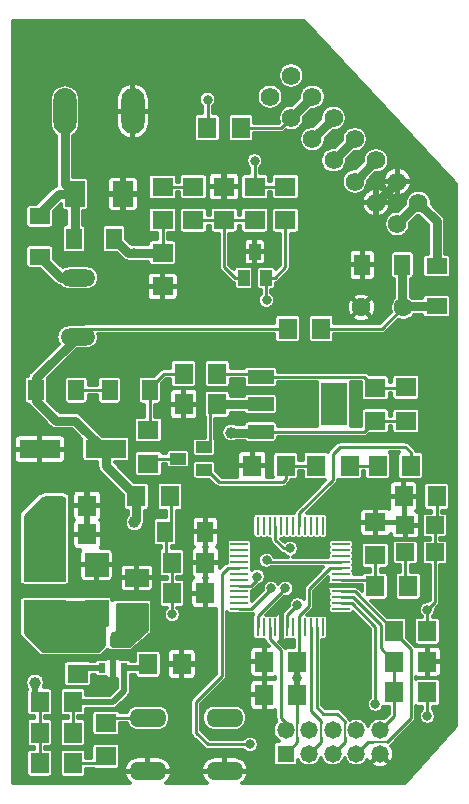
<source format=gtl>
G04 #@! TF.GenerationSoftware,KiCad,Pcbnew,5.0.0-rc2-dev-unknown-6866c0c~65~ubuntu16.04.1*
G04 #@! TF.CreationDate,2018-07-16T22:36:55+02:00*
G04 #@! TF.ProjectId,Rauchmelder_3.6,52617563686D656C6465725F332E362E,rev?*
G04 #@! TF.SameCoordinates,Original*
G04 #@! TF.FileFunction,Copper,L1,Top,Signal*
G04 #@! TF.FilePolarity,Positive*
%FSLAX46Y46*%
G04 Gerber Fmt 4.6, Leading zero omitted, Abs format (unit mm)*
G04 Created by KiCad (PCBNEW 5.0.0-rc2-dev-unknown-6866c0c~65~ubuntu16.04.1) date Mon Jul 16 22:36:55 2018*
%MOMM*%
%LPD*%
G01*
G04 APERTURE LIST*
%ADD10R,1.600000X1.800000*%
%ADD11R,1.800000X1.600000*%
%ADD12R,1.600000X1.803000*%
%ADD13R,1.803000X1.600000*%
%ADD14R,0.250000X1.500000*%
%ADD15R,1.500000X0.250000*%
%ADD16R,1.600000X1.500000*%
%ADD17R,3.500000X1.600000*%
%ADD18R,2.235200X1.219200*%
%ADD19R,2.200000X3.600000*%
%ADD20R,1.800000X1.400000*%
%ADD21R,1.000000X1.400000*%
%ADD22O,3.149600X1.574800*%
%ADD23O,2.917600X1.458800*%
%ADD24C,1.574800*%
%ADD25R,1.780000X2.160000*%
%ADD26C,1.600200*%
%ADD27O,1.950000X3.900000*%
%ADD28R,1.400000X1.800000*%
%ADD29R,1.400000X1.000000*%
%ADD30R,1.473200X1.473200*%
%ADD31C,1.473200*%
%ADD32R,0.600000X0.900000*%
%ADD33R,3.600000X2.500000*%
%ADD34R,2.000000X1.500000*%
%ADD35R,2.000000X2.000000*%
%ADD36C,0.800000*%
%ADD37C,1.000000*%
%ADD38C,0.400000*%
%ADD39C,0.200000*%
%ADD40C,0.800000*%
%ADD41C,0.250000*%
%ADD42C,0.175000*%
%ADD43C,0.500000*%
%ADD44C,0.254000*%
%ADD45C,0.300000*%
G04 APERTURE END LIST*
D10*
X164800000Y-127000000D03*
X162000000Y-127000000D03*
D11*
X142400000Y-89600000D03*
X142400000Y-86800000D03*
D10*
X151000000Y-127000000D03*
X153800000Y-127000000D03*
X160600000Y-110400000D03*
X163400000Y-110400000D03*
D11*
X160400000Y-106600000D03*
X160400000Y-103800000D03*
D10*
X151000000Y-129800000D03*
X153800000Y-129800000D03*
D11*
X160400000Y-115200000D03*
X160400000Y-118000000D03*
D10*
X163200000Y-120600000D03*
X160400000Y-120600000D03*
X162800000Y-113000000D03*
X165600000Y-113000000D03*
X146000000Y-121200000D03*
X143200000Y-121200000D03*
X136000000Y-116200000D03*
X133200000Y-116200000D03*
D11*
X135200000Y-125200000D03*
X135200000Y-128000000D03*
D10*
X134800000Y-133000000D03*
X132000000Y-133000000D03*
X136000000Y-113800000D03*
X133200000Y-113800000D03*
D12*
X164822000Y-124400000D03*
X161978000Y-124400000D03*
X155378000Y-110400000D03*
X158222000Y-110400000D03*
X152822000Y-110400000D03*
X149978000Y-110400000D03*
D13*
X141200000Y-107378000D03*
X141200000Y-110222000D03*
X145000000Y-89622000D03*
X145000000Y-86778000D03*
D12*
X146178000Y-81800000D03*
X149022000Y-81800000D03*
D13*
X142400000Y-92378000D03*
X142400000Y-95222000D03*
D12*
X144178000Y-102600000D03*
X147022000Y-102600000D03*
D13*
X163000000Y-106622000D03*
X163000000Y-103778000D03*
D12*
X134822000Y-135600000D03*
X131978000Y-135600000D03*
D13*
X150200000Y-86778000D03*
X150200000Y-89622000D03*
X147600000Y-89622000D03*
X147600000Y-86778000D03*
D12*
X147022000Y-105200000D03*
X144178000Y-105200000D03*
D13*
X152800000Y-86778000D03*
X152800000Y-89622000D03*
D12*
X161978000Y-129600000D03*
X164822000Y-129600000D03*
X152978000Y-98800000D03*
X155822000Y-98800000D03*
X143022000Y-113000000D03*
X140178000Y-113000000D03*
X146022000Y-118600000D03*
X143178000Y-118600000D03*
X131978000Y-130400000D03*
X134822000Y-130400000D03*
X141178000Y-127200000D03*
X144022000Y-127200000D03*
D13*
X137600000Y-135022000D03*
X137600000Y-132178000D03*
D14*
X155950000Y-124100000D03*
X155450000Y-124100000D03*
X154950000Y-124100000D03*
X154450000Y-124100000D03*
X153950000Y-124100000D03*
X153450000Y-124100000D03*
X152950000Y-124100000D03*
X152450000Y-124100000D03*
X151950000Y-124100000D03*
X151450000Y-124100000D03*
X150950000Y-124100000D03*
X150450000Y-124100000D03*
D15*
X148900000Y-122550000D03*
X148900000Y-122050000D03*
X148900000Y-121550000D03*
X148900000Y-121050000D03*
X148900000Y-120550000D03*
X148900000Y-120050000D03*
X148900000Y-119550000D03*
X148900000Y-119050000D03*
X148900000Y-118550000D03*
X148900000Y-118050000D03*
X148900000Y-117550000D03*
X148900000Y-117050000D03*
D14*
X150450000Y-115500000D03*
X150950000Y-115500000D03*
X151450000Y-115500000D03*
X151950000Y-115500000D03*
X152450000Y-115500000D03*
X152950000Y-115500000D03*
X153450000Y-115500000D03*
X153950000Y-115500000D03*
X154450000Y-115500000D03*
X154950000Y-115500000D03*
X155450000Y-115500000D03*
X155950000Y-115500000D03*
D15*
X157500000Y-117050000D03*
X157500000Y-117550000D03*
X157500000Y-118050000D03*
X157500000Y-118550000D03*
X157500000Y-119050000D03*
X157500000Y-119550000D03*
X157500000Y-120050000D03*
X157500000Y-120550000D03*
X157500000Y-121050000D03*
X157500000Y-121550000D03*
X157500000Y-122050000D03*
X157500000Y-122550000D03*
D16*
X165450000Y-117750000D03*
X162950000Y-117750000D03*
X162950000Y-115450000D03*
X165450000Y-115450000D03*
D17*
X137600000Y-109000000D03*
X132000000Y-109000000D03*
D18*
X150701200Y-102888600D03*
X150701200Y-105200000D03*
X150701200Y-107511400D03*
D19*
X156899000Y-105200000D03*
D20*
X132000000Y-89300000D03*
X132000000Y-92700000D03*
D21*
X149250000Y-94500000D03*
X151150000Y-94500000D03*
X150200000Y-92300000D03*
D22*
X141148800Y-131739400D03*
X141148800Y-136260600D03*
X147651200Y-131739400D03*
X147651200Y-136260600D03*
D23*
X135200000Y-99500000D03*
X135200000Y-94500000D03*
D24*
X151485021Y-79163472D03*
X153281072Y-77367421D03*
X153281072Y-80959523D03*
X155077123Y-79163472D03*
X155077123Y-82755574D03*
X156873174Y-80959523D03*
X156873174Y-84551626D03*
X158669226Y-82755574D03*
X158669226Y-86347677D03*
X160465277Y-84551626D03*
X160465277Y-88143728D03*
X162261328Y-86347677D03*
X162261328Y-89939779D03*
X164057379Y-88143728D03*
D25*
X139040000Y-87400000D03*
X134970000Y-87400000D03*
D26*
X162778000Y-97000000D03*
X159222000Y-97000000D03*
D27*
X134125000Y-80400000D03*
X139875000Y-80400000D03*
D20*
X165600000Y-96900000D03*
X165600000Y-93500000D03*
D28*
X134900000Y-91200000D03*
X138300000Y-91200000D03*
X135100000Y-104000000D03*
X131700000Y-104000000D03*
D29*
X143700000Y-109800000D03*
X145900000Y-108850000D03*
X145900000Y-110750000D03*
D28*
X137900000Y-104000000D03*
X141300000Y-104000000D03*
X159300000Y-93400000D03*
X162700000Y-93400000D03*
D30*
X152801200Y-134803600D03*
D31*
X152801200Y-132803600D03*
X154801200Y-134803600D03*
X154801200Y-132803600D03*
X156801200Y-134803600D03*
X156801200Y-132803600D03*
X158801200Y-134803600D03*
X158801200Y-132803600D03*
X160801200Y-134803600D03*
X160801200Y-132803600D03*
D28*
X146000000Y-116000000D03*
X142600000Y-116000000D03*
D32*
X137250000Y-125250000D03*
X138200000Y-125250000D03*
X139150000Y-125250000D03*
X139150000Y-127550000D03*
X138200000Y-127550000D03*
X137250000Y-127550000D03*
D33*
X132400000Y-118975000D03*
X132400000Y-123025000D03*
D34*
X140200000Y-122900000D03*
X140200000Y-119900000D03*
D35*
X136800000Y-118800000D03*
X136800000Y-122800000D03*
D36*
X152600000Y-122200000D03*
X148800000Y-115000000D03*
D37*
X139600000Y-100200000D03*
X139600000Y-97400000D03*
D36*
X138200000Y-128800000D03*
X151800000Y-91400000D03*
X148600000Y-91400000D03*
D37*
X130400000Y-107000000D03*
X130400000Y-111000000D03*
X138200000Y-115000000D03*
X138200000Y-116400000D03*
D36*
X138200000Y-126400000D03*
X140200000Y-128800000D03*
X141600000Y-125400000D03*
X160400000Y-113000000D03*
X155800000Y-122200000D03*
X166600000Y-127000000D03*
X140000000Y-92400000D03*
D37*
X148200000Y-107600000D03*
D36*
X160400000Y-130600000D03*
X153200000Y-117400000D03*
X151600000Y-120800008D03*
X152800000Y-120800000D03*
X151199992Y-96400000D03*
X151200000Y-118400000D03*
X143200000Y-123000000D03*
X153800000Y-122200000D03*
X146200000Y-79400000D03*
X150400000Y-119800000D03*
X149800000Y-134000000D03*
D37*
X131601200Y-115853600D03*
D36*
X150200000Y-84600000D03*
D37*
X131601200Y-128766885D03*
D36*
X164800000Y-131600000D03*
X164800000Y-122600000D03*
X153800000Y-128400000D03*
D37*
X140000000Y-124400000D03*
X140000000Y-115200004D03*
D38*
X141208650Y-136271600D02*
X147711050Y-136271600D01*
D39*
X145873200Y-113259600D02*
X146029200Y-113103600D01*
X145751200Y-115725600D02*
X145751199Y-115725600D01*
X145751199Y-115725600D02*
X145860274Y-115715404D01*
X145860274Y-115715404D02*
X145959833Y-115761112D01*
X145959833Y-115761112D02*
X146023200Y-115850475D01*
D38*
X162800000Y-115300000D02*
X162950000Y-115450000D01*
X162800000Y-113000000D02*
X162800000Y-115300000D01*
X162700000Y-115200000D02*
X162950000Y-115450000D01*
X160400000Y-115200000D02*
X162700000Y-115200000D01*
D40*
X162261328Y-86347677D02*
X160465277Y-88143728D01*
D41*
X144978000Y-86800000D02*
X145000000Y-86778000D01*
X142400000Y-86800000D02*
X144978000Y-86800000D01*
X142400000Y-89600000D02*
X142400000Y-92378000D01*
D40*
X142378000Y-92400000D02*
X142400000Y-92378000D01*
X138300000Y-91200000D02*
X139500000Y-92400000D01*
X139500000Y-92400000D02*
X140000000Y-92400000D01*
X140000000Y-92400000D02*
X142378000Y-92400000D01*
X150612600Y-107600000D02*
X150701200Y-107511400D01*
X148200000Y-107600000D02*
X150612600Y-107600000D01*
D41*
X160422000Y-106622000D02*
X160400000Y-106600000D01*
X163000000Y-106622000D02*
X160422000Y-106622000D01*
X159488600Y-107511400D02*
X160400000Y-106600000D01*
X150701200Y-107511400D02*
X159488600Y-107511400D01*
X156800000Y-111600000D02*
X153950000Y-114450000D01*
X163400000Y-110400000D02*
X163400000Y-109250000D01*
X163400000Y-109250000D02*
X162950000Y-108800000D01*
X157400000Y-108800000D02*
X156800000Y-109400000D01*
X153950000Y-114450000D02*
X153950000Y-115500000D01*
X156800000Y-109400000D02*
X156800000Y-111600000D01*
X162950000Y-108800000D02*
X157400000Y-108800000D01*
X160600000Y-110400000D02*
X158222000Y-110400000D01*
X155378000Y-110400000D02*
X152822000Y-110400000D01*
X146150000Y-110750000D02*
X145900000Y-110750000D01*
X152822000Y-110400000D02*
X152822000Y-111551500D01*
X147200000Y-111800000D02*
X146150000Y-110750000D01*
X152822000Y-111551500D02*
X152573500Y-111800000D01*
X152573500Y-111800000D02*
X147200000Y-111800000D01*
X138038600Y-131739400D02*
X137600000Y-132178000D01*
X141148800Y-131739400D02*
X138038600Y-131739400D01*
X160400000Y-124051054D02*
X160400000Y-130034315D01*
X160400000Y-130034315D02*
X160400000Y-130600000D01*
X158398946Y-122050000D02*
X160400000Y-124051054D01*
X157500000Y-122050000D02*
X158398946Y-122050000D01*
X141622000Y-109800000D02*
X141200000Y-110222000D01*
X143700000Y-109800000D02*
X141622000Y-109800000D01*
X143128000Y-102600000D02*
X144178000Y-102600000D01*
X142500000Y-102600000D02*
X143128000Y-102600000D01*
X141300000Y-103800000D02*
X142500000Y-102600000D01*
X141300000Y-104000000D02*
X141300000Y-103800000D01*
X141300000Y-107278000D02*
X141200000Y-107378000D01*
X141300000Y-104000000D02*
X141300000Y-107278000D01*
X162978000Y-103800000D02*
X163000000Y-103778000D01*
X160400000Y-103800000D02*
X162978000Y-103800000D01*
X159488600Y-102888600D02*
X160400000Y-103800000D01*
X150701200Y-102888600D02*
X159488600Y-102888600D01*
X150412600Y-102600000D02*
X150701200Y-102888600D01*
X147022000Y-102600000D02*
X150412600Y-102600000D01*
D40*
X133800000Y-94500000D02*
X132000000Y-92700000D01*
X135200000Y-94500000D02*
X133800000Y-94500000D01*
D38*
X153281071Y-80959525D02*
X153195275Y-80959525D01*
D41*
X152440595Y-81800000D02*
X153281072Y-80959523D01*
X149022000Y-81800000D02*
X152440595Y-81800000D01*
D40*
X153281072Y-80959523D02*
X155077123Y-79163472D01*
D41*
X151950000Y-116500000D02*
X151950000Y-115500000D01*
X151950000Y-116715685D02*
X151950000Y-116500000D01*
X152634315Y-117400000D02*
X151950000Y-116715685D01*
X153200000Y-117400000D02*
X152634315Y-117400000D01*
D40*
X155077123Y-82755574D02*
X156873174Y-80959523D01*
D41*
X148900000Y-122550000D02*
X149900000Y-122550000D01*
X149900000Y-122550000D02*
X151600000Y-120850000D01*
X151600000Y-120850000D02*
X151600000Y-120800008D01*
D40*
X156873174Y-84551626D02*
X158669226Y-82755574D01*
D41*
X152400001Y-121199999D02*
X152800000Y-120800000D01*
X150450000Y-123150000D02*
X152400001Y-121199999D01*
X150450000Y-124100000D02*
X150450000Y-123150000D01*
D40*
X158669226Y-86347677D02*
X160465277Y-84551626D01*
X165600000Y-89686349D02*
X164057379Y-88143728D01*
X165600000Y-93500000D02*
X165600000Y-89686349D01*
X162261328Y-89939779D02*
X164057379Y-88143728D01*
D41*
X147600000Y-89622000D02*
X150200000Y-89622000D01*
X145000000Y-89622000D02*
X147600000Y-89622000D01*
X148500000Y-94500000D02*
X149250000Y-94500000D01*
X147600000Y-93600000D02*
X148500000Y-94500000D01*
X147600000Y-89622000D02*
X147600000Y-93600000D01*
D40*
X150701200Y-105200000D02*
X147022000Y-105200000D01*
D41*
X146400000Y-108550000D02*
X146100000Y-108850000D01*
X146400000Y-105822000D02*
X146400000Y-108550000D01*
X146100000Y-108850000D02*
X145900000Y-108850000D01*
X147022000Y-105200000D02*
X146400000Y-105822000D01*
X151900000Y-94500000D02*
X151150000Y-94500000D01*
X152800000Y-93600000D02*
X151900000Y-94500000D01*
X152800000Y-89622000D02*
X152800000Y-93600000D01*
X151150000Y-96350008D02*
X151199992Y-96400000D01*
X151150000Y-94500000D02*
X151150000Y-96350008D01*
X151350000Y-118550000D02*
X151200000Y-118400000D01*
X157500000Y-118550000D02*
X151350000Y-118550000D01*
D40*
X134125000Y-86555000D02*
X134970000Y-87400000D01*
X134125000Y-80400000D02*
X134125000Y-86555000D01*
X133600000Y-87400000D02*
X132000000Y-89000000D01*
X132000000Y-89000000D02*
X132000000Y-89300000D01*
X134970000Y-87400000D02*
X133600000Y-87400000D01*
X134970000Y-91130000D02*
X134900000Y-91200000D01*
X134970000Y-87400000D02*
X134970000Y-91130000D01*
D41*
X160877999Y-123927999D02*
X160877999Y-125877999D01*
X158500000Y-121550000D02*
X160877999Y-123927999D01*
X157500000Y-121550000D02*
X158500000Y-121550000D01*
X160877999Y-125877999D02*
X162000000Y-127000000D01*
X162000000Y-129578000D02*
X161978000Y-129600000D01*
X161978000Y-131626800D02*
X160801200Y-132803600D01*
X162000000Y-129978000D02*
X161978000Y-130000000D01*
X162000000Y-127000000D02*
X162000000Y-129978000D01*
X161978000Y-130000000D02*
X161978000Y-131626800D01*
D40*
X162878000Y-96900000D02*
X162778000Y-97000000D01*
X165600000Y-96900000D02*
X162878000Y-96900000D01*
X162700000Y-96922000D02*
X162778000Y-97000000D01*
X162700000Y-93400000D02*
X162700000Y-96922000D01*
D41*
X160978000Y-98800000D02*
X162778000Y-97000000D01*
X155822000Y-98800000D02*
X160978000Y-98800000D01*
X135100000Y-104000000D02*
X137900000Y-104000000D01*
X156801200Y-134803600D02*
X157800000Y-133804800D01*
X157800000Y-133804800D02*
X157800000Y-133400000D01*
D42*
X157800301Y-133283169D02*
X157800301Y-132200301D01*
X157800000Y-133283470D02*
X157800301Y-133283169D01*
X157800000Y-133400000D02*
X157800000Y-133283470D01*
D41*
X157800301Y-132000301D02*
X157800301Y-132200301D01*
X157200000Y-131400000D02*
X157800301Y-132000301D01*
X155450000Y-124100000D02*
X155450000Y-130850000D01*
X155450000Y-130850000D02*
X156000000Y-131400000D01*
X156000000Y-131400000D02*
X157200000Y-131400000D01*
X154801200Y-134803600D02*
X155800000Y-133804800D01*
X155800000Y-133804800D02*
X155800000Y-133400000D01*
D42*
X155800301Y-133283169D02*
X155800301Y-132200301D01*
X155800000Y-133283470D02*
X155800301Y-133283169D01*
X155800000Y-133400000D02*
X155800000Y-133283470D01*
D41*
X154950000Y-125100000D02*
X154950000Y-124100000D01*
X154950000Y-131150000D02*
X154950000Y-125100000D01*
X155800301Y-132000301D02*
X154950000Y-131150000D01*
X155800301Y-132200301D02*
X155800301Y-132000301D01*
X143123200Y-115576800D02*
X142700000Y-116000000D01*
X143123200Y-113446725D02*
X143123200Y-115576800D01*
X142700000Y-118122000D02*
X143178000Y-118600000D01*
X142700000Y-116000000D02*
X142700000Y-118122000D01*
X143178000Y-121178000D02*
X143200000Y-121200000D01*
X143178000Y-118600000D02*
X143178000Y-121178000D01*
X143200000Y-123000000D02*
X143200000Y-121200000D01*
X152950000Y-123050000D02*
X152950000Y-124100000D01*
X153800000Y-122200000D02*
X152950000Y-123050000D01*
X152801200Y-132201200D02*
X152801200Y-132803600D01*
X151450000Y-124100000D02*
X151450000Y-125100000D01*
X152400000Y-131800000D02*
X152801200Y-132201200D01*
X151450000Y-125100000D02*
X152400000Y-126050000D01*
X152400000Y-126050000D02*
X152400000Y-131800000D01*
X146200000Y-81778000D02*
X146178000Y-81800000D01*
X146200000Y-79400000D02*
X146200000Y-81778000D01*
X149900000Y-120550000D02*
X150400000Y-120050000D01*
X148900000Y-120550000D02*
X149900000Y-120550000D01*
X150400000Y-120050000D02*
X150400000Y-119800000D01*
X146200000Y-134000000D02*
X149800000Y-134000000D01*
X145200000Y-133000000D02*
X146200000Y-134000000D01*
X148900000Y-119050000D02*
X147900000Y-119050000D01*
X145200000Y-130400000D02*
X145200000Y-133000000D01*
X147400000Y-128200000D02*
X145200000Y-130400000D01*
X147900000Y-119050000D02*
X147400000Y-119550000D01*
X147400000Y-119550000D02*
X147400000Y-128200000D01*
X160400000Y-118000000D02*
X160400000Y-120600000D01*
X159850000Y-120050000D02*
X160400000Y-120600000D01*
X157500000Y-120050000D02*
X159850000Y-120050000D01*
D39*
X158801200Y-134803600D02*
X158851200Y-134803600D01*
D41*
X158801200Y-134803600D02*
X159804800Y-133800000D01*
X159804800Y-133800000D02*
X160200000Y-133800000D01*
D42*
X160321631Y-133802701D02*
X161397299Y-133802701D01*
X160318930Y-133800000D02*
X160321631Y-133802701D01*
X160200000Y-133800000D02*
X160318930Y-133800000D01*
D41*
X158650000Y-121050000D02*
X161978000Y-124378000D01*
X161978000Y-124378000D02*
X161978000Y-124400000D01*
X157500000Y-121050000D02*
X158650000Y-121050000D01*
X163400000Y-125923500D02*
X161978000Y-124501500D01*
X163400000Y-131800000D02*
X163400000Y-125923500D01*
X161978000Y-124501500D02*
X161978000Y-124400000D01*
X161397299Y-133802701D02*
X163400000Y-131800000D01*
X162950000Y-120350000D02*
X163200000Y-120600000D01*
X162950000Y-117750000D02*
X162950000Y-120350000D01*
D38*
X137203700Y-125203600D02*
X137203700Y-125267350D01*
D43*
X140828000Y-127550000D02*
X141178000Y-127200000D01*
X139150000Y-127550000D02*
X140828000Y-127550000D01*
X138200000Y-130400000D02*
X136122000Y-130400000D01*
X136122000Y-130400000D02*
X134822000Y-130400000D01*
X139150000Y-129450000D02*
X138200000Y-130400000D01*
X139150000Y-127550000D02*
X139150000Y-129450000D01*
D41*
X134822000Y-132978000D02*
X134800000Y-133000000D01*
X134822000Y-130400000D02*
X134822000Y-132978000D01*
D43*
X135650000Y-127550000D02*
X135200000Y-128000000D01*
X137250000Y-127550000D02*
X135650000Y-127550000D01*
D41*
X137022000Y-135600000D02*
X137600000Y-135022000D01*
X134822000Y-135600000D02*
X137022000Y-135600000D01*
D44*
X152801200Y-134803600D02*
X152801200Y-134603600D01*
D41*
X150200000Y-84600000D02*
X150200000Y-86778000D01*
X150200000Y-86778000D02*
X152800000Y-86778000D01*
X131978000Y-133022000D02*
X132000000Y-133000000D01*
X131978000Y-135600000D02*
X131978000Y-133022000D01*
X131978000Y-132978000D02*
X132000000Y-133000000D01*
X131978000Y-130400000D02*
X131978000Y-132978000D01*
D43*
X131601200Y-130023200D02*
X131978000Y-130400000D01*
X131601200Y-128766885D02*
X131601200Y-130023200D01*
D41*
X165600000Y-115300000D02*
X165450000Y-115450000D01*
X165600000Y-113000000D02*
X165600000Y-115300000D01*
X165450000Y-115450000D02*
X165450000Y-117750000D01*
X152801200Y-134803600D02*
X152801200Y-134798800D01*
X152801200Y-134798800D02*
X153800000Y-133800000D01*
X153800000Y-133800000D02*
X153800000Y-133400000D01*
D42*
X153800301Y-133283169D02*
X153800301Y-132200301D01*
X153800000Y-133283470D02*
X153800301Y-133283169D01*
X153800000Y-133400000D02*
X153800000Y-133283470D01*
D41*
X153950000Y-126650000D02*
X153800000Y-126800000D01*
X153950000Y-124100000D02*
X153950000Y-126650000D01*
X157500000Y-119050000D02*
X156584998Y-119050000D01*
X156584998Y-119050000D02*
X154800000Y-120834998D01*
X153950000Y-123100000D02*
X153950000Y-124100000D01*
X154800000Y-120834998D02*
X154800000Y-122250000D01*
X154800000Y-122250000D02*
X153950000Y-123100000D01*
X164822000Y-129498500D02*
X164822000Y-129600000D01*
X164822000Y-130000000D02*
X164822000Y-129898500D01*
X164800000Y-129622000D02*
X164822000Y-129600000D01*
X164800000Y-131600000D02*
X164800000Y-129622000D01*
X164800000Y-124378000D02*
X164822000Y-124400000D01*
X164800000Y-122600000D02*
X164800000Y-124378000D01*
X165450000Y-118750000D02*
X165450000Y-117750000D01*
X165450000Y-121950000D02*
X165450000Y-118750000D01*
X164800000Y-122600000D02*
X165450000Y-121950000D01*
D43*
X153800000Y-129600000D02*
X153800000Y-128400000D01*
X153800000Y-126800000D02*
X153800000Y-128400000D01*
D41*
X153800000Y-132200000D02*
X153800000Y-129800000D01*
X153800301Y-132200301D02*
X153800000Y-132200000D01*
X135900000Y-98800000D02*
X135200000Y-99500000D01*
X152978000Y-98800000D02*
X135900000Y-98800000D01*
D40*
X131700000Y-103000000D02*
X135200000Y-99500000D01*
X131700000Y-104000000D02*
X131700000Y-103000000D01*
X137400000Y-109000000D02*
X137600000Y-109000000D01*
X131700000Y-104000000D02*
X131700000Y-104900000D01*
X131700000Y-104900000D02*
X133400000Y-106600000D01*
X133400000Y-106600000D02*
X135000000Y-106600000D01*
X135000000Y-106600000D02*
X137400000Y-109000000D01*
X137600000Y-110422000D02*
X140178000Y-113000000D01*
X137600000Y-109000000D02*
X137600000Y-110422000D01*
X140178000Y-115022004D02*
X140000000Y-115200004D01*
X140178000Y-113000000D02*
X140178000Y-115022004D01*
D45*
G36*
X167275001Y-86588356D02*
X167275000Y-132413659D01*
X162899794Y-137275000D01*
X149144971Y-137275000D01*
X149167636Y-137261682D01*
X149348929Y-137100219D01*
X149495239Y-136906490D01*
X149600943Y-136687939D01*
X149651945Y-136503398D01*
X149562388Y-136310600D01*
X147701200Y-136310600D01*
X147701200Y-136330600D01*
X147601200Y-136330600D01*
X147601200Y-136310600D01*
X145740012Y-136310600D01*
X145650455Y-136503398D01*
X145701457Y-136687939D01*
X145807161Y-136906490D01*
X145953471Y-137100219D01*
X146134764Y-137261682D01*
X146157429Y-137275000D01*
X142642571Y-137275000D01*
X142665236Y-137261682D01*
X142846529Y-137100219D01*
X142992839Y-136906490D01*
X143098543Y-136687939D01*
X143149545Y-136503398D01*
X143059988Y-136310600D01*
X141198800Y-136310600D01*
X141198800Y-136330600D01*
X141098800Y-136330600D01*
X141098800Y-136310600D01*
X139237612Y-136310600D01*
X139148055Y-136503398D01*
X139199057Y-136687939D01*
X139304761Y-136906490D01*
X139451071Y-137100219D01*
X139632364Y-137261682D01*
X139655029Y-137275000D01*
X129725000Y-137275000D01*
X129725000Y-128685630D01*
X130776200Y-128685630D01*
X130776200Y-128848140D01*
X130807904Y-129007529D01*
X130870094Y-129157669D01*
X130945125Y-129269960D01*
X130906465Y-129317066D01*
X130876287Y-129373526D01*
X130857703Y-129434789D01*
X130851428Y-129498500D01*
X130851428Y-131301500D01*
X130857703Y-131365211D01*
X130876287Y-131426474D01*
X130906465Y-131482934D01*
X130947079Y-131532421D01*
X130996566Y-131573035D01*
X131053026Y-131603213D01*
X131114289Y-131621797D01*
X131178000Y-131628072D01*
X131528000Y-131628072D01*
X131528001Y-131773428D01*
X131200000Y-131773428D01*
X131136289Y-131779703D01*
X131075026Y-131798287D01*
X131018566Y-131828465D01*
X130969079Y-131869079D01*
X130928465Y-131918566D01*
X130898287Y-131975026D01*
X130879703Y-132036289D01*
X130873428Y-132100000D01*
X130873428Y-133900000D01*
X130879703Y-133963711D01*
X130898287Y-134024974D01*
X130928465Y-134081434D01*
X130969079Y-134130921D01*
X131018566Y-134171535D01*
X131075026Y-134201713D01*
X131136289Y-134220297D01*
X131200000Y-134226572D01*
X131528001Y-134226572D01*
X131528000Y-134371928D01*
X131178000Y-134371928D01*
X131114289Y-134378203D01*
X131053026Y-134396787D01*
X130996566Y-134426965D01*
X130947079Y-134467579D01*
X130906465Y-134517066D01*
X130876287Y-134573526D01*
X130857703Y-134634789D01*
X130851428Y-134698500D01*
X130851428Y-136501500D01*
X130857703Y-136565211D01*
X130876287Y-136626474D01*
X130906465Y-136682934D01*
X130947079Y-136732421D01*
X130996566Y-136773035D01*
X131053026Y-136803213D01*
X131114289Y-136821797D01*
X131178000Y-136828072D01*
X132778000Y-136828072D01*
X132841711Y-136821797D01*
X132902974Y-136803213D01*
X132959434Y-136773035D01*
X133008921Y-136732421D01*
X133049535Y-136682934D01*
X133079713Y-136626474D01*
X133098297Y-136565211D01*
X133104572Y-136501500D01*
X133104572Y-134698500D01*
X133695428Y-134698500D01*
X133695428Y-136501500D01*
X133701703Y-136565211D01*
X133720287Y-136626474D01*
X133750465Y-136682934D01*
X133791079Y-136732421D01*
X133840566Y-136773035D01*
X133897026Y-136803213D01*
X133958289Y-136821797D01*
X134022000Y-136828072D01*
X135622000Y-136828072D01*
X135685711Y-136821797D01*
X135746974Y-136803213D01*
X135803434Y-136773035D01*
X135852921Y-136732421D01*
X135893535Y-136682934D01*
X135923713Y-136626474D01*
X135942297Y-136565211D01*
X135948572Y-136501500D01*
X135948572Y-136050000D01*
X136465182Y-136050000D01*
X136467579Y-136052921D01*
X136517066Y-136093535D01*
X136573526Y-136123713D01*
X136634789Y-136142297D01*
X136698500Y-136148572D01*
X138501500Y-136148572D01*
X138565211Y-136142297D01*
X138626474Y-136123713D01*
X138682934Y-136093535D01*
X138732421Y-136052921D01*
X138761243Y-136017802D01*
X139148055Y-136017802D01*
X139237612Y-136210600D01*
X141098800Y-136210600D01*
X141098800Y-135023200D01*
X141198800Y-135023200D01*
X141198800Y-136210600D01*
X143059988Y-136210600D01*
X143149545Y-136017802D01*
X145650455Y-136017802D01*
X145740012Y-136210600D01*
X147601200Y-136210600D01*
X147601200Y-135023200D01*
X147701200Y-135023200D01*
X147701200Y-136210600D01*
X149562388Y-136210600D01*
X149651945Y-136017802D01*
X149600943Y-135833261D01*
X149495239Y-135614710D01*
X149348929Y-135420981D01*
X149167636Y-135259518D01*
X148958326Y-135136526D01*
X148729044Y-135056731D01*
X148488600Y-135023200D01*
X147701200Y-135023200D01*
X147601200Y-135023200D01*
X146813800Y-135023200D01*
X146573356Y-135056731D01*
X146344074Y-135136526D01*
X146134764Y-135259518D01*
X145953471Y-135420981D01*
X145807161Y-135614710D01*
X145701457Y-135833261D01*
X145650455Y-136017802D01*
X143149545Y-136017802D01*
X143098543Y-135833261D01*
X142992839Y-135614710D01*
X142846529Y-135420981D01*
X142665236Y-135259518D01*
X142455926Y-135136526D01*
X142226644Y-135056731D01*
X141986200Y-135023200D01*
X141198800Y-135023200D01*
X141098800Y-135023200D01*
X140311400Y-135023200D01*
X140070956Y-135056731D01*
X139841674Y-135136526D01*
X139632364Y-135259518D01*
X139451071Y-135420981D01*
X139304761Y-135614710D01*
X139199057Y-135833261D01*
X139148055Y-136017802D01*
X138761243Y-136017802D01*
X138773035Y-136003434D01*
X138803213Y-135946974D01*
X138821797Y-135885711D01*
X138828072Y-135822000D01*
X138828072Y-134222000D01*
X138821797Y-134158289D01*
X138803213Y-134097026D01*
X138773035Y-134040566D01*
X138732421Y-133991079D01*
X138682934Y-133950465D01*
X138626474Y-133920287D01*
X138565211Y-133901703D01*
X138501500Y-133895428D01*
X136698500Y-133895428D01*
X136634789Y-133901703D01*
X136573526Y-133920287D01*
X136517066Y-133950465D01*
X136467579Y-133991079D01*
X136426965Y-134040566D01*
X136396787Y-134097026D01*
X136378203Y-134158289D01*
X136371928Y-134222000D01*
X136371928Y-135150000D01*
X135948572Y-135150000D01*
X135948572Y-134698500D01*
X135942297Y-134634789D01*
X135923713Y-134573526D01*
X135893535Y-134517066D01*
X135852921Y-134467579D01*
X135803434Y-134426965D01*
X135746974Y-134396787D01*
X135685711Y-134378203D01*
X135622000Y-134371928D01*
X134022000Y-134371928D01*
X133958289Y-134378203D01*
X133897026Y-134396787D01*
X133840566Y-134426965D01*
X133791079Y-134467579D01*
X133750465Y-134517066D01*
X133720287Y-134573526D01*
X133701703Y-134634789D01*
X133695428Y-134698500D01*
X133104572Y-134698500D01*
X133098297Y-134634789D01*
X133079713Y-134573526D01*
X133049535Y-134517066D01*
X133008921Y-134467579D01*
X132959434Y-134426965D01*
X132902974Y-134396787D01*
X132841711Y-134378203D01*
X132778000Y-134371928D01*
X132428000Y-134371928D01*
X132428000Y-134226572D01*
X132800000Y-134226572D01*
X132863711Y-134220297D01*
X132924974Y-134201713D01*
X132981434Y-134171535D01*
X133030921Y-134130921D01*
X133071535Y-134081434D01*
X133101713Y-134024974D01*
X133120297Y-133963711D01*
X133126572Y-133900000D01*
X133126572Y-132100000D01*
X133673428Y-132100000D01*
X133673428Y-133900000D01*
X133679703Y-133963711D01*
X133698287Y-134024974D01*
X133728465Y-134081434D01*
X133769079Y-134130921D01*
X133818566Y-134171535D01*
X133875026Y-134201713D01*
X133936289Y-134220297D01*
X134000000Y-134226572D01*
X135600000Y-134226572D01*
X135663711Y-134220297D01*
X135724974Y-134201713D01*
X135781434Y-134171535D01*
X135830921Y-134130921D01*
X135871535Y-134081434D01*
X135901713Y-134024974D01*
X135920297Y-133963711D01*
X135926572Y-133900000D01*
X135926572Y-132100000D01*
X135920297Y-132036289D01*
X135901713Y-131975026D01*
X135871535Y-131918566D01*
X135830921Y-131869079D01*
X135781434Y-131828465D01*
X135724974Y-131798287D01*
X135663711Y-131779703D01*
X135600000Y-131773428D01*
X135272000Y-131773428D01*
X135272000Y-131628072D01*
X135622000Y-131628072D01*
X135685711Y-131621797D01*
X135746974Y-131603213D01*
X135803434Y-131573035D01*
X135852921Y-131532421D01*
X135893535Y-131482934D01*
X135923713Y-131426474D01*
X135938417Y-131378000D01*
X136371928Y-131378000D01*
X136371928Y-132978000D01*
X136378203Y-133041711D01*
X136396787Y-133102974D01*
X136426965Y-133159434D01*
X136467579Y-133208921D01*
X136517066Y-133249535D01*
X136573526Y-133279713D01*
X136634789Y-133298297D01*
X136698500Y-133304572D01*
X138501500Y-133304572D01*
X138565211Y-133298297D01*
X138626474Y-133279713D01*
X138682934Y-133249535D01*
X138732421Y-133208921D01*
X138773035Y-133159434D01*
X138803213Y-133102974D01*
X138821797Y-133041711D01*
X138828072Y-132978000D01*
X138828072Y-132189400D01*
X139340593Y-132189400D01*
X139431998Y-132360406D01*
X139571009Y-132529791D01*
X139740394Y-132668802D01*
X139933643Y-132772096D01*
X140143332Y-132835704D01*
X140306756Y-132851800D01*
X141990844Y-132851800D01*
X142154268Y-132835704D01*
X142363957Y-132772096D01*
X142557206Y-132668802D01*
X142726591Y-132529791D01*
X142865602Y-132360406D01*
X142968896Y-132167157D01*
X143032504Y-131957468D01*
X143053982Y-131739400D01*
X143032504Y-131521332D01*
X142968896Y-131311643D01*
X142865602Y-131118394D01*
X142726591Y-130949009D01*
X142557206Y-130809998D01*
X142363957Y-130706704D01*
X142154268Y-130643096D01*
X141990844Y-130627000D01*
X140306756Y-130627000D01*
X140143332Y-130643096D01*
X139933643Y-130706704D01*
X139740394Y-130809998D01*
X139571009Y-130949009D01*
X139431998Y-131118394D01*
X139340593Y-131289400D01*
X138814247Y-131289400D01*
X138803213Y-131253026D01*
X138773035Y-131196566D01*
X138732421Y-131147079D01*
X138682934Y-131106465D01*
X138626474Y-131076287D01*
X138565211Y-131057703D01*
X138501500Y-131051428D01*
X136698500Y-131051428D01*
X136634789Y-131057703D01*
X136573526Y-131076287D01*
X136517066Y-131106465D01*
X136467579Y-131147079D01*
X136426965Y-131196566D01*
X136396787Y-131253026D01*
X136378203Y-131314289D01*
X136371928Y-131378000D01*
X135938417Y-131378000D01*
X135942297Y-131365211D01*
X135948572Y-131301500D01*
X135948572Y-130975000D01*
X138171757Y-130975000D01*
X138200000Y-130977782D01*
X138228243Y-130975000D01*
X138228246Y-130975000D01*
X138312720Y-130966680D01*
X138421108Y-130933801D01*
X138520998Y-130880408D01*
X138608554Y-130808554D01*
X138626565Y-130786607D01*
X139013172Y-130400000D01*
X144747824Y-130400000D01*
X144750000Y-130422095D01*
X144750001Y-132977896D01*
X144747824Y-133000000D01*
X144750001Y-133022105D01*
X144751932Y-133041711D01*
X144756512Y-133088215D01*
X144782243Y-133173040D01*
X144824029Y-133251216D01*
X144866172Y-133302567D01*
X144866177Y-133302572D01*
X144880264Y-133319737D01*
X144897429Y-133333824D01*
X145866176Y-134302572D01*
X145880263Y-134319737D01*
X145897428Y-134333824D01*
X145897432Y-134333828D01*
X145948783Y-134375971D01*
X145987727Y-134396787D01*
X146026959Y-134417757D01*
X146111785Y-134443489D01*
X146177895Y-134450000D01*
X146177906Y-134450000D01*
X146200000Y-134452176D01*
X146222094Y-134450000D01*
X149228730Y-134450000D01*
X149236856Y-134462161D01*
X149337839Y-134563144D01*
X149456584Y-134642487D01*
X149588525Y-134697139D01*
X149728594Y-134725000D01*
X149871406Y-134725000D01*
X150011475Y-134697139D01*
X150143416Y-134642487D01*
X150262161Y-134563144D01*
X150363144Y-134462161D01*
X150442487Y-134343416D01*
X150497139Y-134211475D01*
X150525000Y-134071406D01*
X150525000Y-133928594D01*
X150497139Y-133788525D01*
X150442487Y-133656584D01*
X150363144Y-133537839D01*
X150262161Y-133436856D01*
X150143416Y-133357513D01*
X150011475Y-133302861D01*
X149871406Y-133275000D01*
X149728594Y-133275000D01*
X149588525Y-133302861D01*
X149456584Y-133357513D01*
X149337839Y-133436856D01*
X149236856Y-133537839D01*
X149228730Y-133550000D01*
X146386396Y-133550000D01*
X145650000Y-132813605D01*
X145650000Y-131739400D01*
X145746018Y-131739400D01*
X145767496Y-131957468D01*
X145831104Y-132167157D01*
X145934398Y-132360406D01*
X146073409Y-132529791D01*
X146242794Y-132668802D01*
X146436043Y-132772096D01*
X146645732Y-132835704D01*
X146809156Y-132851800D01*
X148493244Y-132851800D01*
X148656668Y-132835704D01*
X148866357Y-132772096D01*
X149059606Y-132668802D01*
X149228991Y-132529791D01*
X149368002Y-132360406D01*
X149471296Y-132167157D01*
X149534904Y-131957468D01*
X149556382Y-131739400D01*
X149534904Y-131521332D01*
X149471296Y-131311643D01*
X149368002Y-131118394D01*
X149228991Y-130949009D01*
X149059606Y-130809998D01*
X148866357Y-130706704D01*
X148656668Y-130643096D01*
X148493244Y-130627000D01*
X146809156Y-130627000D01*
X146645732Y-130643096D01*
X146436043Y-130706704D01*
X146242794Y-130809998D01*
X146073409Y-130949009D01*
X145934398Y-131118394D01*
X145831104Y-131311643D01*
X145767496Y-131521332D01*
X145746018Y-131739400D01*
X145650000Y-131739400D01*
X145650000Y-130586395D01*
X146273895Y-129962500D01*
X149750000Y-129962500D01*
X149750000Y-130744321D01*
X149767293Y-130831260D01*
X149801215Y-130913155D01*
X149850462Y-130986858D01*
X149913142Y-131049538D01*
X149986845Y-131098785D01*
X150068740Y-131132707D01*
X150155679Y-131150000D01*
X150837500Y-131150000D01*
X150950000Y-131037500D01*
X150950000Y-129850000D01*
X149862500Y-129850000D01*
X149750000Y-129962500D01*
X146273895Y-129962500D01*
X147380716Y-128855679D01*
X149750000Y-128855679D01*
X149750000Y-129637500D01*
X149862500Y-129750000D01*
X150950000Y-129750000D01*
X150950000Y-128562500D01*
X150837500Y-128450000D01*
X150155679Y-128450000D01*
X150068740Y-128467293D01*
X149986845Y-128501215D01*
X149913142Y-128550462D01*
X149850462Y-128613142D01*
X149801215Y-128686845D01*
X149767293Y-128768740D01*
X149750000Y-128855679D01*
X147380716Y-128855679D01*
X147702572Y-128533824D01*
X147719737Y-128519737D01*
X147733824Y-128502572D01*
X147733828Y-128502568D01*
X147775971Y-128451217D01*
X147817757Y-128373041D01*
X147824746Y-128350000D01*
X147843489Y-128288215D01*
X147850000Y-128222105D01*
X147850000Y-128222094D01*
X147852176Y-128200000D01*
X147850000Y-128177906D01*
X147850000Y-127162500D01*
X149750000Y-127162500D01*
X149750000Y-127944321D01*
X149767293Y-128031260D01*
X149801215Y-128113155D01*
X149850462Y-128186858D01*
X149913142Y-128249538D01*
X149986845Y-128298785D01*
X150068740Y-128332707D01*
X150155679Y-128350000D01*
X150837500Y-128350000D01*
X150950000Y-128237500D01*
X150950000Y-127050000D01*
X149862500Y-127050000D01*
X149750000Y-127162500D01*
X147850000Y-127162500D01*
X147850000Y-126055679D01*
X149750000Y-126055679D01*
X149750000Y-126837500D01*
X149862500Y-126950000D01*
X150950000Y-126950000D01*
X150950000Y-125762500D01*
X150837500Y-125650000D01*
X150155679Y-125650000D01*
X150068740Y-125667293D01*
X149986845Y-125701215D01*
X149913142Y-125750462D01*
X149850462Y-125813142D01*
X149801215Y-125886845D01*
X149767293Y-125968740D01*
X149750000Y-126055679D01*
X147850000Y-126055679D01*
X147850000Y-122803179D01*
X147878465Y-122856434D01*
X147919079Y-122905921D01*
X147968566Y-122946535D01*
X148025026Y-122976713D01*
X148086289Y-122995297D01*
X148150000Y-123001572D01*
X149650000Y-123001572D01*
X149665961Y-123000000D01*
X149877906Y-123000000D01*
X149900000Y-123002176D01*
X149922094Y-123000000D01*
X149922105Y-123000000D01*
X149988215Y-122993489D01*
X150031183Y-122980455D01*
X150006512Y-123061785D01*
X149997824Y-123150000D01*
X150000001Y-123172104D01*
X150000001Y-123334031D01*
X149998428Y-123350000D01*
X149998428Y-124850000D01*
X150004703Y-124913711D01*
X150023287Y-124974974D01*
X150053465Y-125031434D01*
X150094079Y-125080921D01*
X150143566Y-125121535D01*
X150200026Y-125151713D01*
X150261289Y-125170297D01*
X150325000Y-125176572D01*
X150575000Y-125176572D01*
X150638711Y-125170297D01*
X150699974Y-125151713D01*
X150700000Y-125151699D01*
X150700026Y-125151713D01*
X150761289Y-125170297D01*
X150825000Y-125176572D01*
X151005365Y-125176572D01*
X151006512Y-125188215D01*
X151032243Y-125273040D01*
X151074029Y-125351216D01*
X151116172Y-125402567D01*
X151116177Y-125402572D01*
X151130264Y-125419737D01*
X151147429Y-125433824D01*
X151363605Y-125650000D01*
X151162500Y-125650000D01*
X151050000Y-125762500D01*
X151050000Y-126950000D01*
X151070000Y-126950000D01*
X151070000Y-127050000D01*
X151050000Y-127050000D01*
X151050000Y-128237500D01*
X151162500Y-128350000D01*
X151844321Y-128350000D01*
X151931260Y-128332707D01*
X151950000Y-128324944D01*
X151950000Y-128475056D01*
X151931260Y-128467293D01*
X151844321Y-128450000D01*
X151162500Y-128450000D01*
X151050000Y-128562500D01*
X151050000Y-129750000D01*
X151070000Y-129750000D01*
X151070000Y-129850000D01*
X151050000Y-129850000D01*
X151050000Y-131037500D01*
X151162500Y-131150000D01*
X151844321Y-131150000D01*
X151931260Y-131132707D01*
X151950001Y-131124944D01*
X151950001Y-131777896D01*
X151947824Y-131800000D01*
X151950001Y-131822104D01*
X151950001Y-131822105D01*
X151950309Y-131825229D01*
X151956512Y-131888215D01*
X151982243Y-131973040D01*
X152024029Y-132051216D01*
X152036752Y-132066718D01*
X151976601Y-132126869D01*
X151860422Y-132300744D01*
X151780396Y-132493943D01*
X151739600Y-132699041D01*
X151739600Y-132908159D01*
X151780396Y-133113257D01*
X151860422Y-133306456D01*
X151976601Y-133480331D01*
X152124469Y-133628199D01*
X152292432Y-133740428D01*
X152064600Y-133740428D01*
X152000889Y-133746703D01*
X151939626Y-133765287D01*
X151883166Y-133795465D01*
X151833679Y-133836079D01*
X151793065Y-133885566D01*
X151762887Y-133942026D01*
X151744303Y-134003289D01*
X151738028Y-134067000D01*
X151738028Y-135540200D01*
X151744303Y-135603911D01*
X151762887Y-135665174D01*
X151793065Y-135721634D01*
X151833679Y-135771121D01*
X151883166Y-135811735D01*
X151939626Y-135841913D01*
X152000889Y-135860497D01*
X152064600Y-135866772D01*
X153537800Y-135866772D01*
X153601511Y-135860497D01*
X153662774Y-135841913D01*
X153719234Y-135811735D01*
X153768721Y-135771121D01*
X153809335Y-135721634D01*
X153839513Y-135665174D01*
X153858097Y-135603911D01*
X153864372Y-135540200D01*
X153864372Y-135312368D01*
X153976601Y-135480331D01*
X154124469Y-135628199D01*
X154298344Y-135744378D01*
X154491543Y-135824404D01*
X154696641Y-135865200D01*
X154905759Y-135865200D01*
X155110857Y-135824404D01*
X155304056Y-135744378D01*
X155477931Y-135628199D01*
X155625799Y-135480331D01*
X155741978Y-135306456D01*
X155801200Y-135163482D01*
X155860422Y-135306456D01*
X155976601Y-135480331D01*
X156124469Y-135628199D01*
X156298344Y-135744378D01*
X156491543Y-135824404D01*
X156696641Y-135865200D01*
X156905759Y-135865200D01*
X157110857Y-135824404D01*
X157304056Y-135744378D01*
X157477931Y-135628199D01*
X157625799Y-135480331D01*
X157741978Y-135306456D01*
X157801200Y-135163482D01*
X157860422Y-135306456D01*
X157976601Y-135480331D01*
X158124469Y-135628199D01*
X158298344Y-135744378D01*
X158491543Y-135824404D01*
X158696641Y-135865200D01*
X158905759Y-135865200D01*
X159110857Y-135824404D01*
X159304056Y-135744378D01*
X159477931Y-135628199D01*
X159504431Y-135601699D01*
X160073811Y-135601699D01*
X160141428Y-135796765D01*
X160347862Y-135906396D01*
X160571717Y-135973648D01*
X160804392Y-135995936D01*
X161036944Y-135972404D01*
X161260436Y-135903954D01*
X161460972Y-135796765D01*
X161528589Y-135601699D01*
X160801200Y-134874311D01*
X160073811Y-135601699D01*
X159504431Y-135601699D01*
X159625799Y-135480331D01*
X159732080Y-135321270D01*
X159808035Y-135463372D01*
X160003101Y-135530989D01*
X160730489Y-134803600D01*
X160716347Y-134789458D01*
X160787058Y-134718747D01*
X160801200Y-134732889D01*
X160815342Y-134718747D01*
X160886053Y-134789458D01*
X160871911Y-134803600D01*
X161599299Y-135530989D01*
X161794365Y-135463372D01*
X161903996Y-135256938D01*
X161971248Y-135033083D01*
X161993536Y-134800408D01*
X161970004Y-134567856D01*
X161901554Y-134344364D01*
X161794365Y-134143828D01*
X161718771Y-134117624D01*
X163702573Y-132133823D01*
X163719737Y-132119737D01*
X163733824Y-132102572D01*
X163733828Y-132102568D01*
X163775971Y-132051217D01*
X163817757Y-131973041D01*
X163824751Y-131949984D01*
X163843489Y-131888215D01*
X163850000Y-131822105D01*
X163850000Y-131822095D01*
X163852176Y-131800000D01*
X163850000Y-131777906D01*
X163850000Y-130778077D01*
X163897026Y-130803213D01*
X163958289Y-130821797D01*
X164022000Y-130828072D01*
X164350000Y-130828072D01*
X164350000Y-131028730D01*
X164337839Y-131036856D01*
X164236856Y-131137839D01*
X164157513Y-131256584D01*
X164102861Y-131388525D01*
X164075000Y-131528594D01*
X164075000Y-131671406D01*
X164102861Y-131811475D01*
X164157513Y-131943416D01*
X164236856Y-132062161D01*
X164337839Y-132163144D01*
X164456584Y-132242487D01*
X164588525Y-132297139D01*
X164728594Y-132325000D01*
X164871406Y-132325000D01*
X165011475Y-132297139D01*
X165143416Y-132242487D01*
X165262161Y-132163144D01*
X165363144Y-132062161D01*
X165442487Y-131943416D01*
X165497139Y-131811475D01*
X165525000Y-131671406D01*
X165525000Y-131528594D01*
X165497139Y-131388525D01*
X165442487Y-131256584D01*
X165363144Y-131137839D01*
X165262161Y-131036856D01*
X165250000Y-131028730D01*
X165250000Y-130828072D01*
X165622000Y-130828072D01*
X165685711Y-130821797D01*
X165746974Y-130803213D01*
X165803434Y-130773035D01*
X165852921Y-130732421D01*
X165893535Y-130682934D01*
X165923713Y-130626474D01*
X165942297Y-130565211D01*
X165948572Y-130501500D01*
X165948572Y-128698500D01*
X165942297Y-128634789D01*
X165923713Y-128573526D01*
X165893535Y-128517066D01*
X165852921Y-128467579D01*
X165803434Y-128426965D01*
X165746974Y-128396787D01*
X165685711Y-128378203D01*
X165622000Y-128371928D01*
X164022000Y-128371928D01*
X163958289Y-128378203D01*
X163897026Y-128396787D01*
X163850000Y-128421923D01*
X163850000Y-128324945D01*
X163868740Y-128332707D01*
X163955679Y-128350000D01*
X164637500Y-128350000D01*
X164750000Y-128237500D01*
X164750000Y-127050000D01*
X164850000Y-127050000D01*
X164850000Y-128237500D01*
X164962500Y-128350000D01*
X165644321Y-128350000D01*
X165731260Y-128332707D01*
X165813155Y-128298785D01*
X165886858Y-128249538D01*
X165949538Y-128186858D01*
X165998785Y-128113155D01*
X166032707Y-128031260D01*
X166050000Y-127944321D01*
X166050000Y-127162500D01*
X165937500Y-127050000D01*
X164850000Y-127050000D01*
X164750000Y-127050000D01*
X164730000Y-127050000D01*
X164730000Y-126950000D01*
X164750000Y-126950000D01*
X164750000Y-125762500D01*
X164850000Y-125762500D01*
X164850000Y-126950000D01*
X165937500Y-126950000D01*
X166050000Y-126837500D01*
X166050000Y-126055679D01*
X166032707Y-125968740D01*
X165998785Y-125886845D01*
X165949538Y-125813142D01*
X165886858Y-125750462D01*
X165813155Y-125701215D01*
X165731260Y-125667293D01*
X165644321Y-125650000D01*
X164962500Y-125650000D01*
X164850000Y-125762500D01*
X164750000Y-125762500D01*
X164637500Y-125650000D01*
X163955679Y-125650000D01*
X163868740Y-125667293D01*
X163790603Y-125699658D01*
X163775971Y-125672283D01*
X163733828Y-125620932D01*
X163733824Y-125620928D01*
X163719737Y-125603763D01*
X163702572Y-125589676D01*
X163104572Y-124991676D01*
X163104572Y-123498500D01*
X163695428Y-123498500D01*
X163695428Y-125301500D01*
X163701703Y-125365211D01*
X163720287Y-125426474D01*
X163750465Y-125482934D01*
X163791079Y-125532421D01*
X163840566Y-125573035D01*
X163897026Y-125603213D01*
X163958289Y-125621797D01*
X164022000Y-125628072D01*
X165622000Y-125628072D01*
X165685711Y-125621797D01*
X165746974Y-125603213D01*
X165803434Y-125573035D01*
X165852921Y-125532421D01*
X165893535Y-125482934D01*
X165923713Y-125426474D01*
X165942297Y-125365211D01*
X165948572Y-125301500D01*
X165948572Y-123498500D01*
X165942297Y-123434789D01*
X165923713Y-123373526D01*
X165893535Y-123317066D01*
X165852921Y-123267579D01*
X165803434Y-123226965D01*
X165746974Y-123196787D01*
X165685711Y-123178203D01*
X165622000Y-123171928D01*
X165250000Y-123171928D01*
X165250000Y-123171270D01*
X165262161Y-123163144D01*
X165363144Y-123062161D01*
X165442487Y-122943416D01*
X165497139Y-122811475D01*
X165525000Y-122671406D01*
X165525000Y-122528594D01*
X165522147Y-122514249D01*
X165752573Y-122283823D01*
X165769737Y-122269737D01*
X165783824Y-122252572D01*
X165783828Y-122252568D01*
X165825971Y-122201217D01*
X165867757Y-122123041D01*
X165867757Y-122123040D01*
X165893489Y-122038215D01*
X165900000Y-121972105D01*
X165900000Y-121972094D01*
X165902176Y-121950000D01*
X165900000Y-121927906D01*
X165900000Y-118826572D01*
X166250000Y-118826572D01*
X166313711Y-118820297D01*
X166374974Y-118801713D01*
X166431434Y-118771535D01*
X166480921Y-118730921D01*
X166521535Y-118681434D01*
X166551713Y-118624974D01*
X166570297Y-118563711D01*
X166576572Y-118500000D01*
X166576572Y-117000000D01*
X166570297Y-116936289D01*
X166551713Y-116875026D01*
X166521535Y-116818566D01*
X166480921Y-116769079D01*
X166431434Y-116728465D01*
X166374974Y-116698287D01*
X166313711Y-116679703D01*
X166250000Y-116673428D01*
X165900000Y-116673428D01*
X165900000Y-116526572D01*
X166250000Y-116526572D01*
X166313711Y-116520297D01*
X166374974Y-116501713D01*
X166431434Y-116471535D01*
X166480921Y-116430921D01*
X166521535Y-116381434D01*
X166551713Y-116324974D01*
X166570297Y-116263711D01*
X166576572Y-116200000D01*
X166576572Y-114700000D01*
X166570297Y-114636289D01*
X166551713Y-114575026D01*
X166521535Y-114518566D01*
X166480921Y-114469079D01*
X166431434Y-114428465D01*
X166374974Y-114398287D01*
X166313711Y-114379703D01*
X166250000Y-114373428D01*
X166050000Y-114373428D01*
X166050000Y-114226572D01*
X166400000Y-114226572D01*
X166463711Y-114220297D01*
X166524974Y-114201713D01*
X166581434Y-114171535D01*
X166630921Y-114130921D01*
X166671535Y-114081434D01*
X166701713Y-114024974D01*
X166720297Y-113963711D01*
X166726572Y-113900000D01*
X166726572Y-112100000D01*
X166720297Y-112036289D01*
X166701713Y-111975026D01*
X166671535Y-111918566D01*
X166630921Y-111869079D01*
X166581434Y-111828465D01*
X166524974Y-111798287D01*
X166463711Y-111779703D01*
X166400000Y-111773428D01*
X164800000Y-111773428D01*
X164736289Y-111779703D01*
X164675026Y-111798287D01*
X164618566Y-111828465D01*
X164569079Y-111869079D01*
X164528465Y-111918566D01*
X164498287Y-111975026D01*
X164479703Y-112036289D01*
X164473428Y-112100000D01*
X164473428Y-113900000D01*
X164479703Y-113963711D01*
X164498287Y-114024974D01*
X164528465Y-114081434D01*
X164569079Y-114130921D01*
X164618566Y-114171535D01*
X164675026Y-114201713D01*
X164736289Y-114220297D01*
X164800000Y-114226572D01*
X165150001Y-114226572D01*
X165150001Y-114373428D01*
X164650000Y-114373428D01*
X164586289Y-114379703D01*
X164525026Y-114398287D01*
X164468566Y-114428465D01*
X164419079Y-114469079D01*
X164378465Y-114518566D01*
X164348287Y-114575026D01*
X164329703Y-114636289D01*
X164323428Y-114700000D01*
X164323428Y-116200000D01*
X164329703Y-116263711D01*
X164348287Y-116324974D01*
X164378465Y-116381434D01*
X164419079Y-116430921D01*
X164468566Y-116471535D01*
X164525026Y-116501713D01*
X164586289Y-116520297D01*
X164650000Y-116526572D01*
X165000000Y-116526572D01*
X165000001Y-116673428D01*
X164650000Y-116673428D01*
X164586289Y-116679703D01*
X164525026Y-116698287D01*
X164468566Y-116728465D01*
X164419079Y-116769079D01*
X164378465Y-116818566D01*
X164348287Y-116875026D01*
X164329703Y-116936289D01*
X164323428Y-117000000D01*
X164323428Y-118500000D01*
X164329703Y-118563711D01*
X164348287Y-118624974D01*
X164378465Y-118681434D01*
X164419079Y-118730921D01*
X164468566Y-118771535D01*
X164525026Y-118801713D01*
X164586289Y-118820297D01*
X164650000Y-118826572D01*
X165000001Y-118826572D01*
X165000000Y-121763604D01*
X164885751Y-121877853D01*
X164871406Y-121875000D01*
X164728594Y-121875000D01*
X164588525Y-121902861D01*
X164456584Y-121957513D01*
X164337839Y-122036856D01*
X164236856Y-122137839D01*
X164157513Y-122256584D01*
X164102861Y-122388525D01*
X164075000Y-122528594D01*
X164075000Y-122671406D01*
X164102861Y-122811475D01*
X164157513Y-122943416D01*
X164236856Y-123062161D01*
X164337839Y-123163144D01*
X164350000Y-123171270D01*
X164350000Y-123171928D01*
X164022000Y-123171928D01*
X163958289Y-123178203D01*
X163897026Y-123196787D01*
X163840566Y-123226965D01*
X163791079Y-123267579D01*
X163750465Y-123317066D01*
X163720287Y-123373526D01*
X163701703Y-123434789D01*
X163695428Y-123498500D01*
X163104572Y-123498500D01*
X163098297Y-123434789D01*
X163079713Y-123373526D01*
X163049535Y-123317066D01*
X163008921Y-123267579D01*
X162959434Y-123226965D01*
X162902974Y-123196787D01*
X162841711Y-123178203D01*
X162778000Y-123171928D01*
X161408324Y-123171928D01*
X160062967Y-121826572D01*
X161200000Y-121826572D01*
X161263711Y-121820297D01*
X161324974Y-121801713D01*
X161381434Y-121771535D01*
X161430921Y-121730921D01*
X161471535Y-121681434D01*
X161501713Y-121624974D01*
X161520297Y-121563711D01*
X161526572Y-121500000D01*
X161526572Y-119700000D01*
X161520297Y-119636289D01*
X161501713Y-119575026D01*
X161471535Y-119518566D01*
X161430921Y-119469079D01*
X161381434Y-119428465D01*
X161324974Y-119398287D01*
X161263711Y-119379703D01*
X161200000Y-119373428D01*
X160850000Y-119373428D01*
X160850000Y-119126572D01*
X161300000Y-119126572D01*
X161363711Y-119120297D01*
X161424974Y-119101713D01*
X161481434Y-119071535D01*
X161530921Y-119030921D01*
X161571535Y-118981434D01*
X161601713Y-118924974D01*
X161620297Y-118863711D01*
X161626572Y-118800000D01*
X161626572Y-117200000D01*
X161620297Y-117136289D01*
X161601713Y-117075026D01*
X161571535Y-117018566D01*
X161556298Y-117000000D01*
X161823428Y-117000000D01*
X161823428Y-118500000D01*
X161829703Y-118563711D01*
X161848287Y-118624974D01*
X161878465Y-118681434D01*
X161919079Y-118730921D01*
X161968566Y-118771535D01*
X162025026Y-118801713D01*
X162086289Y-118820297D01*
X162150000Y-118826572D01*
X162500000Y-118826572D01*
X162500001Y-119373428D01*
X162400000Y-119373428D01*
X162336289Y-119379703D01*
X162275026Y-119398287D01*
X162218566Y-119428465D01*
X162169079Y-119469079D01*
X162128465Y-119518566D01*
X162098287Y-119575026D01*
X162079703Y-119636289D01*
X162073428Y-119700000D01*
X162073428Y-121500000D01*
X162079703Y-121563711D01*
X162098287Y-121624974D01*
X162128465Y-121681434D01*
X162169079Y-121730921D01*
X162218566Y-121771535D01*
X162275026Y-121801713D01*
X162336289Y-121820297D01*
X162400000Y-121826572D01*
X164000000Y-121826572D01*
X164063711Y-121820297D01*
X164124974Y-121801713D01*
X164181434Y-121771535D01*
X164230921Y-121730921D01*
X164271535Y-121681434D01*
X164301713Y-121624974D01*
X164320297Y-121563711D01*
X164326572Y-121500000D01*
X164326572Y-119700000D01*
X164320297Y-119636289D01*
X164301713Y-119575026D01*
X164271535Y-119518566D01*
X164230921Y-119469079D01*
X164181434Y-119428465D01*
X164124974Y-119398287D01*
X164063711Y-119379703D01*
X164000000Y-119373428D01*
X163400000Y-119373428D01*
X163400000Y-118826572D01*
X163750000Y-118826572D01*
X163813711Y-118820297D01*
X163874974Y-118801713D01*
X163931434Y-118771535D01*
X163980921Y-118730921D01*
X164021535Y-118681434D01*
X164051713Y-118624974D01*
X164070297Y-118563711D01*
X164076572Y-118500000D01*
X164076572Y-117000000D01*
X164070297Y-116936289D01*
X164051713Y-116875026D01*
X164021535Y-116818566D01*
X163980921Y-116769079D01*
X163931434Y-116728465D01*
X163874974Y-116698287D01*
X163813711Y-116679703D01*
X163750000Y-116673428D01*
X162150000Y-116673428D01*
X162086289Y-116679703D01*
X162025026Y-116698287D01*
X161968566Y-116728465D01*
X161919079Y-116769079D01*
X161878465Y-116818566D01*
X161848287Y-116875026D01*
X161829703Y-116936289D01*
X161823428Y-117000000D01*
X161556298Y-117000000D01*
X161530921Y-116969079D01*
X161481434Y-116928465D01*
X161424974Y-116898287D01*
X161363711Y-116879703D01*
X161300000Y-116873428D01*
X159500000Y-116873428D01*
X159436289Y-116879703D01*
X159375026Y-116898287D01*
X159318566Y-116928465D01*
X159269079Y-116969079D01*
X159228465Y-117018566D01*
X159198287Y-117075026D01*
X159179703Y-117136289D01*
X159173428Y-117200000D01*
X159173428Y-118800000D01*
X159179703Y-118863711D01*
X159198287Y-118924974D01*
X159228465Y-118981434D01*
X159269079Y-119030921D01*
X159318566Y-119071535D01*
X159375026Y-119101713D01*
X159436289Y-119120297D01*
X159500000Y-119126572D01*
X159950000Y-119126572D01*
X159950001Y-119373428D01*
X159600000Y-119373428D01*
X159536289Y-119379703D01*
X159475026Y-119398287D01*
X159418566Y-119428465D01*
X159369079Y-119469079D01*
X159328465Y-119518566D01*
X159298287Y-119575026D01*
X159290711Y-119600000D01*
X158576572Y-119600000D01*
X158576572Y-119425000D01*
X158570297Y-119361289D01*
X158551713Y-119300026D01*
X158551699Y-119300000D01*
X158551713Y-119299974D01*
X158570297Y-119238711D01*
X158576572Y-119175000D01*
X158576572Y-118925000D01*
X158570297Y-118861289D01*
X158551713Y-118800026D01*
X158551699Y-118800000D01*
X158551713Y-118799974D01*
X158570297Y-118738711D01*
X158576572Y-118675000D01*
X158576572Y-118425000D01*
X158570297Y-118361289D01*
X158551713Y-118300026D01*
X158551699Y-118300000D01*
X158551713Y-118299974D01*
X158570297Y-118238711D01*
X158576572Y-118175000D01*
X158576572Y-117925000D01*
X158570297Y-117861289D01*
X158551713Y-117800026D01*
X158551699Y-117800000D01*
X158551713Y-117799974D01*
X158570297Y-117738711D01*
X158576572Y-117675000D01*
X158576572Y-117425000D01*
X158570297Y-117361289D01*
X158551713Y-117300026D01*
X158551699Y-117300000D01*
X158551713Y-117299974D01*
X158570297Y-117238711D01*
X158576572Y-117175000D01*
X158576572Y-116925000D01*
X158570297Y-116861289D01*
X158551713Y-116800026D01*
X158521535Y-116743566D01*
X158480921Y-116694079D01*
X158431434Y-116653465D01*
X158374974Y-116623287D01*
X158313711Y-116604703D01*
X158250000Y-116598428D01*
X156750000Y-116598428D01*
X156686289Y-116604703D01*
X156625026Y-116623287D01*
X156568566Y-116653465D01*
X156519079Y-116694079D01*
X156478465Y-116743566D01*
X156448287Y-116800026D01*
X156429703Y-116861289D01*
X156423428Y-116925000D01*
X156423428Y-117175000D01*
X156429703Y-117238711D01*
X156448287Y-117299974D01*
X156448301Y-117300000D01*
X156448287Y-117300026D01*
X156429703Y-117361289D01*
X156423428Y-117425000D01*
X156423428Y-117675000D01*
X156429703Y-117738711D01*
X156448287Y-117799974D01*
X156448301Y-117800000D01*
X156448287Y-117800026D01*
X156429703Y-117861289D01*
X156423428Y-117925000D01*
X156423428Y-118100000D01*
X153397092Y-118100000D01*
X153411475Y-118097139D01*
X153543416Y-118042487D01*
X153662161Y-117963144D01*
X153763144Y-117862161D01*
X153842487Y-117743416D01*
X153897139Y-117611475D01*
X153925000Y-117471406D01*
X153925000Y-117328594D01*
X153897139Y-117188525D01*
X153842487Y-117056584D01*
X153763144Y-116937839D01*
X153662161Y-116836856D01*
X153543416Y-116757513D01*
X153411475Y-116702861D01*
X153271406Y-116675000D01*
X153128594Y-116675000D01*
X152988525Y-116702861D01*
X152856584Y-116757513D01*
X152737839Y-116836856D01*
X152722703Y-116851992D01*
X152447282Y-116576572D01*
X152575000Y-116576572D01*
X152638711Y-116570297D01*
X152699974Y-116551713D01*
X152700000Y-116551699D01*
X152700026Y-116551713D01*
X152761289Y-116570297D01*
X152825000Y-116576572D01*
X153075000Y-116576572D01*
X153138711Y-116570297D01*
X153199974Y-116551713D01*
X153200000Y-116551699D01*
X153200026Y-116551713D01*
X153261289Y-116570297D01*
X153325000Y-116576572D01*
X153575000Y-116576572D01*
X153638711Y-116570297D01*
X153699974Y-116551713D01*
X153700000Y-116551699D01*
X153700026Y-116551713D01*
X153761289Y-116570297D01*
X153825000Y-116576572D01*
X154075000Y-116576572D01*
X154138711Y-116570297D01*
X154199974Y-116551713D01*
X154200000Y-116551699D01*
X154200026Y-116551713D01*
X154261289Y-116570297D01*
X154325000Y-116576572D01*
X154575000Y-116576572D01*
X154638711Y-116570297D01*
X154699974Y-116551713D01*
X154700000Y-116551699D01*
X154700026Y-116551713D01*
X154761289Y-116570297D01*
X154825000Y-116576572D01*
X155075000Y-116576572D01*
X155138711Y-116570297D01*
X155199974Y-116551713D01*
X155200000Y-116551699D01*
X155200026Y-116551713D01*
X155261289Y-116570297D01*
X155325000Y-116576572D01*
X155575000Y-116576572D01*
X155638711Y-116570297D01*
X155699974Y-116551713D01*
X155700000Y-116551699D01*
X155700026Y-116551713D01*
X155761289Y-116570297D01*
X155825000Y-116576572D01*
X156075000Y-116576572D01*
X156138711Y-116570297D01*
X156199974Y-116551713D01*
X156256434Y-116521535D01*
X156305921Y-116480921D01*
X156346535Y-116431434D01*
X156376713Y-116374974D01*
X156395297Y-116313711D01*
X156401572Y-116250000D01*
X156401572Y-115362500D01*
X159050000Y-115362500D01*
X159050000Y-116044321D01*
X159067293Y-116131260D01*
X159101215Y-116213155D01*
X159150462Y-116286858D01*
X159213142Y-116349538D01*
X159286845Y-116398785D01*
X159368740Y-116432707D01*
X159455679Y-116450000D01*
X160237500Y-116450000D01*
X160350000Y-116337500D01*
X160350000Y-115250000D01*
X159162500Y-115250000D01*
X159050000Y-115362500D01*
X156401572Y-115362500D01*
X156401572Y-114750000D01*
X156395297Y-114686289D01*
X156376713Y-114625026D01*
X156346535Y-114568566D01*
X156305921Y-114519079D01*
X156256434Y-114478465D01*
X156199974Y-114448287D01*
X156138711Y-114429703D01*
X156075000Y-114423428D01*
X155825000Y-114423428D01*
X155761289Y-114429703D01*
X155700026Y-114448287D01*
X155700000Y-114448301D01*
X155699974Y-114448287D01*
X155638711Y-114429703D01*
X155575000Y-114423428D01*
X155325000Y-114423428D01*
X155261289Y-114429703D01*
X155200026Y-114448287D01*
X155200000Y-114448301D01*
X155199974Y-114448287D01*
X155138711Y-114429703D01*
X155075000Y-114423428D01*
X154825000Y-114423428D01*
X154761289Y-114429703D01*
X154700026Y-114448287D01*
X154700000Y-114448301D01*
X154699974Y-114448287D01*
X154638711Y-114429703D01*
X154609563Y-114426832D01*
X154680716Y-114355679D01*
X159050000Y-114355679D01*
X159050000Y-115037500D01*
X159162500Y-115150000D01*
X160350000Y-115150000D01*
X160350000Y-114062500D01*
X160450000Y-114062500D01*
X160450000Y-115150000D01*
X160470000Y-115150000D01*
X160470000Y-115250000D01*
X160450000Y-115250000D01*
X160450000Y-116337500D01*
X160562500Y-116450000D01*
X161344321Y-116450000D01*
X161431260Y-116432707D01*
X161513155Y-116398785D01*
X161586858Y-116349538D01*
X161649538Y-116286858D01*
X161698785Y-116213155D01*
X161700000Y-116210222D01*
X161700000Y-116244321D01*
X161717293Y-116331260D01*
X161751215Y-116413155D01*
X161800462Y-116486858D01*
X161863142Y-116549538D01*
X161936845Y-116598785D01*
X162018740Y-116632707D01*
X162105679Y-116650000D01*
X162787500Y-116650000D01*
X162900000Y-116537500D01*
X162900000Y-115500000D01*
X163000000Y-115500000D01*
X163000000Y-116537500D01*
X163112500Y-116650000D01*
X163794321Y-116650000D01*
X163881260Y-116632707D01*
X163963155Y-116598785D01*
X164036858Y-116549538D01*
X164099538Y-116486858D01*
X164148785Y-116413155D01*
X164182707Y-116331260D01*
X164200000Y-116244321D01*
X164200000Y-115612500D01*
X164087500Y-115500000D01*
X163000000Y-115500000D01*
X162900000Y-115500000D01*
X162880000Y-115500000D01*
X162880000Y-115400000D01*
X162900000Y-115400000D01*
X162900000Y-115380000D01*
X163000000Y-115380000D01*
X163000000Y-115400000D01*
X164087500Y-115400000D01*
X164200000Y-115287500D01*
X164200000Y-114655679D01*
X164182707Y-114568740D01*
X164148785Y-114486845D01*
X164099538Y-114413142D01*
X164036858Y-114350462D01*
X163963155Y-114301215D01*
X163881260Y-114267293D01*
X163865097Y-114264078D01*
X163886858Y-114249538D01*
X163949538Y-114186858D01*
X163998785Y-114113155D01*
X164032707Y-114031260D01*
X164050000Y-113944321D01*
X164050000Y-113162500D01*
X163937500Y-113050000D01*
X162850000Y-113050000D01*
X162850000Y-113070000D01*
X162750000Y-113070000D01*
X162750000Y-113050000D01*
X161662500Y-113050000D01*
X161550000Y-113162500D01*
X161550000Y-113944321D01*
X161567293Y-114031260D01*
X161570803Y-114039735D01*
X161513155Y-114001215D01*
X161431260Y-113967293D01*
X161344321Y-113950000D01*
X160562500Y-113950000D01*
X160450000Y-114062500D01*
X160350000Y-114062500D01*
X160237500Y-113950000D01*
X159455679Y-113950000D01*
X159368740Y-113967293D01*
X159286845Y-114001215D01*
X159213142Y-114050462D01*
X159150462Y-114113142D01*
X159101215Y-114186845D01*
X159067293Y-114268740D01*
X159050000Y-114355679D01*
X154680716Y-114355679D01*
X156980716Y-112055679D01*
X161550000Y-112055679D01*
X161550000Y-112837500D01*
X161662500Y-112950000D01*
X162750000Y-112950000D01*
X162750000Y-111762500D01*
X162850000Y-111762500D01*
X162850000Y-112950000D01*
X163937500Y-112950000D01*
X164050000Y-112837500D01*
X164050000Y-112055679D01*
X164032707Y-111968740D01*
X163998785Y-111886845D01*
X163949538Y-111813142D01*
X163886858Y-111750462D01*
X163813155Y-111701215D01*
X163731260Y-111667293D01*
X163644321Y-111650000D01*
X162962500Y-111650000D01*
X162850000Y-111762500D01*
X162750000Y-111762500D01*
X162637500Y-111650000D01*
X161955679Y-111650000D01*
X161868740Y-111667293D01*
X161786845Y-111701215D01*
X161713142Y-111750462D01*
X161650462Y-111813142D01*
X161601215Y-111886845D01*
X161567293Y-111968740D01*
X161550000Y-112055679D01*
X156980716Y-112055679D01*
X157102572Y-111933824D01*
X157119737Y-111919737D01*
X157133824Y-111902572D01*
X157133828Y-111902568D01*
X157175971Y-111851217D01*
X157217757Y-111773041D01*
X157218095Y-111771928D01*
X157243489Y-111688215D01*
X157250000Y-111622105D01*
X157250000Y-111622094D01*
X157252176Y-111600000D01*
X157250018Y-111578087D01*
X157297026Y-111603213D01*
X157358289Y-111621797D01*
X157422000Y-111628072D01*
X159022000Y-111628072D01*
X159085711Y-111621797D01*
X159146974Y-111603213D01*
X159203434Y-111573035D01*
X159252921Y-111532421D01*
X159293535Y-111482934D01*
X159323713Y-111426474D01*
X159342297Y-111365211D01*
X159348572Y-111301500D01*
X159348572Y-110850000D01*
X159473428Y-110850000D01*
X159473428Y-111300000D01*
X159479703Y-111363711D01*
X159498287Y-111424974D01*
X159528465Y-111481434D01*
X159569079Y-111530921D01*
X159618566Y-111571535D01*
X159675026Y-111601713D01*
X159736289Y-111620297D01*
X159800000Y-111626572D01*
X161400000Y-111626572D01*
X161463711Y-111620297D01*
X161524974Y-111601713D01*
X161581434Y-111571535D01*
X161630921Y-111530921D01*
X161671535Y-111481434D01*
X161701713Y-111424974D01*
X161720297Y-111363711D01*
X161726572Y-111300000D01*
X161726572Y-109500000D01*
X161720297Y-109436289D01*
X161701713Y-109375026D01*
X161671535Y-109318566D01*
X161630921Y-109269079D01*
X161607674Y-109250000D01*
X162392326Y-109250000D01*
X162369079Y-109269079D01*
X162328465Y-109318566D01*
X162298287Y-109375026D01*
X162279703Y-109436289D01*
X162273428Y-109500000D01*
X162273428Y-111300000D01*
X162279703Y-111363711D01*
X162298287Y-111424974D01*
X162328465Y-111481434D01*
X162369079Y-111530921D01*
X162418566Y-111571535D01*
X162475026Y-111601713D01*
X162536289Y-111620297D01*
X162600000Y-111626572D01*
X164200000Y-111626572D01*
X164263711Y-111620297D01*
X164324974Y-111601713D01*
X164381434Y-111571535D01*
X164430921Y-111530921D01*
X164471535Y-111481434D01*
X164501713Y-111424974D01*
X164520297Y-111363711D01*
X164526572Y-111300000D01*
X164526572Y-109500000D01*
X164520297Y-109436289D01*
X164501713Y-109375026D01*
X164471535Y-109318566D01*
X164430921Y-109269079D01*
X164381434Y-109228465D01*
X164324974Y-109198287D01*
X164263711Y-109179703D01*
X164200000Y-109173428D01*
X163844636Y-109173428D01*
X163843489Y-109161785D01*
X163817757Y-109076959D01*
X163811789Y-109065793D01*
X163775971Y-108998783D01*
X163733828Y-108947432D01*
X163733824Y-108947428D01*
X163719737Y-108930263D01*
X163702572Y-108916176D01*
X163283828Y-108497433D01*
X163269737Y-108480263D01*
X163201216Y-108424029D01*
X163123041Y-108382243D01*
X163038215Y-108356511D01*
X162972105Y-108350000D01*
X162972094Y-108350000D01*
X162950000Y-108347824D01*
X162927906Y-108350000D01*
X157422094Y-108350000D01*
X157399999Y-108347824D01*
X157377905Y-108350000D01*
X157377895Y-108350000D01*
X157311785Y-108356511D01*
X157244375Y-108376960D01*
X157226959Y-108382243D01*
X157148783Y-108424029D01*
X157097432Y-108466172D01*
X157097428Y-108466176D01*
X157080263Y-108480263D01*
X157066176Y-108497428D01*
X156497433Y-109066172D01*
X156480263Y-109080263D01*
X156466172Y-109097433D01*
X156424029Y-109148784D01*
X156405298Y-109183828D01*
X156382243Y-109226960D01*
X156377695Y-109241952D01*
X156359434Y-109226965D01*
X156302974Y-109196787D01*
X156241711Y-109178203D01*
X156178000Y-109171928D01*
X154578000Y-109171928D01*
X154514289Y-109178203D01*
X154453026Y-109196787D01*
X154396566Y-109226965D01*
X154347079Y-109267579D01*
X154306465Y-109317066D01*
X154276287Y-109373526D01*
X154257703Y-109434789D01*
X154251428Y-109498500D01*
X154251428Y-109950000D01*
X153948572Y-109950000D01*
X153948572Y-109498500D01*
X153942297Y-109434789D01*
X153923713Y-109373526D01*
X153893535Y-109317066D01*
X153852921Y-109267579D01*
X153803434Y-109226965D01*
X153746974Y-109196787D01*
X153685711Y-109178203D01*
X153622000Y-109171928D01*
X152022000Y-109171928D01*
X151958289Y-109178203D01*
X151897026Y-109196787D01*
X151840566Y-109226965D01*
X151791079Y-109267579D01*
X151750465Y-109317066D01*
X151720287Y-109373526D01*
X151701703Y-109434789D01*
X151695428Y-109498500D01*
X151695428Y-111301500D01*
X151700205Y-111350000D01*
X151227169Y-111350000D01*
X151228000Y-111345821D01*
X151228000Y-110562500D01*
X151115500Y-110450000D01*
X150028000Y-110450000D01*
X150028000Y-110470000D01*
X149928000Y-110470000D01*
X149928000Y-110450000D01*
X148840500Y-110450000D01*
X148728000Y-110562500D01*
X148728000Y-111345821D01*
X148728831Y-111350000D01*
X147386396Y-111350000D01*
X146926572Y-110890177D01*
X146926572Y-110250000D01*
X146920297Y-110186289D01*
X146901713Y-110125026D01*
X146871535Y-110068566D01*
X146830921Y-110019079D01*
X146781434Y-109978465D01*
X146724974Y-109948287D01*
X146663711Y-109929703D01*
X146600000Y-109923428D01*
X145200000Y-109923428D01*
X145136289Y-109929703D01*
X145075026Y-109948287D01*
X145018566Y-109978465D01*
X144969079Y-110019079D01*
X144928465Y-110068566D01*
X144898287Y-110125026D01*
X144879703Y-110186289D01*
X144873428Y-110250000D01*
X144873428Y-111250000D01*
X144879703Y-111313711D01*
X144898287Y-111374974D01*
X144928465Y-111431434D01*
X144969079Y-111480921D01*
X145018566Y-111521535D01*
X145075026Y-111551713D01*
X145136289Y-111570297D01*
X145200000Y-111576572D01*
X146340177Y-111576572D01*
X146866176Y-112102572D01*
X146880263Y-112119737D01*
X146897428Y-112133824D01*
X146897432Y-112133828D01*
X146948783Y-112175971D01*
X147026959Y-112217757D01*
X147111785Y-112243489D01*
X147177895Y-112250000D01*
X147177905Y-112250000D01*
X147199999Y-112252176D01*
X147222093Y-112250000D01*
X152551406Y-112250000D01*
X152573500Y-112252176D01*
X152595594Y-112250000D01*
X152595605Y-112250000D01*
X152661715Y-112243489D01*
X152746541Y-112217757D01*
X152824716Y-112175971D01*
X152893237Y-112119737D01*
X152907329Y-112102566D01*
X153124566Y-111885329D01*
X153141737Y-111871237D01*
X153197971Y-111802716D01*
X153239757Y-111724541D01*
X153265489Y-111639715D01*
X153266636Y-111628072D01*
X153622000Y-111628072D01*
X153685711Y-111621797D01*
X153746974Y-111603213D01*
X153803434Y-111573035D01*
X153852921Y-111532421D01*
X153893535Y-111482934D01*
X153923713Y-111426474D01*
X153942297Y-111365211D01*
X153948572Y-111301500D01*
X153948572Y-110850000D01*
X154251428Y-110850000D01*
X154251428Y-111301500D01*
X154257703Y-111365211D01*
X154276287Y-111426474D01*
X154306465Y-111482934D01*
X154347079Y-111532421D01*
X154396566Y-111573035D01*
X154453026Y-111603213D01*
X154514289Y-111621797D01*
X154578000Y-111628072D01*
X156135532Y-111628072D01*
X153647434Y-114116171D01*
X153630263Y-114130263D01*
X153616172Y-114147433D01*
X153574029Y-114198784D01*
X153537410Y-114267293D01*
X153532243Y-114276960D01*
X153506511Y-114361786D01*
X153500440Y-114423428D01*
X153325000Y-114423428D01*
X153261289Y-114429703D01*
X153200026Y-114448287D01*
X153200000Y-114448301D01*
X153199974Y-114448287D01*
X153138711Y-114429703D01*
X153075000Y-114423428D01*
X152825000Y-114423428D01*
X152761289Y-114429703D01*
X152700026Y-114448287D01*
X152700000Y-114448301D01*
X152699974Y-114448287D01*
X152638711Y-114429703D01*
X152575000Y-114423428D01*
X152325000Y-114423428D01*
X152261289Y-114429703D01*
X152200026Y-114448287D01*
X152200000Y-114448301D01*
X152199974Y-114448287D01*
X152138711Y-114429703D01*
X152075000Y-114423428D01*
X151825000Y-114423428D01*
X151761289Y-114429703D01*
X151700026Y-114448287D01*
X151700000Y-114448301D01*
X151699974Y-114448287D01*
X151638711Y-114429703D01*
X151575000Y-114423428D01*
X151325000Y-114423428D01*
X151261289Y-114429703D01*
X151200026Y-114448287D01*
X151200000Y-114448301D01*
X151199974Y-114448287D01*
X151138711Y-114429703D01*
X151075000Y-114423428D01*
X150825000Y-114423428D01*
X150761289Y-114429703D01*
X150700026Y-114448287D01*
X150700000Y-114448301D01*
X150699974Y-114448287D01*
X150638711Y-114429703D01*
X150575000Y-114423428D01*
X150325000Y-114423428D01*
X150261289Y-114429703D01*
X150200026Y-114448287D01*
X150143566Y-114478465D01*
X150094079Y-114519079D01*
X150053465Y-114568566D01*
X150023287Y-114625026D01*
X150004703Y-114686289D01*
X149998428Y-114750000D01*
X149998428Y-116250000D01*
X150004703Y-116313711D01*
X150023287Y-116374974D01*
X150053465Y-116431434D01*
X150094079Y-116480921D01*
X150143566Y-116521535D01*
X150200026Y-116551713D01*
X150261289Y-116570297D01*
X150325000Y-116576572D01*
X150575000Y-116576572D01*
X150638711Y-116570297D01*
X150699974Y-116551713D01*
X150700000Y-116551699D01*
X150700026Y-116551713D01*
X150761289Y-116570297D01*
X150825000Y-116576572D01*
X151075000Y-116576572D01*
X151138711Y-116570297D01*
X151199974Y-116551713D01*
X151200000Y-116551699D01*
X151200026Y-116551713D01*
X151261289Y-116570297D01*
X151325000Y-116576572D01*
X151500000Y-116576572D01*
X151500000Y-116693591D01*
X151497824Y-116715685D01*
X151500000Y-116737779D01*
X151500000Y-116737789D01*
X151506511Y-116803899D01*
X151528374Y-116875971D01*
X151532243Y-116888725D01*
X151574029Y-116966901D01*
X151601193Y-117000000D01*
X151630263Y-117035422D01*
X151647433Y-117049513D01*
X152300491Y-117702572D01*
X152314578Y-117719737D01*
X152331743Y-117733824D01*
X152331747Y-117733828D01*
X152383098Y-117775971D01*
X152428102Y-117800026D01*
X152461274Y-117817757D01*
X152546100Y-117843489D01*
X152612210Y-117850000D01*
X152612221Y-117850000D01*
X152629893Y-117851741D01*
X152636856Y-117862161D01*
X152737839Y-117963144D01*
X152856584Y-118042487D01*
X152988525Y-118097139D01*
X153002908Y-118100000D01*
X151860471Y-118100000D01*
X151842487Y-118056584D01*
X151763144Y-117937839D01*
X151662161Y-117836856D01*
X151543416Y-117757513D01*
X151411475Y-117702861D01*
X151271406Y-117675000D01*
X151128594Y-117675000D01*
X150988525Y-117702861D01*
X150856584Y-117757513D01*
X150737839Y-117836856D01*
X150636856Y-117937839D01*
X150557513Y-118056584D01*
X150502861Y-118188525D01*
X150475000Y-118328594D01*
X150475000Y-118471406D01*
X150502861Y-118611475D01*
X150557513Y-118743416D01*
X150636856Y-118862161D01*
X150737839Y-118963144D01*
X150856584Y-119042487D01*
X150988525Y-119097139D01*
X151128594Y-119125000D01*
X151271406Y-119125000D01*
X151411475Y-119097139D01*
X151543416Y-119042487D01*
X151607002Y-119000000D01*
X155998602Y-119000000D01*
X154497434Y-120501169D01*
X154480263Y-120515261D01*
X154466172Y-120532431D01*
X154424029Y-120583782D01*
X154411880Y-120606511D01*
X154382243Y-120661958D01*
X154356511Y-120746784D01*
X154350000Y-120812894D01*
X154350000Y-120812904D01*
X154347824Y-120834998D01*
X154350000Y-120857093D01*
X154350001Y-121724696D01*
X154262161Y-121636856D01*
X154143416Y-121557513D01*
X154011475Y-121502861D01*
X153871406Y-121475000D01*
X153728594Y-121475000D01*
X153588525Y-121502861D01*
X153456584Y-121557513D01*
X153337839Y-121636856D01*
X153236856Y-121737839D01*
X153157513Y-121856584D01*
X153102861Y-121988525D01*
X153075000Y-122128594D01*
X153075000Y-122271406D01*
X153077853Y-122285751D01*
X152647433Y-122716171D01*
X152630263Y-122730263D01*
X152616172Y-122747433D01*
X152574029Y-122798784D01*
X152536104Y-122869737D01*
X152532243Y-122876960D01*
X152506511Y-122961786D01*
X152501682Y-123010818D01*
X152500000Y-123012500D01*
X152500000Y-123027906D01*
X152497824Y-123050000D01*
X152500000Y-123072094D01*
X152500000Y-123334039D01*
X152498428Y-123350000D01*
X152498428Y-124850000D01*
X152500000Y-124865961D01*
X152500000Y-125187500D01*
X152612500Y-125300000D01*
X152619321Y-125300000D01*
X152706260Y-125282707D01*
X152788155Y-125248785D01*
X152861858Y-125199538D01*
X152884824Y-125176572D01*
X153075000Y-125176572D01*
X153138711Y-125170297D01*
X153199974Y-125151713D01*
X153200000Y-125151699D01*
X153200026Y-125151713D01*
X153261289Y-125170297D01*
X153325000Y-125176572D01*
X153500000Y-125176572D01*
X153500001Y-125773428D01*
X153000000Y-125773428D01*
X152936289Y-125779703D01*
X152875026Y-125798287D01*
X152818566Y-125828465D01*
X152799987Y-125843713D01*
X152775971Y-125798783D01*
X152733828Y-125747432D01*
X152733824Y-125747428D01*
X152719737Y-125730263D01*
X152702573Y-125716177D01*
X152286396Y-125300000D01*
X152287500Y-125300000D01*
X152400000Y-125187500D01*
X152400000Y-124865961D01*
X152401572Y-124850000D01*
X152401572Y-123350000D01*
X152400000Y-123334039D01*
X152400000Y-123012500D01*
X152287500Y-122900000D01*
X152280679Y-122900000D01*
X152193740Y-122917293D01*
X152111845Y-122951215D01*
X152038142Y-123000462D01*
X152015176Y-123023428D01*
X151825000Y-123023428D01*
X151761289Y-123029703D01*
X151700026Y-123048287D01*
X151700000Y-123048301D01*
X151699974Y-123048287D01*
X151638711Y-123029703D01*
X151575000Y-123023428D01*
X151325000Y-123023428D01*
X151261289Y-123029703D01*
X151200026Y-123048287D01*
X151200000Y-123048301D01*
X151199974Y-123048287D01*
X151190870Y-123045525D01*
X152714249Y-121522147D01*
X152728594Y-121525000D01*
X152871406Y-121525000D01*
X153011475Y-121497139D01*
X153143416Y-121442487D01*
X153262161Y-121363144D01*
X153363144Y-121262161D01*
X153442487Y-121143416D01*
X153497139Y-121011475D01*
X153525000Y-120871406D01*
X153525000Y-120728594D01*
X153497139Y-120588525D01*
X153442487Y-120456584D01*
X153363144Y-120337839D01*
X153262161Y-120236856D01*
X153143416Y-120157513D01*
X153011475Y-120102861D01*
X152871406Y-120075000D01*
X152728594Y-120075000D01*
X152588525Y-120102861D01*
X152456584Y-120157513D01*
X152337839Y-120236856D01*
X152236856Y-120337839D01*
X152199997Y-120393002D01*
X152163144Y-120337847D01*
X152062161Y-120236864D01*
X151943416Y-120157521D01*
X151811475Y-120102869D01*
X151671406Y-120075008D01*
X151528594Y-120075008D01*
X151388525Y-120102869D01*
X151256584Y-120157521D01*
X151137839Y-120236864D01*
X151036856Y-120337847D01*
X150957513Y-120456592D01*
X150902861Y-120588533D01*
X150875000Y-120728602D01*
X150875000Y-120871414D01*
X150886147Y-120927457D01*
X149966112Y-121847493D01*
X149951713Y-121800026D01*
X149951699Y-121800000D01*
X149951713Y-121799974D01*
X149970297Y-121738711D01*
X149976572Y-121675000D01*
X149976572Y-121425000D01*
X149970297Y-121361289D01*
X149951713Y-121300026D01*
X149951699Y-121300000D01*
X149951713Y-121299974D01*
X149970297Y-121238711D01*
X149976572Y-121175000D01*
X149976572Y-120994636D01*
X149988215Y-120993489D01*
X150073041Y-120967757D01*
X150151216Y-120925971D01*
X150219737Y-120869737D01*
X150233828Y-120852567D01*
X150583740Y-120502656D01*
X150611475Y-120497139D01*
X150743416Y-120442487D01*
X150862161Y-120363144D01*
X150963144Y-120262161D01*
X151042487Y-120143416D01*
X151097139Y-120011475D01*
X151125000Y-119871406D01*
X151125000Y-119728594D01*
X151097139Y-119588525D01*
X151042487Y-119456584D01*
X150963144Y-119337839D01*
X150862161Y-119236856D01*
X150743416Y-119157513D01*
X150611475Y-119102861D01*
X150471406Y-119075000D01*
X150328594Y-119075000D01*
X150188525Y-119102861D01*
X150056584Y-119157513D01*
X149972779Y-119213510D01*
X149976572Y-119175000D01*
X149976572Y-118925000D01*
X149970297Y-118861289D01*
X149951713Y-118800026D01*
X149951699Y-118800000D01*
X149951713Y-118799974D01*
X149970297Y-118738711D01*
X149976572Y-118675000D01*
X149976572Y-118425000D01*
X149970297Y-118361289D01*
X149951713Y-118300026D01*
X149951699Y-118300000D01*
X149951713Y-118299974D01*
X149970297Y-118238711D01*
X149976572Y-118175000D01*
X149976572Y-117925000D01*
X149970297Y-117861289D01*
X149951713Y-117800026D01*
X149951699Y-117800000D01*
X149951713Y-117799974D01*
X149970297Y-117738711D01*
X149976572Y-117675000D01*
X149976572Y-117425000D01*
X149970297Y-117361289D01*
X149951713Y-117300026D01*
X149951699Y-117300000D01*
X149951713Y-117299974D01*
X149970297Y-117238711D01*
X149976572Y-117175000D01*
X149976572Y-116925000D01*
X149970297Y-116861289D01*
X149951713Y-116800026D01*
X149921535Y-116743566D01*
X149880921Y-116694079D01*
X149831434Y-116653465D01*
X149774974Y-116623287D01*
X149713711Y-116604703D01*
X149650000Y-116598428D01*
X148150000Y-116598428D01*
X148086289Y-116604703D01*
X148025026Y-116623287D01*
X147968566Y-116653465D01*
X147919079Y-116694079D01*
X147878465Y-116743566D01*
X147848287Y-116800026D01*
X147829703Y-116861289D01*
X147823428Y-116925000D01*
X147823428Y-117175000D01*
X147829703Y-117238711D01*
X147848287Y-117299974D01*
X147848301Y-117300000D01*
X147848287Y-117300026D01*
X147829703Y-117361289D01*
X147823428Y-117425000D01*
X147823428Y-117675000D01*
X147829703Y-117738711D01*
X147848287Y-117799974D01*
X147848301Y-117800000D01*
X147848287Y-117800026D01*
X147829703Y-117861289D01*
X147823428Y-117925000D01*
X147823428Y-118175000D01*
X147829703Y-118238711D01*
X147848287Y-118299974D01*
X147848301Y-118300000D01*
X147848287Y-118300026D01*
X147829703Y-118361289D01*
X147823428Y-118425000D01*
X147823428Y-118605364D01*
X147811785Y-118606511D01*
X147726959Y-118632243D01*
X147648783Y-118674029D01*
X147597432Y-118716172D01*
X147597428Y-118716176D01*
X147580263Y-118730263D01*
X147566176Y-118747428D01*
X147272000Y-119041605D01*
X147272000Y-118762500D01*
X147159500Y-118650000D01*
X146072000Y-118650000D01*
X146072000Y-119839000D01*
X146122750Y-119889750D01*
X146050000Y-119962500D01*
X146050000Y-121150000D01*
X146070000Y-121150000D01*
X146070000Y-121250000D01*
X146050000Y-121250000D01*
X146050000Y-122437500D01*
X146162500Y-122550000D01*
X146844321Y-122550000D01*
X146931260Y-122532707D01*
X146950000Y-122524944D01*
X146950001Y-128013603D01*
X144897434Y-130066171D01*
X144880263Y-130080263D01*
X144866172Y-130097433D01*
X144824029Y-130148784D01*
X144792722Y-130207356D01*
X144782243Y-130226960D01*
X144756511Y-130311786D01*
X144750000Y-130377896D01*
X144750000Y-130377906D01*
X144747824Y-130400000D01*
X139013172Y-130400000D01*
X139536612Y-129876561D01*
X139558554Y-129858554D01*
X139602537Y-129804960D01*
X139630408Y-129770999D01*
X139683801Y-129671108D01*
X139698082Y-129624029D01*
X139716680Y-129562720D01*
X139725000Y-129478246D01*
X139725000Y-129478243D01*
X139727782Y-129450000D01*
X139725000Y-129421757D01*
X139725000Y-128174951D01*
X139751699Y-128125000D01*
X140053743Y-128125000D01*
X140057703Y-128165211D01*
X140076287Y-128226474D01*
X140106465Y-128282934D01*
X140147079Y-128332421D01*
X140196566Y-128373035D01*
X140253026Y-128403213D01*
X140314289Y-128421797D01*
X140378000Y-128428072D01*
X141978000Y-128428072D01*
X142041711Y-128421797D01*
X142102974Y-128403213D01*
X142159434Y-128373035D01*
X142208921Y-128332421D01*
X142249535Y-128282934D01*
X142279713Y-128226474D01*
X142298297Y-128165211D01*
X142304572Y-128101500D01*
X142304572Y-127362500D01*
X142772000Y-127362500D01*
X142772000Y-128145821D01*
X142789293Y-128232760D01*
X142823215Y-128314655D01*
X142872462Y-128388358D01*
X142935142Y-128451038D01*
X143008845Y-128500285D01*
X143090740Y-128534207D01*
X143177679Y-128551500D01*
X143859500Y-128551500D01*
X143972000Y-128439000D01*
X143972000Y-127250000D01*
X144072000Y-127250000D01*
X144072000Y-128439000D01*
X144184500Y-128551500D01*
X144866321Y-128551500D01*
X144953260Y-128534207D01*
X145035155Y-128500285D01*
X145108858Y-128451038D01*
X145171538Y-128388358D01*
X145220785Y-128314655D01*
X145254707Y-128232760D01*
X145272000Y-128145821D01*
X145272000Y-127362500D01*
X145159500Y-127250000D01*
X144072000Y-127250000D01*
X143972000Y-127250000D01*
X142884500Y-127250000D01*
X142772000Y-127362500D01*
X142304572Y-127362500D01*
X142304572Y-126298500D01*
X142300207Y-126254179D01*
X142772000Y-126254179D01*
X142772000Y-127037500D01*
X142884500Y-127150000D01*
X143972000Y-127150000D01*
X143972000Y-125961000D01*
X144072000Y-125961000D01*
X144072000Y-127150000D01*
X145159500Y-127150000D01*
X145272000Y-127037500D01*
X145272000Y-126254179D01*
X145254707Y-126167240D01*
X145220785Y-126085345D01*
X145171538Y-126011642D01*
X145108858Y-125948962D01*
X145035155Y-125899715D01*
X144953260Y-125865793D01*
X144866321Y-125848500D01*
X144184500Y-125848500D01*
X144072000Y-125961000D01*
X143972000Y-125961000D01*
X143859500Y-125848500D01*
X143177679Y-125848500D01*
X143090740Y-125865793D01*
X143008845Y-125899715D01*
X142935142Y-125948962D01*
X142872462Y-126011642D01*
X142823215Y-126085345D01*
X142789293Y-126167240D01*
X142772000Y-126254179D01*
X142300207Y-126254179D01*
X142298297Y-126234789D01*
X142279713Y-126173526D01*
X142249535Y-126117066D01*
X142208921Y-126067579D01*
X142159434Y-126026965D01*
X142102974Y-125996787D01*
X142041711Y-125978203D01*
X141978000Y-125971928D01*
X140378000Y-125971928D01*
X140314289Y-125978203D01*
X140253026Y-125996787D01*
X140196566Y-126026965D01*
X140147079Y-126067579D01*
X140106465Y-126117066D01*
X140076287Y-126173526D01*
X140057703Y-126234789D01*
X140051428Y-126298500D01*
X140051428Y-126975000D01*
X139751699Y-126975000D01*
X139721535Y-126918566D01*
X139680921Y-126869079D01*
X139631434Y-126828465D01*
X139574974Y-126798287D01*
X139513711Y-126779703D01*
X139450000Y-126773428D01*
X138850000Y-126773428D01*
X138813426Y-126777030D01*
X138786858Y-126750462D01*
X138713155Y-126701215D01*
X138631260Y-126667293D01*
X138544321Y-126650000D01*
X138362500Y-126650000D01*
X138250000Y-126762500D01*
X138250000Y-127500000D01*
X138270000Y-127500000D01*
X138270000Y-127600000D01*
X138250000Y-127600000D01*
X138250000Y-128337500D01*
X138362500Y-128450000D01*
X138544321Y-128450000D01*
X138575000Y-128443898D01*
X138575001Y-129211826D01*
X137961828Y-129825000D01*
X135948572Y-129825000D01*
X135948572Y-129498500D01*
X135942297Y-129434789D01*
X135923713Y-129373526D01*
X135893535Y-129317066D01*
X135852921Y-129267579D01*
X135803434Y-129226965D01*
X135746974Y-129196787D01*
X135685711Y-129178203D01*
X135622000Y-129171928D01*
X134022000Y-129171928D01*
X133958289Y-129178203D01*
X133897026Y-129196787D01*
X133840566Y-129226965D01*
X133791079Y-129267579D01*
X133750465Y-129317066D01*
X133720287Y-129373526D01*
X133701703Y-129434789D01*
X133695428Y-129498500D01*
X133695428Y-131301500D01*
X133701703Y-131365211D01*
X133720287Y-131426474D01*
X133750465Y-131482934D01*
X133791079Y-131532421D01*
X133840566Y-131573035D01*
X133897026Y-131603213D01*
X133958289Y-131621797D01*
X134022000Y-131628072D01*
X134372000Y-131628072D01*
X134372001Y-131773428D01*
X134000000Y-131773428D01*
X133936289Y-131779703D01*
X133875026Y-131798287D01*
X133818566Y-131828465D01*
X133769079Y-131869079D01*
X133728465Y-131918566D01*
X133698287Y-131975026D01*
X133679703Y-132036289D01*
X133673428Y-132100000D01*
X133126572Y-132100000D01*
X133120297Y-132036289D01*
X133101713Y-131975026D01*
X133071535Y-131918566D01*
X133030921Y-131869079D01*
X132981434Y-131828465D01*
X132924974Y-131798287D01*
X132863711Y-131779703D01*
X132800000Y-131773428D01*
X132428000Y-131773428D01*
X132428000Y-131628072D01*
X132778000Y-131628072D01*
X132841711Y-131621797D01*
X132902974Y-131603213D01*
X132959434Y-131573035D01*
X133008921Y-131532421D01*
X133049535Y-131482934D01*
X133079713Y-131426474D01*
X133098297Y-131365211D01*
X133104572Y-131301500D01*
X133104572Y-129498500D01*
X133098297Y-129434789D01*
X133079713Y-129373526D01*
X133049535Y-129317066D01*
X133008921Y-129267579D01*
X132959434Y-129226965D01*
X132902974Y-129196787D01*
X132841711Y-129178203D01*
X132778000Y-129171928D01*
X132322778Y-129171928D01*
X132332306Y-129157669D01*
X132394496Y-129007529D01*
X132426200Y-128848140D01*
X132426200Y-128685630D01*
X132394496Y-128526241D01*
X132332306Y-128376101D01*
X132242019Y-128240978D01*
X132127107Y-128126066D01*
X131991984Y-128035779D01*
X131841844Y-127973589D01*
X131682455Y-127941885D01*
X131519945Y-127941885D01*
X131360556Y-127973589D01*
X131210416Y-128035779D01*
X131075293Y-128126066D01*
X130960381Y-128240978D01*
X130870094Y-128376101D01*
X130807904Y-128526241D01*
X130776200Y-128685630D01*
X129725000Y-128685630D01*
X129725000Y-127200000D01*
X133973428Y-127200000D01*
X133973428Y-128800000D01*
X133979703Y-128863711D01*
X133998287Y-128924974D01*
X134028465Y-128981434D01*
X134069079Y-129030921D01*
X134118566Y-129071535D01*
X134175026Y-129101713D01*
X134236289Y-129120297D01*
X134300000Y-129126572D01*
X136100000Y-129126572D01*
X136163711Y-129120297D01*
X136224974Y-129101713D01*
X136281434Y-129071535D01*
X136330921Y-129030921D01*
X136371535Y-128981434D01*
X136401713Y-128924974D01*
X136420297Y-128863711D01*
X136426572Y-128800000D01*
X136426572Y-128125000D01*
X136648301Y-128125000D01*
X136678465Y-128181434D01*
X136719079Y-128230921D01*
X136768566Y-128271535D01*
X136825026Y-128301713D01*
X136886289Y-128320297D01*
X136950000Y-128326572D01*
X137550000Y-128326572D01*
X137586574Y-128322970D01*
X137613142Y-128349538D01*
X137686845Y-128398785D01*
X137768740Y-128432707D01*
X137855679Y-128450000D01*
X138037500Y-128450000D01*
X138150000Y-128337500D01*
X138150000Y-127600000D01*
X138130000Y-127600000D01*
X138130000Y-127500000D01*
X138150000Y-127500000D01*
X138150000Y-126762500D01*
X138037500Y-126650000D01*
X137855679Y-126650000D01*
X137768740Y-126667293D01*
X137686845Y-126701215D01*
X137613142Y-126750462D01*
X137586574Y-126777030D01*
X137550000Y-126773428D01*
X136950000Y-126773428D01*
X136886289Y-126779703D01*
X136825026Y-126798287D01*
X136768566Y-126828465D01*
X136719079Y-126869079D01*
X136678465Y-126918566D01*
X136648301Y-126975000D01*
X136335780Y-126975000D01*
X136330921Y-126969079D01*
X136281434Y-126928465D01*
X136224974Y-126898287D01*
X136163711Y-126879703D01*
X136100000Y-126873428D01*
X134300000Y-126873428D01*
X134236289Y-126879703D01*
X134175026Y-126898287D01*
X134118566Y-126928465D01*
X134069079Y-126969079D01*
X134028465Y-127018566D01*
X133998287Y-127075026D01*
X133979703Y-127136289D01*
X133973428Y-127200000D01*
X129725000Y-127200000D01*
X129725000Y-121800000D01*
X130250000Y-121800000D01*
X130250000Y-124600000D01*
X130276642Y-124733939D01*
X130352513Y-124847487D01*
X131952513Y-126447487D01*
X132066061Y-126523358D01*
X132200000Y-126550000D01*
X137000000Y-126550000D01*
X137133939Y-126523358D01*
X137247487Y-126447487D01*
X137714259Y-125980715D01*
X137725000Y-125974974D01*
X137738300Y-125982083D01*
X137770190Y-126029810D01*
X137875628Y-126100261D01*
X138000000Y-126125000D01*
X139600000Y-126125000D01*
X139704124Y-126107869D01*
X139814014Y-126044587D01*
X141414014Y-124644587D01*
X141500261Y-124524372D01*
X141525000Y-124400000D01*
X141525000Y-123665961D01*
X141526572Y-123650000D01*
X141526572Y-122150000D01*
X141525000Y-122134039D01*
X141525000Y-122000000D01*
X141500261Y-121875628D01*
X141429810Y-121770190D01*
X141324372Y-121699739D01*
X141200000Y-121675000D01*
X138400000Y-121675000D01*
X138275628Y-121699739D01*
X138170190Y-121770190D01*
X138150000Y-121800407D01*
X138150000Y-121800000D01*
X138123358Y-121666061D01*
X138047487Y-121552513D01*
X137933939Y-121476642D01*
X137800000Y-121450000D01*
X134215961Y-121450000D01*
X134200000Y-121448428D01*
X130600000Y-121448428D01*
X130536289Y-121454703D01*
X130475026Y-121473287D01*
X130470342Y-121475790D01*
X130466061Y-121476642D01*
X130455313Y-121483824D01*
X130418566Y-121503465D01*
X130386357Y-121529899D01*
X130352513Y-121552513D01*
X130276642Y-121666061D01*
X130250000Y-121800000D01*
X129725000Y-121800000D01*
X129725000Y-114600000D01*
X130250000Y-114600000D01*
X130250000Y-120200000D01*
X130276642Y-120333939D01*
X130352513Y-120447487D01*
X130386357Y-120470101D01*
X130418566Y-120496535D01*
X130455313Y-120516176D01*
X130466061Y-120523358D01*
X130470342Y-120524210D01*
X130475026Y-120526713D01*
X130536289Y-120545297D01*
X130600000Y-120551572D01*
X134200000Y-120551572D01*
X134263711Y-120545297D01*
X134324974Y-120526713D01*
X134329658Y-120524210D01*
X134333939Y-120523358D01*
X134344687Y-120516176D01*
X134381434Y-120496535D01*
X134413643Y-120470101D01*
X134447487Y-120447487D01*
X134523358Y-120333939D01*
X134550000Y-120200000D01*
X134550000Y-118962500D01*
X135350000Y-118962500D01*
X135350000Y-119844321D01*
X135367293Y-119931260D01*
X135401215Y-120013155D01*
X135450462Y-120086858D01*
X135513142Y-120149538D01*
X135586845Y-120198785D01*
X135668740Y-120232707D01*
X135755679Y-120250000D01*
X136637500Y-120250000D01*
X136750000Y-120137500D01*
X136750000Y-118850000D01*
X136850000Y-118850000D01*
X136850000Y-120137500D01*
X136962500Y-120250000D01*
X137844321Y-120250000D01*
X137931260Y-120232707D01*
X138013155Y-120198785D01*
X138086858Y-120149538D01*
X138149538Y-120086858D01*
X138165813Y-120062500D01*
X138750000Y-120062500D01*
X138750000Y-120694321D01*
X138767293Y-120781260D01*
X138801215Y-120863155D01*
X138850462Y-120936858D01*
X138913142Y-120999538D01*
X138986845Y-121048785D01*
X139068740Y-121082707D01*
X139155679Y-121100000D01*
X140037500Y-121100000D01*
X140150000Y-120987500D01*
X140150000Y-119950000D01*
X140250000Y-119950000D01*
X140250000Y-120987500D01*
X140362500Y-121100000D01*
X141244321Y-121100000D01*
X141331260Y-121082707D01*
X141413155Y-121048785D01*
X141486858Y-120999538D01*
X141549538Y-120936858D01*
X141598785Y-120863155D01*
X141632707Y-120781260D01*
X141650000Y-120694321D01*
X141650000Y-120062500D01*
X141537500Y-119950000D01*
X140250000Y-119950000D01*
X140150000Y-119950000D01*
X138862500Y-119950000D01*
X138750000Y-120062500D01*
X138165813Y-120062500D01*
X138198785Y-120013155D01*
X138232707Y-119931260D01*
X138250000Y-119844321D01*
X138250000Y-119105679D01*
X138750000Y-119105679D01*
X138750000Y-119737500D01*
X138862500Y-119850000D01*
X140150000Y-119850000D01*
X140150000Y-118812500D01*
X140250000Y-118812500D01*
X140250000Y-119850000D01*
X141537500Y-119850000D01*
X141650000Y-119737500D01*
X141650000Y-119105679D01*
X141632707Y-119018740D01*
X141598785Y-118936845D01*
X141549538Y-118863142D01*
X141486858Y-118800462D01*
X141413155Y-118751215D01*
X141331260Y-118717293D01*
X141244321Y-118700000D01*
X140362500Y-118700000D01*
X140250000Y-118812500D01*
X140150000Y-118812500D01*
X140037500Y-118700000D01*
X139155679Y-118700000D01*
X139068740Y-118717293D01*
X138986845Y-118751215D01*
X138913142Y-118800462D01*
X138850462Y-118863142D01*
X138801215Y-118936845D01*
X138767293Y-119018740D01*
X138750000Y-119105679D01*
X138250000Y-119105679D01*
X138250000Y-118962500D01*
X138137500Y-118850000D01*
X136850000Y-118850000D01*
X136750000Y-118850000D01*
X135462500Y-118850000D01*
X135350000Y-118962500D01*
X134550000Y-118962500D01*
X134550000Y-116362500D01*
X134750000Y-116362500D01*
X134750000Y-117144321D01*
X134767293Y-117231260D01*
X134801215Y-117313155D01*
X134850462Y-117386858D01*
X134913142Y-117449538D01*
X134986845Y-117498785D01*
X135068740Y-117532707D01*
X135155679Y-117550000D01*
X135425834Y-117550000D01*
X135401215Y-117586845D01*
X135367293Y-117668740D01*
X135350000Y-117755679D01*
X135350000Y-118637500D01*
X135462500Y-118750000D01*
X136750000Y-118750000D01*
X136750000Y-118730000D01*
X136850000Y-118730000D01*
X136850000Y-118750000D01*
X138137500Y-118750000D01*
X138250000Y-118637500D01*
X138250000Y-117755679D01*
X138232707Y-117668740D01*
X138198785Y-117586845D01*
X138149538Y-117513142D01*
X138086858Y-117450462D01*
X138013155Y-117401215D01*
X137931260Y-117367293D01*
X137844321Y-117350000D01*
X137174166Y-117350000D01*
X137198785Y-117313155D01*
X137232707Y-117231260D01*
X137250000Y-117144321D01*
X137250000Y-116362500D01*
X137137500Y-116250000D01*
X136050000Y-116250000D01*
X136050000Y-116270000D01*
X135950000Y-116270000D01*
X135950000Y-116250000D01*
X134862500Y-116250000D01*
X134750000Y-116362500D01*
X134550000Y-116362500D01*
X134550000Y-113962500D01*
X134750000Y-113962500D01*
X134750000Y-114744321D01*
X134767293Y-114831260D01*
X134801215Y-114913155D01*
X134850462Y-114986858D01*
X134863604Y-115000000D01*
X134850462Y-115013142D01*
X134801215Y-115086845D01*
X134767293Y-115168740D01*
X134750000Y-115255679D01*
X134750000Y-116037500D01*
X134862500Y-116150000D01*
X135950000Y-116150000D01*
X135950000Y-113850000D01*
X136050000Y-113850000D01*
X136050000Y-116150000D01*
X137137500Y-116150000D01*
X137250000Y-116037500D01*
X137250000Y-115255679D01*
X137232707Y-115168740D01*
X137198785Y-115086845D01*
X137149538Y-115013142D01*
X137136396Y-115000000D01*
X137149538Y-114986858D01*
X137198785Y-114913155D01*
X137232707Y-114831260D01*
X137250000Y-114744321D01*
X137250000Y-113962500D01*
X137137500Y-113850000D01*
X136050000Y-113850000D01*
X135950000Y-113850000D01*
X134862500Y-113850000D01*
X134750000Y-113962500D01*
X134550000Y-113962500D01*
X134550000Y-113000000D01*
X134523358Y-112866061D01*
X134516421Y-112855679D01*
X134750000Y-112855679D01*
X134750000Y-113637500D01*
X134862500Y-113750000D01*
X135950000Y-113750000D01*
X135950000Y-112562500D01*
X136050000Y-112562500D01*
X136050000Y-113750000D01*
X137137500Y-113750000D01*
X137250000Y-113637500D01*
X137250000Y-112855679D01*
X137232707Y-112768740D01*
X137198785Y-112686845D01*
X137149538Y-112613142D01*
X137086858Y-112550462D01*
X137013155Y-112501215D01*
X136931260Y-112467293D01*
X136844321Y-112450000D01*
X136162500Y-112450000D01*
X136050000Y-112562500D01*
X135950000Y-112562500D01*
X135837500Y-112450000D01*
X135155679Y-112450000D01*
X135068740Y-112467293D01*
X134986845Y-112501215D01*
X134913142Y-112550462D01*
X134850462Y-112613142D01*
X134801215Y-112686845D01*
X134767293Y-112768740D01*
X134750000Y-112855679D01*
X134516421Y-112855679D01*
X134447487Y-112752513D01*
X134333939Y-112676642D01*
X134210129Y-112652015D01*
X134181434Y-112628465D01*
X134124974Y-112598287D01*
X134063711Y-112579703D01*
X134000000Y-112573428D01*
X132400000Y-112573428D01*
X132336289Y-112579703D01*
X132275026Y-112598287D01*
X132218566Y-112628465D01*
X132189871Y-112652015D01*
X132066061Y-112676642D01*
X131952513Y-112752513D01*
X130352513Y-114352513D01*
X130276642Y-114466061D01*
X130250000Y-114600000D01*
X129725000Y-114600000D01*
X129725000Y-113497209D01*
X129744878Y-113460020D01*
X129757744Y-113417608D01*
X129762088Y-113373500D01*
X129757744Y-113329392D01*
X129744878Y-113286980D01*
X129725000Y-113249791D01*
X129725000Y-109162500D01*
X129800000Y-109162500D01*
X129800000Y-109844321D01*
X129817293Y-109931260D01*
X129851215Y-110013155D01*
X129900462Y-110086858D01*
X129963142Y-110149538D01*
X130036845Y-110198785D01*
X130118740Y-110232707D01*
X130205679Y-110250000D01*
X131837500Y-110250000D01*
X131950000Y-110137500D01*
X131950000Y-109050000D01*
X132050000Y-109050000D01*
X132050000Y-110137500D01*
X132162500Y-110250000D01*
X133794321Y-110250000D01*
X133881260Y-110232707D01*
X133963155Y-110198785D01*
X134036858Y-110149538D01*
X134099538Y-110086858D01*
X134148785Y-110013155D01*
X134182707Y-109931260D01*
X134200000Y-109844321D01*
X134200000Y-109162500D01*
X134087500Y-109050000D01*
X132050000Y-109050000D01*
X131950000Y-109050000D01*
X129912500Y-109050000D01*
X129800000Y-109162500D01*
X129725000Y-109162500D01*
X129725000Y-108155679D01*
X129800000Y-108155679D01*
X129800000Y-108837500D01*
X129912500Y-108950000D01*
X131950000Y-108950000D01*
X131950000Y-107862500D01*
X132050000Y-107862500D01*
X132050000Y-108950000D01*
X134087500Y-108950000D01*
X134200000Y-108837500D01*
X134200000Y-108155679D01*
X134182707Y-108068740D01*
X134148785Y-107986845D01*
X134099538Y-107913142D01*
X134036858Y-107850462D01*
X133963155Y-107801215D01*
X133881260Y-107767293D01*
X133794321Y-107750000D01*
X132162500Y-107750000D01*
X132050000Y-107862500D01*
X131950000Y-107862500D01*
X131837500Y-107750000D01*
X130205679Y-107750000D01*
X130118740Y-107767293D01*
X130036845Y-107801215D01*
X129963142Y-107850462D01*
X129900462Y-107913142D01*
X129851215Y-107986845D01*
X129817293Y-108068740D01*
X129800000Y-108155679D01*
X129725000Y-108155679D01*
X129725000Y-103972209D01*
X129744878Y-103935020D01*
X129757744Y-103892608D01*
X129762088Y-103848500D01*
X129757744Y-103804392D01*
X129744878Y-103761980D01*
X129725000Y-103724791D01*
X129725000Y-103100000D01*
X130673428Y-103100000D01*
X130673428Y-104900000D01*
X130679703Y-104963711D01*
X130698287Y-105024974D01*
X130728465Y-105081434D01*
X130769079Y-105130921D01*
X130818566Y-105171535D01*
X130875026Y-105201713D01*
X130936289Y-105220297D01*
X131000000Y-105226572D01*
X131052489Y-105226572D01*
X131094269Y-105304736D01*
X131162170Y-105387474D01*
X131162173Y-105387477D01*
X131184869Y-105415132D01*
X131212523Y-105437827D01*
X132862172Y-107087477D01*
X132884868Y-107115132D01*
X132912523Y-107137828D01*
X132912525Y-107137830D01*
X132965657Y-107181434D01*
X132995263Y-107205731D01*
X133121212Y-107273053D01*
X133257875Y-107314509D01*
X133364393Y-107325000D01*
X133364402Y-107325000D01*
X133399999Y-107328506D01*
X133435596Y-107325000D01*
X134699696Y-107325000D01*
X135528025Y-108153329D01*
X135523428Y-108200000D01*
X135523428Y-109800000D01*
X135529703Y-109863711D01*
X135548287Y-109924974D01*
X135578465Y-109981434D01*
X135619079Y-110030921D01*
X135668566Y-110071535D01*
X135725026Y-110101713D01*
X135786289Y-110120297D01*
X135850000Y-110126572D01*
X136875001Y-110126572D01*
X136875001Y-110386393D01*
X136871494Y-110422000D01*
X136875001Y-110457607D01*
X136885492Y-110564125D01*
X136895759Y-110597971D01*
X136926947Y-110700787D01*
X136994269Y-110826736D01*
X137062170Y-110909474D01*
X137062173Y-110909477D01*
X137084869Y-110937132D01*
X137112523Y-110959827D01*
X139051428Y-112898733D01*
X139051428Y-113901500D01*
X139057703Y-113965211D01*
X139076287Y-114026474D01*
X139106465Y-114082934D01*
X139147079Y-114132421D01*
X139196566Y-114173035D01*
X139253026Y-114203213D01*
X139314289Y-114221797D01*
X139378000Y-114228072D01*
X139453001Y-114228072D01*
X139453001Y-114580277D01*
X139359181Y-114674097D01*
X139268894Y-114809220D01*
X139206704Y-114959360D01*
X139175000Y-115118749D01*
X139175000Y-115281259D01*
X139206704Y-115440648D01*
X139268894Y-115590788D01*
X139359181Y-115725911D01*
X139474093Y-115840823D01*
X139609216Y-115931110D01*
X139759356Y-115993300D01*
X139918745Y-116025004D01*
X140081255Y-116025004D01*
X140240644Y-115993300D01*
X140390784Y-115931110D01*
X140525907Y-115840823D01*
X140640819Y-115725911D01*
X140731106Y-115590788D01*
X140793296Y-115440648D01*
X140803371Y-115389998D01*
X140851053Y-115300792D01*
X140892509Y-115164129D01*
X140898825Y-115100000D01*
X141573428Y-115100000D01*
X141573428Y-116900000D01*
X141579703Y-116963711D01*
X141598287Y-117024974D01*
X141628465Y-117081434D01*
X141669079Y-117130921D01*
X141718566Y-117171535D01*
X141775026Y-117201713D01*
X141836289Y-117220297D01*
X141900000Y-117226572D01*
X142250001Y-117226572D01*
X142250001Y-117398404D01*
X142196566Y-117426965D01*
X142147079Y-117467579D01*
X142106465Y-117517066D01*
X142076287Y-117573526D01*
X142057703Y-117634789D01*
X142051428Y-117698500D01*
X142051428Y-119501500D01*
X142057703Y-119565211D01*
X142076287Y-119626474D01*
X142106465Y-119682934D01*
X142147079Y-119732421D01*
X142196566Y-119773035D01*
X142253026Y-119803213D01*
X142314289Y-119821797D01*
X142378000Y-119828072D01*
X142728000Y-119828072D01*
X142728001Y-119973428D01*
X142400000Y-119973428D01*
X142336289Y-119979703D01*
X142275026Y-119998287D01*
X142218566Y-120028465D01*
X142169079Y-120069079D01*
X142128465Y-120118566D01*
X142098287Y-120175026D01*
X142079703Y-120236289D01*
X142073428Y-120300000D01*
X142073428Y-122100000D01*
X142079703Y-122163711D01*
X142098287Y-122224974D01*
X142128465Y-122281434D01*
X142169079Y-122330921D01*
X142218566Y-122371535D01*
X142275026Y-122401713D01*
X142336289Y-122420297D01*
X142400000Y-122426572D01*
X142750000Y-122426572D01*
X142750000Y-122428730D01*
X142737839Y-122436856D01*
X142636856Y-122537839D01*
X142557513Y-122656584D01*
X142502861Y-122788525D01*
X142475000Y-122928594D01*
X142475000Y-123071406D01*
X142502861Y-123211475D01*
X142557513Y-123343416D01*
X142636856Y-123462161D01*
X142737839Y-123563144D01*
X142856584Y-123642487D01*
X142988525Y-123697139D01*
X143128594Y-123725000D01*
X143271406Y-123725000D01*
X143411475Y-123697139D01*
X143543416Y-123642487D01*
X143662161Y-123563144D01*
X143763144Y-123462161D01*
X143842487Y-123343416D01*
X143897139Y-123211475D01*
X143925000Y-123071406D01*
X143925000Y-122928594D01*
X143897139Y-122788525D01*
X143842487Y-122656584D01*
X143763144Y-122537839D01*
X143662161Y-122436856D01*
X143650000Y-122428730D01*
X143650000Y-122426572D01*
X144000000Y-122426572D01*
X144063711Y-122420297D01*
X144124974Y-122401713D01*
X144181434Y-122371535D01*
X144230921Y-122330921D01*
X144271535Y-122281434D01*
X144301713Y-122224974D01*
X144320297Y-122163711D01*
X144326572Y-122100000D01*
X144326572Y-121362500D01*
X144750000Y-121362500D01*
X144750000Y-122144321D01*
X144767293Y-122231260D01*
X144801215Y-122313155D01*
X144850462Y-122386858D01*
X144913142Y-122449538D01*
X144986845Y-122498785D01*
X145068740Y-122532707D01*
X145155679Y-122550000D01*
X145837500Y-122550000D01*
X145950000Y-122437500D01*
X145950000Y-121250000D01*
X144862500Y-121250000D01*
X144750000Y-121362500D01*
X144326572Y-121362500D01*
X144326572Y-120300000D01*
X144322207Y-120255679D01*
X144750000Y-120255679D01*
X144750000Y-121037500D01*
X144862500Y-121150000D01*
X145950000Y-121150000D01*
X145950000Y-119962500D01*
X145899250Y-119911750D01*
X145972000Y-119839000D01*
X145972000Y-118650000D01*
X144884500Y-118650000D01*
X144772000Y-118762500D01*
X144772000Y-119545821D01*
X144789293Y-119632760D01*
X144823215Y-119714655D01*
X144872462Y-119788358D01*
X144935142Y-119851038D01*
X145001285Y-119895234D01*
X144986845Y-119901215D01*
X144913142Y-119950462D01*
X144850462Y-120013142D01*
X144801215Y-120086845D01*
X144767293Y-120168740D01*
X144750000Y-120255679D01*
X144322207Y-120255679D01*
X144320297Y-120236289D01*
X144301713Y-120175026D01*
X144271535Y-120118566D01*
X144230921Y-120069079D01*
X144181434Y-120028465D01*
X144124974Y-119998287D01*
X144063711Y-119979703D01*
X144000000Y-119973428D01*
X143628000Y-119973428D01*
X143628000Y-119828072D01*
X143978000Y-119828072D01*
X144041711Y-119821797D01*
X144102974Y-119803213D01*
X144159434Y-119773035D01*
X144208921Y-119732421D01*
X144249535Y-119682934D01*
X144279713Y-119626474D01*
X144298297Y-119565211D01*
X144304572Y-119501500D01*
X144304572Y-117698500D01*
X144300207Y-117654179D01*
X144772000Y-117654179D01*
X144772000Y-118437500D01*
X144884500Y-118550000D01*
X145972000Y-118550000D01*
X145972000Y-117361000D01*
X145899250Y-117288250D01*
X145950000Y-117237500D01*
X145950000Y-116050000D01*
X146050000Y-116050000D01*
X146050000Y-117237500D01*
X146122750Y-117310250D01*
X146072000Y-117361000D01*
X146072000Y-118550000D01*
X147159500Y-118550000D01*
X147272000Y-118437500D01*
X147272000Y-117654179D01*
X147254707Y-117567240D01*
X147220785Y-117485345D01*
X147171538Y-117411642D01*
X147108858Y-117348962D01*
X147035155Y-117299715D01*
X146958983Y-117268164D01*
X146986858Y-117249538D01*
X147049538Y-117186858D01*
X147098785Y-117113155D01*
X147132707Y-117031260D01*
X147150000Y-116944321D01*
X147150000Y-116162500D01*
X147037500Y-116050000D01*
X146050000Y-116050000D01*
X145950000Y-116050000D01*
X144962500Y-116050000D01*
X144850000Y-116162500D01*
X144850000Y-116944321D01*
X144867293Y-117031260D01*
X144901215Y-117113155D01*
X144950462Y-117186858D01*
X145013142Y-117249538D01*
X145057855Y-117279414D01*
X145008845Y-117299715D01*
X144935142Y-117348962D01*
X144872462Y-117411642D01*
X144823215Y-117485345D01*
X144789293Y-117567240D01*
X144772000Y-117654179D01*
X144300207Y-117654179D01*
X144298297Y-117634789D01*
X144279713Y-117573526D01*
X144249535Y-117517066D01*
X144208921Y-117467579D01*
X144159434Y-117426965D01*
X144102974Y-117396787D01*
X144041711Y-117378203D01*
X143978000Y-117371928D01*
X143150000Y-117371928D01*
X143150000Y-117226572D01*
X143300000Y-117226572D01*
X143363711Y-117220297D01*
X143424974Y-117201713D01*
X143481434Y-117171535D01*
X143530921Y-117130921D01*
X143571535Y-117081434D01*
X143601713Y-117024974D01*
X143620297Y-116963711D01*
X143626572Y-116900000D01*
X143626572Y-115100000D01*
X143622207Y-115055679D01*
X144850000Y-115055679D01*
X144850000Y-115837500D01*
X144962500Y-115950000D01*
X145950000Y-115950000D01*
X145950000Y-114762500D01*
X146050000Y-114762500D01*
X146050000Y-115950000D01*
X147037500Y-115950000D01*
X147150000Y-115837500D01*
X147150000Y-115055679D01*
X147132707Y-114968740D01*
X147098785Y-114886845D01*
X147049538Y-114813142D01*
X146986858Y-114750462D01*
X146913155Y-114701215D01*
X146831260Y-114667293D01*
X146744321Y-114650000D01*
X146162500Y-114650000D01*
X146050000Y-114762500D01*
X145950000Y-114762500D01*
X145837500Y-114650000D01*
X145255679Y-114650000D01*
X145168740Y-114667293D01*
X145086845Y-114701215D01*
X145013142Y-114750462D01*
X144950462Y-114813142D01*
X144901215Y-114886845D01*
X144867293Y-114968740D01*
X144850000Y-115055679D01*
X143622207Y-115055679D01*
X143620297Y-115036289D01*
X143601713Y-114975026D01*
X143573200Y-114921681D01*
X143573200Y-114228072D01*
X143822000Y-114228072D01*
X143885711Y-114221797D01*
X143946974Y-114203213D01*
X144003434Y-114173035D01*
X144052921Y-114132421D01*
X144093535Y-114082934D01*
X144123713Y-114026474D01*
X144142297Y-113965211D01*
X144148572Y-113901500D01*
X144148572Y-112098500D01*
X144142297Y-112034789D01*
X144123713Y-111973526D01*
X144093535Y-111917066D01*
X144052921Y-111867579D01*
X144003434Y-111826965D01*
X143946974Y-111796787D01*
X143885711Y-111778203D01*
X143822000Y-111771928D01*
X142222000Y-111771928D01*
X142158289Y-111778203D01*
X142097026Y-111796787D01*
X142040566Y-111826965D01*
X141991079Y-111867579D01*
X141950465Y-111917066D01*
X141920287Y-111973526D01*
X141901703Y-112034789D01*
X141895428Y-112098500D01*
X141895428Y-113901500D01*
X141901703Y-113965211D01*
X141920287Y-114026474D01*
X141950465Y-114082934D01*
X141991079Y-114132421D01*
X142040566Y-114173035D01*
X142097026Y-114203213D01*
X142158289Y-114221797D01*
X142222000Y-114228072D01*
X142673200Y-114228072D01*
X142673201Y-114773428D01*
X141900000Y-114773428D01*
X141836289Y-114779703D01*
X141775026Y-114798287D01*
X141718566Y-114828465D01*
X141669079Y-114869079D01*
X141628465Y-114918566D01*
X141598287Y-114975026D01*
X141579703Y-115036289D01*
X141573428Y-115100000D01*
X140898825Y-115100000D01*
X140903000Y-115057611D01*
X140903000Y-115057602D01*
X140906506Y-115022005D01*
X140903000Y-114986408D01*
X140903000Y-114228072D01*
X140978000Y-114228072D01*
X141041711Y-114221797D01*
X141102974Y-114203213D01*
X141159434Y-114173035D01*
X141208921Y-114132421D01*
X141249535Y-114082934D01*
X141279713Y-114026474D01*
X141298297Y-113965211D01*
X141304572Y-113901500D01*
X141304572Y-112098500D01*
X141298297Y-112034789D01*
X141279713Y-111973526D01*
X141249535Y-111917066D01*
X141208921Y-111867579D01*
X141159434Y-111826965D01*
X141102974Y-111796787D01*
X141041711Y-111778203D01*
X140978000Y-111771928D01*
X139975233Y-111771928D01*
X138329876Y-110126572D01*
X139350000Y-110126572D01*
X139413711Y-110120297D01*
X139474974Y-110101713D01*
X139531434Y-110071535D01*
X139580921Y-110030921D01*
X139621535Y-109981434D01*
X139651713Y-109924974D01*
X139670297Y-109863711D01*
X139676572Y-109800000D01*
X139676572Y-109422000D01*
X139971928Y-109422000D01*
X139971928Y-111022000D01*
X139978203Y-111085711D01*
X139996787Y-111146974D01*
X140026965Y-111203434D01*
X140067579Y-111252921D01*
X140117066Y-111293535D01*
X140173526Y-111323713D01*
X140234789Y-111342297D01*
X140298500Y-111348572D01*
X142101500Y-111348572D01*
X142165211Y-111342297D01*
X142226474Y-111323713D01*
X142282934Y-111293535D01*
X142332421Y-111252921D01*
X142373035Y-111203434D01*
X142403213Y-111146974D01*
X142421797Y-111085711D01*
X142428072Y-111022000D01*
X142428072Y-110250000D01*
X142673428Y-110250000D01*
X142673428Y-110300000D01*
X142679703Y-110363711D01*
X142698287Y-110424974D01*
X142728465Y-110481434D01*
X142769079Y-110530921D01*
X142818566Y-110571535D01*
X142875026Y-110601713D01*
X142936289Y-110620297D01*
X143000000Y-110626572D01*
X144400000Y-110626572D01*
X144463711Y-110620297D01*
X144524974Y-110601713D01*
X144581434Y-110571535D01*
X144630921Y-110530921D01*
X144671535Y-110481434D01*
X144701713Y-110424974D01*
X144720297Y-110363711D01*
X144726572Y-110300000D01*
X144726572Y-109300000D01*
X144720297Y-109236289D01*
X144701713Y-109175026D01*
X144671535Y-109118566D01*
X144630921Y-109069079D01*
X144581434Y-109028465D01*
X144524974Y-108998287D01*
X144463711Y-108979703D01*
X144400000Y-108973428D01*
X143000000Y-108973428D01*
X142936289Y-108979703D01*
X142875026Y-108998287D01*
X142818566Y-109028465D01*
X142769079Y-109069079D01*
X142728465Y-109118566D01*
X142698287Y-109175026D01*
X142679703Y-109236289D01*
X142673428Y-109300000D01*
X142673428Y-109350000D01*
X142419283Y-109350000D01*
X142403213Y-109297026D01*
X142373035Y-109240566D01*
X142332421Y-109191079D01*
X142282934Y-109150465D01*
X142226474Y-109120287D01*
X142165211Y-109101703D01*
X142101500Y-109095428D01*
X140298500Y-109095428D01*
X140234789Y-109101703D01*
X140173526Y-109120287D01*
X140117066Y-109150465D01*
X140067579Y-109191079D01*
X140026965Y-109240566D01*
X139996787Y-109297026D01*
X139978203Y-109358289D01*
X139971928Y-109422000D01*
X139676572Y-109422000D01*
X139676572Y-108200000D01*
X139670297Y-108136289D01*
X139651713Y-108075026D01*
X139621535Y-108018566D01*
X139580921Y-107969079D01*
X139531434Y-107928465D01*
X139474974Y-107898287D01*
X139413711Y-107879703D01*
X139350000Y-107873428D01*
X137298733Y-107873428D01*
X136003305Y-106578000D01*
X139971928Y-106578000D01*
X139971928Y-108178000D01*
X139978203Y-108241711D01*
X139996787Y-108302974D01*
X140026965Y-108359434D01*
X140067579Y-108408921D01*
X140117066Y-108449535D01*
X140173526Y-108479713D01*
X140234789Y-108498297D01*
X140298500Y-108504572D01*
X142101500Y-108504572D01*
X142165211Y-108498297D01*
X142226474Y-108479713D01*
X142282934Y-108449535D01*
X142332421Y-108408921D01*
X142373035Y-108359434D01*
X142378077Y-108350000D01*
X144873428Y-108350000D01*
X144873428Y-109350000D01*
X144879703Y-109413711D01*
X144898287Y-109474974D01*
X144928465Y-109531434D01*
X144969079Y-109580921D01*
X145018566Y-109621535D01*
X145075026Y-109651713D01*
X145136289Y-109670297D01*
X145200000Y-109676572D01*
X146600000Y-109676572D01*
X146663711Y-109670297D01*
X146724974Y-109651713D01*
X146781434Y-109621535D01*
X146830921Y-109580921D01*
X146871535Y-109531434D01*
X146901713Y-109474974D01*
X146908021Y-109454179D01*
X148728000Y-109454179D01*
X148728000Y-110237500D01*
X148840500Y-110350000D01*
X149928000Y-110350000D01*
X149928000Y-109161000D01*
X150028000Y-109161000D01*
X150028000Y-110350000D01*
X151115500Y-110350000D01*
X151228000Y-110237500D01*
X151228000Y-109454179D01*
X151210707Y-109367240D01*
X151176785Y-109285345D01*
X151127538Y-109211642D01*
X151064858Y-109148962D01*
X150991155Y-109099715D01*
X150909260Y-109065793D01*
X150822321Y-109048500D01*
X150140500Y-109048500D01*
X150028000Y-109161000D01*
X149928000Y-109161000D01*
X149815500Y-109048500D01*
X149133679Y-109048500D01*
X149046740Y-109065793D01*
X148964845Y-109099715D01*
X148891142Y-109148962D01*
X148828462Y-109211642D01*
X148779215Y-109285345D01*
X148745293Y-109367240D01*
X148728000Y-109454179D01*
X146908021Y-109454179D01*
X146920297Y-109413711D01*
X146926572Y-109350000D01*
X146926572Y-108350000D01*
X146920297Y-108286289D01*
X146901713Y-108225026D01*
X146871535Y-108168566D01*
X146850000Y-108142326D01*
X146850000Y-106428072D01*
X147822000Y-106428072D01*
X147885711Y-106421797D01*
X147946974Y-106403213D01*
X148003434Y-106373035D01*
X148052921Y-106332421D01*
X148093535Y-106282934D01*
X148123713Y-106226474D01*
X148142297Y-106165211D01*
X148148572Y-106101500D01*
X148148572Y-105925000D01*
X149278983Y-105925000D01*
X149281887Y-105934574D01*
X149312065Y-105991034D01*
X149352679Y-106040521D01*
X149402166Y-106081135D01*
X149458626Y-106111313D01*
X149519889Y-106129897D01*
X149583600Y-106136172D01*
X151818800Y-106136172D01*
X151882511Y-106129897D01*
X151943774Y-106111313D01*
X152000234Y-106081135D01*
X152049721Y-106040521D01*
X152090335Y-105991034D01*
X152120513Y-105934574D01*
X152139097Y-105873311D01*
X152145372Y-105809600D01*
X152145372Y-104590400D01*
X152139097Y-104526689D01*
X152120513Y-104465426D01*
X152090335Y-104408966D01*
X152049721Y-104359479D01*
X152000234Y-104318865D01*
X151943774Y-104288687D01*
X151882511Y-104270103D01*
X151818800Y-104263828D01*
X149583600Y-104263828D01*
X149519889Y-104270103D01*
X149458626Y-104288687D01*
X149402166Y-104318865D01*
X149352679Y-104359479D01*
X149312065Y-104408966D01*
X149281887Y-104465426D01*
X149278983Y-104475000D01*
X148148572Y-104475000D01*
X148148572Y-104298500D01*
X148142297Y-104234789D01*
X148123713Y-104173526D01*
X148093535Y-104117066D01*
X148052921Y-104067579D01*
X148003434Y-104026965D01*
X147946974Y-103996787D01*
X147885711Y-103978203D01*
X147822000Y-103971928D01*
X146222000Y-103971928D01*
X146158289Y-103978203D01*
X146097026Y-103996787D01*
X146040566Y-104026965D01*
X145991079Y-104067579D01*
X145950465Y-104117066D01*
X145920287Y-104173526D01*
X145901703Y-104234789D01*
X145895428Y-104298500D01*
X145895428Y-106101500D01*
X145901703Y-106165211D01*
X145920287Y-106226474D01*
X145950000Y-106282064D01*
X145950001Y-108023428D01*
X145200000Y-108023428D01*
X145136289Y-108029703D01*
X145075026Y-108048287D01*
X145018566Y-108078465D01*
X144969079Y-108119079D01*
X144928465Y-108168566D01*
X144898287Y-108225026D01*
X144879703Y-108286289D01*
X144873428Y-108350000D01*
X142378077Y-108350000D01*
X142403213Y-108302974D01*
X142421797Y-108241711D01*
X142428072Y-108178000D01*
X142428072Y-106578000D01*
X142421797Y-106514289D01*
X142403213Y-106453026D01*
X142373035Y-106396566D01*
X142332421Y-106347079D01*
X142282934Y-106306465D01*
X142226474Y-106276287D01*
X142165211Y-106257703D01*
X142101500Y-106251428D01*
X141750000Y-106251428D01*
X141750000Y-105362500D01*
X142928000Y-105362500D01*
X142928000Y-106145821D01*
X142945293Y-106232760D01*
X142979215Y-106314655D01*
X143028462Y-106388358D01*
X143091142Y-106451038D01*
X143164845Y-106500285D01*
X143246740Y-106534207D01*
X143333679Y-106551500D01*
X144015500Y-106551500D01*
X144128000Y-106439000D01*
X144128000Y-105250000D01*
X144228000Y-105250000D01*
X144228000Y-106439000D01*
X144340500Y-106551500D01*
X145022321Y-106551500D01*
X145109260Y-106534207D01*
X145191155Y-106500285D01*
X145264858Y-106451038D01*
X145327538Y-106388358D01*
X145376785Y-106314655D01*
X145410707Y-106232760D01*
X145428000Y-106145821D01*
X145428000Y-105362500D01*
X145315500Y-105250000D01*
X144228000Y-105250000D01*
X144128000Y-105250000D01*
X143040500Y-105250000D01*
X142928000Y-105362500D01*
X141750000Y-105362500D01*
X141750000Y-105226572D01*
X142000000Y-105226572D01*
X142063711Y-105220297D01*
X142124974Y-105201713D01*
X142181434Y-105171535D01*
X142230921Y-105130921D01*
X142271535Y-105081434D01*
X142301713Y-105024974D01*
X142320297Y-104963711D01*
X142326572Y-104900000D01*
X142326572Y-104254179D01*
X142928000Y-104254179D01*
X142928000Y-105037500D01*
X143040500Y-105150000D01*
X144128000Y-105150000D01*
X144128000Y-103961000D01*
X144228000Y-103961000D01*
X144228000Y-105150000D01*
X145315500Y-105150000D01*
X145428000Y-105037500D01*
X145428000Y-104254179D01*
X145410707Y-104167240D01*
X145376785Y-104085345D01*
X145327538Y-104011642D01*
X145264858Y-103948962D01*
X145191155Y-103899715D01*
X145109260Y-103865793D01*
X145022321Y-103848500D01*
X144340500Y-103848500D01*
X144228000Y-103961000D01*
X144128000Y-103961000D01*
X144015500Y-103848500D01*
X143333679Y-103848500D01*
X143246740Y-103865793D01*
X143164845Y-103899715D01*
X143091142Y-103948962D01*
X143028462Y-104011642D01*
X142979215Y-104085345D01*
X142945293Y-104167240D01*
X142928000Y-104254179D01*
X142326572Y-104254179D01*
X142326572Y-103409824D01*
X142686396Y-103050000D01*
X143051428Y-103050000D01*
X143051428Y-103501500D01*
X143057703Y-103565211D01*
X143076287Y-103626474D01*
X143106465Y-103682934D01*
X143147079Y-103732421D01*
X143196566Y-103773035D01*
X143253026Y-103803213D01*
X143314289Y-103821797D01*
X143378000Y-103828072D01*
X144978000Y-103828072D01*
X145041711Y-103821797D01*
X145102974Y-103803213D01*
X145159434Y-103773035D01*
X145208921Y-103732421D01*
X145249535Y-103682934D01*
X145279713Y-103626474D01*
X145298297Y-103565211D01*
X145304572Y-103501500D01*
X145304572Y-101698500D01*
X145895428Y-101698500D01*
X145895428Y-103501500D01*
X145901703Y-103565211D01*
X145920287Y-103626474D01*
X145950465Y-103682934D01*
X145991079Y-103732421D01*
X146040566Y-103773035D01*
X146097026Y-103803213D01*
X146158289Y-103821797D01*
X146222000Y-103828072D01*
X147822000Y-103828072D01*
X147885711Y-103821797D01*
X147946974Y-103803213D01*
X148003434Y-103773035D01*
X148052921Y-103732421D01*
X148093535Y-103682934D01*
X148123713Y-103626474D01*
X148142297Y-103565211D01*
X148148572Y-103501500D01*
X148148572Y-103050000D01*
X149257028Y-103050000D01*
X149257028Y-103498200D01*
X149263303Y-103561911D01*
X149281887Y-103623174D01*
X149312065Y-103679634D01*
X149352679Y-103729121D01*
X149402166Y-103769735D01*
X149458626Y-103799913D01*
X149519889Y-103818497D01*
X149583600Y-103824772D01*
X151818800Y-103824772D01*
X151882511Y-103818497D01*
X151943774Y-103799913D01*
X152000234Y-103769735D01*
X152049721Y-103729121D01*
X152090335Y-103679634D01*
X152120513Y-103623174D01*
X152139097Y-103561911D01*
X152145372Y-103498200D01*
X152145372Y-103338600D01*
X155478475Y-103338600D01*
X155472428Y-103400000D01*
X155472428Y-107000000D01*
X155478475Y-107061400D01*
X152145372Y-107061400D01*
X152145372Y-106901800D01*
X152139097Y-106838089D01*
X152120513Y-106776826D01*
X152090335Y-106720366D01*
X152049721Y-106670879D01*
X152000234Y-106630265D01*
X151943774Y-106600087D01*
X151882511Y-106581503D01*
X151818800Y-106575228D01*
X149583600Y-106575228D01*
X149519889Y-106581503D01*
X149458626Y-106600087D01*
X149402166Y-106630265D01*
X149352679Y-106670879D01*
X149312065Y-106720366D01*
X149281887Y-106776826D01*
X149263303Y-106838089D01*
X149259668Y-106875000D01*
X148599922Y-106875000D01*
X148590784Y-106868894D01*
X148440644Y-106806704D01*
X148281255Y-106775000D01*
X148118745Y-106775000D01*
X147959356Y-106806704D01*
X147809216Y-106868894D01*
X147674093Y-106959181D01*
X147559181Y-107074093D01*
X147468894Y-107209216D01*
X147406704Y-107359356D01*
X147375000Y-107518745D01*
X147375000Y-107681255D01*
X147406704Y-107840644D01*
X147468894Y-107990784D01*
X147559181Y-108125907D01*
X147674093Y-108240819D01*
X147809216Y-108331106D01*
X147959356Y-108393296D01*
X148118745Y-108425000D01*
X148281255Y-108425000D01*
X148440644Y-108393296D01*
X148590784Y-108331106D01*
X148599922Y-108325000D01*
X149330585Y-108325000D01*
X149352679Y-108351921D01*
X149402166Y-108392535D01*
X149458626Y-108422713D01*
X149519889Y-108441297D01*
X149583600Y-108447572D01*
X151818800Y-108447572D01*
X151882511Y-108441297D01*
X151943774Y-108422713D01*
X152000234Y-108392535D01*
X152049721Y-108351921D01*
X152090335Y-108302434D01*
X152120513Y-108245974D01*
X152139097Y-108184711D01*
X152145372Y-108121000D01*
X152145372Y-107961400D01*
X159466506Y-107961400D01*
X159488600Y-107963576D01*
X159510694Y-107961400D01*
X159510705Y-107961400D01*
X159576815Y-107954889D01*
X159661641Y-107929157D01*
X159739816Y-107887371D01*
X159808337Y-107831137D01*
X159822429Y-107813967D01*
X159909823Y-107726572D01*
X161300000Y-107726572D01*
X161363711Y-107720297D01*
X161424974Y-107701713D01*
X161481434Y-107671535D01*
X161530921Y-107630921D01*
X161571535Y-107581434D01*
X161601713Y-107524974D01*
X161620297Y-107463711D01*
X161626572Y-107400000D01*
X161626572Y-107072000D01*
X161771928Y-107072000D01*
X161771928Y-107422000D01*
X161778203Y-107485711D01*
X161796787Y-107546974D01*
X161826965Y-107603434D01*
X161867579Y-107652921D01*
X161917066Y-107693535D01*
X161973526Y-107723713D01*
X162034789Y-107742297D01*
X162098500Y-107748572D01*
X163901500Y-107748572D01*
X163965211Y-107742297D01*
X164026474Y-107723713D01*
X164082934Y-107693535D01*
X164132421Y-107652921D01*
X164173035Y-107603434D01*
X164203213Y-107546974D01*
X164221797Y-107485711D01*
X164228072Y-107422000D01*
X164228072Y-105822000D01*
X164221797Y-105758289D01*
X164203213Y-105697026D01*
X164173035Y-105640566D01*
X164132421Y-105591079D01*
X164082934Y-105550465D01*
X164026474Y-105520287D01*
X163965211Y-105501703D01*
X163901500Y-105495428D01*
X162098500Y-105495428D01*
X162034789Y-105501703D01*
X161973526Y-105520287D01*
X161917066Y-105550465D01*
X161867579Y-105591079D01*
X161826965Y-105640566D01*
X161796787Y-105697026D01*
X161778203Y-105758289D01*
X161771928Y-105822000D01*
X161771928Y-106172000D01*
X161626572Y-106172000D01*
X161626572Y-105800000D01*
X161620297Y-105736289D01*
X161601713Y-105675026D01*
X161571535Y-105618566D01*
X161530921Y-105569079D01*
X161481434Y-105528465D01*
X161424974Y-105498287D01*
X161363711Y-105479703D01*
X161300000Y-105473428D01*
X159500000Y-105473428D01*
X159436289Y-105479703D01*
X159375026Y-105498287D01*
X159318566Y-105528465D01*
X159269079Y-105569079D01*
X159228465Y-105618566D01*
X159198287Y-105675026D01*
X159179703Y-105736289D01*
X159173428Y-105800000D01*
X159173428Y-107061400D01*
X158319525Y-107061400D01*
X158325572Y-107000000D01*
X158325572Y-103400000D01*
X158319525Y-103338600D01*
X159173428Y-103338600D01*
X159173428Y-104600000D01*
X159179703Y-104663711D01*
X159198287Y-104724974D01*
X159228465Y-104781434D01*
X159269079Y-104830921D01*
X159318566Y-104871535D01*
X159375026Y-104901713D01*
X159436289Y-104920297D01*
X159500000Y-104926572D01*
X161300000Y-104926572D01*
X161363711Y-104920297D01*
X161424974Y-104901713D01*
X161481434Y-104871535D01*
X161530921Y-104830921D01*
X161571535Y-104781434D01*
X161601713Y-104724974D01*
X161620297Y-104663711D01*
X161626572Y-104600000D01*
X161626572Y-104250000D01*
X161771928Y-104250000D01*
X161771928Y-104578000D01*
X161778203Y-104641711D01*
X161796787Y-104702974D01*
X161826965Y-104759434D01*
X161867579Y-104808921D01*
X161917066Y-104849535D01*
X161973526Y-104879713D01*
X162034789Y-104898297D01*
X162098500Y-104904572D01*
X163901500Y-104904572D01*
X163965211Y-104898297D01*
X164026474Y-104879713D01*
X164082934Y-104849535D01*
X164132421Y-104808921D01*
X164173035Y-104759434D01*
X164203213Y-104702974D01*
X164221797Y-104641711D01*
X164228072Y-104578000D01*
X164228072Y-102978000D01*
X164221797Y-102914289D01*
X164203213Y-102853026D01*
X164173035Y-102796566D01*
X164132421Y-102747079D01*
X164082934Y-102706465D01*
X164026474Y-102676287D01*
X163965211Y-102657703D01*
X163901500Y-102651428D01*
X162098500Y-102651428D01*
X162034789Y-102657703D01*
X161973526Y-102676287D01*
X161917066Y-102706465D01*
X161867579Y-102747079D01*
X161826965Y-102796566D01*
X161796787Y-102853026D01*
X161778203Y-102914289D01*
X161771928Y-102978000D01*
X161771928Y-103350000D01*
X161626572Y-103350000D01*
X161626572Y-103000000D01*
X161620297Y-102936289D01*
X161601713Y-102875026D01*
X161571535Y-102818566D01*
X161530921Y-102769079D01*
X161481434Y-102728465D01*
X161424974Y-102698287D01*
X161363711Y-102679703D01*
X161300000Y-102673428D01*
X159909823Y-102673428D01*
X159822429Y-102586033D01*
X159808337Y-102568863D01*
X159739816Y-102512629D01*
X159661641Y-102470843D01*
X159576815Y-102445111D01*
X159510705Y-102438600D01*
X159510694Y-102438600D01*
X159488600Y-102436424D01*
X159466506Y-102438600D01*
X152145372Y-102438600D01*
X152145372Y-102279000D01*
X152139097Y-102215289D01*
X152120513Y-102154026D01*
X152090335Y-102097566D01*
X152049721Y-102048079D01*
X152000234Y-102007465D01*
X151943774Y-101977287D01*
X151882511Y-101958703D01*
X151818800Y-101952428D01*
X149583600Y-101952428D01*
X149519889Y-101958703D01*
X149458626Y-101977287D01*
X149402166Y-102007465D01*
X149352679Y-102048079D01*
X149312065Y-102097566D01*
X149284039Y-102150000D01*
X148148572Y-102150000D01*
X148148572Y-101698500D01*
X148142297Y-101634789D01*
X148123713Y-101573526D01*
X148093535Y-101517066D01*
X148052921Y-101467579D01*
X148003434Y-101426965D01*
X147946974Y-101396787D01*
X147885711Y-101378203D01*
X147822000Y-101371928D01*
X146222000Y-101371928D01*
X146158289Y-101378203D01*
X146097026Y-101396787D01*
X146040566Y-101426965D01*
X145991079Y-101467579D01*
X145950465Y-101517066D01*
X145920287Y-101573526D01*
X145901703Y-101634789D01*
X145895428Y-101698500D01*
X145304572Y-101698500D01*
X145298297Y-101634789D01*
X145279713Y-101573526D01*
X145249535Y-101517066D01*
X145208921Y-101467579D01*
X145159434Y-101426965D01*
X145102974Y-101396787D01*
X145041711Y-101378203D01*
X144978000Y-101371928D01*
X143378000Y-101371928D01*
X143314289Y-101378203D01*
X143253026Y-101396787D01*
X143196566Y-101426965D01*
X143147079Y-101467579D01*
X143106465Y-101517066D01*
X143076287Y-101573526D01*
X143057703Y-101634789D01*
X143051428Y-101698500D01*
X143051428Y-102150000D01*
X142522091Y-102150000D01*
X142499999Y-102147824D01*
X142477907Y-102150000D01*
X142477895Y-102150000D01*
X142411785Y-102156511D01*
X142326959Y-102182243D01*
X142248783Y-102224029D01*
X142197432Y-102266172D01*
X142197428Y-102266176D01*
X142180263Y-102280263D01*
X142166176Y-102297428D01*
X141690176Y-102773428D01*
X140600000Y-102773428D01*
X140536289Y-102779703D01*
X140475026Y-102798287D01*
X140418566Y-102828465D01*
X140369079Y-102869079D01*
X140328465Y-102918566D01*
X140298287Y-102975026D01*
X140279703Y-103036289D01*
X140273428Y-103100000D01*
X140273428Y-104900000D01*
X140279703Y-104963711D01*
X140298287Y-105024974D01*
X140328465Y-105081434D01*
X140369079Y-105130921D01*
X140418566Y-105171535D01*
X140475026Y-105201713D01*
X140536289Y-105220297D01*
X140600000Y-105226572D01*
X140850000Y-105226572D01*
X140850001Y-106251428D01*
X140298500Y-106251428D01*
X140234789Y-106257703D01*
X140173526Y-106276287D01*
X140117066Y-106306465D01*
X140067579Y-106347079D01*
X140026965Y-106396566D01*
X139996787Y-106453026D01*
X139978203Y-106514289D01*
X139971928Y-106578000D01*
X136003305Y-106578000D01*
X135537832Y-106112528D01*
X135515132Y-106084868D01*
X135404737Y-105994269D01*
X135278788Y-105926947D01*
X135142125Y-105885491D01*
X135035607Y-105875000D01*
X135035597Y-105875000D01*
X135000000Y-105871494D01*
X134964403Y-105875000D01*
X133700305Y-105875000D01*
X132726458Y-104901154D01*
X132726572Y-104900000D01*
X132726572Y-103100000D01*
X134073428Y-103100000D01*
X134073428Y-104900000D01*
X134079703Y-104963711D01*
X134098287Y-105024974D01*
X134128465Y-105081434D01*
X134169079Y-105130921D01*
X134218566Y-105171535D01*
X134275026Y-105201713D01*
X134336289Y-105220297D01*
X134400000Y-105226572D01*
X135800000Y-105226572D01*
X135863711Y-105220297D01*
X135924974Y-105201713D01*
X135981434Y-105171535D01*
X136030921Y-105130921D01*
X136071535Y-105081434D01*
X136101713Y-105024974D01*
X136120297Y-104963711D01*
X136126572Y-104900000D01*
X136126572Y-104450000D01*
X136873428Y-104450000D01*
X136873428Y-104900000D01*
X136879703Y-104963711D01*
X136898287Y-105024974D01*
X136928465Y-105081434D01*
X136969079Y-105130921D01*
X137018566Y-105171535D01*
X137075026Y-105201713D01*
X137136289Y-105220297D01*
X137200000Y-105226572D01*
X138600000Y-105226572D01*
X138663711Y-105220297D01*
X138724974Y-105201713D01*
X138781434Y-105171535D01*
X138830921Y-105130921D01*
X138871535Y-105081434D01*
X138901713Y-105024974D01*
X138920297Y-104963711D01*
X138926572Y-104900000D01*
X138926572Y-103100000D01*
X138920297Y-103036289D01*
X138901713Y-102975026D01*
X138871535Y-102918566D01*
X138830921Y-102869079D01*
X138781434Y-102828465D01*
X138724974Y-102798287D01*
X138663711Y-102779703D01*
X138600000Y-102773428D01*
X137200000Y-102773428D01*
X137136289Y-102779703D01*
X137075026Y-102798287D01*
X137018566Y-102828465D01*
X136969079Y-102869079D01*
X136928465Y-102918566D01*
X136898287Y-102975026D01*
X136879703Y-103036289D01*
X136873428Y-103100000D01*
X136873428Y-103550000D01*
X136126572Y-103550000D01*
X136126572Y-103100000D01*
X136120297Y-103036289D01*
X136101713Y-102975026D01*
X136071535Y-102918566D01*
X136030921Y-102869079D01*
X135981434Y-102828465D01*
X135924974Y-102798287D01*
X135863711Y-102779703D01*
X135800000Y-102773428D01*
X134400000Y-102773428D01*
X134336289Y-102779703D01*
X134275026Y-102798287D01*
X134218566Y-102828465D01*
X134169079Y-102869079D01*
X134128465Y-102918566D01*
X134098287Y-102975026D01*
X134079703Y-103036289D01*
X134073428Y-103100000D01*
X132726572Y-103100000D01*
X132720297Y-103036289D01*
X132713016Y-103012288D01*
X135170905Y-100554400D01*
X135981191Y-100554400D01*
X136136098Y-100539143D01*
X136334853Y-100478851D01*
X136518027Y-100380943D01*
X136678580Y-100249180D01*
X136810343Y-100088627D01*
X136908251Y-99905453D01*
X136968543Y-99706698D01*
X136988901Y-99500000D01*
X136968543Y-99293302D01*
X136955407Y-99250000D01*
X151851428Y-99250000D01*
X151851428Y-99701500D01*
X151857703Y-99765211D01*
X151876287Y-99826474D01*
X151906465Y-99882934D01*
X151947079Y-99932421D01*
X151996566Y-99973035D01*
X152053026Y-100003213D01*
X152114289Y-100021797D01*
X152178000Y-100028072D01*
X153778000Y-100028072D01*
X153841711Y-100021797D01*
X153902974Y-100003213D01*
X153959434Y-99973035D01*
X154008921Y-99932421D01*
X154049535Y-99882934D01*
X154079713Y-99826474D01*
X154098297Y-99765211D01*
X154104572Y-99701500D01*
X154104572Y-97898500D01*
X154695428Y-97898500D01*
X154695428Y-99701500D01*
X154701703Y-99765211D01*
X154720287Y-99826474D01*
X154750465Y-99882934D01*
X154791079Y-99932421D01*
X154840566Y-99973035D01*
X154897026Y-100003213D01*
X154958289Y-100021797D01*
X155022000Y-100028072D01*
X156622000Y-100028072D01*
X156685711Y-100021797D01*
X156746974Y-100003213D01*
X156803434Y-99973035D01*
X156852921Y-99932421D01*
X156893535Y-99882934D01*
X156923713Y-99826474D01*
X156942297Y-99765211D01*
X156948572Y-99701500D01*
X156948572Y-99250000D01*
X160955906Y-99250000D01*
X160978000Y-99252176D01*
X161000094Y-99250000D01*
X161000105Y-99250000D01*
X161066215Y-99243489D01*
X161151041Y-99217757D01*
X161229216Y-99175971D01*
X161297737Y-99119737D01*
X161311829Y-99102566D01*
X162366885Y-98047510D01*
X162449820Y-98081863D01*
X162667187Y-98125100D01*
X162888813Y-98125100D01*
X163106180Y-98081863D01*
X163310935Y-97997051D01*
X163495210Y-97873922D01*
X163651922Y-97717210D01*
X163713535Y-97625000D01*
X164375890Y-97625000D01*
X164379703Y-97663711D01*
X164398287Y-97724974D01*
X164428465Y-97781434D01*
X164469079Y-97830921D01*
X164518566Y-97871535D01*
X164575026Y-97901713D01*
X164636289Y-97920297D01*
X164700000Y-97926572D01*
X166500000Y-97926572D01*
X166563711Y-97920297D01*
X166624974Y-97901713D01*
X166681434Y-97871535D01*
X166730921Y-97830921D01*
X166771535Y-97781434D01*
X166801713Y-97724974D01*
X166820297Y-97663711D01*
X166826572Y-97600000D01*
X166826572Y-96200000D01*
X166820297Y-96136289D01*
X166801713Y-96075026D01*
X166771535Y-96018566D01*
X166730921Y-95969079D01*
X166681434Y-95928465D01*
X166624974Y-95898287D01*
X166563711Y-95879703D01*
X166500000Y-95873428D01*
X164700000Y-95873428D01*
X164636289Y-95879703D01*
X164575026Y-95898287D01*
X164518566Y-95928465D01*
X164469079Y-95969079D01*
X164428465Y-96018566D01*
X164398287Y-96075026D01*
X164379703Y-96136289D01*
X164375890Y-96175000D01*
X163544132Y-96175000D01*
X163495210Y-96126078D01*
X163425000Y-96079165D01*
X163425000Y-94624110D01*
X163463711Y-94620297D01*
X163524974Y-94601713D01*
X163581434Y-94571535D01*
X163630921Y-94530921D01*
X163671535Y-94481434D01*
X163701713Y-94424974D01*
X163720297Y-94363711D01*
X163726572Y-94300000D01*
X163726572Y-92500000D01*
X163720297Y-92436289D01*
X163701713Y-92375026D01*
X163671535Y-92318566D01*
X163630921Y-92269079D01*
X163581434Y-92228465D01*
X163524974Y-92198287D01*
X163463711Y-92179703D01*
X163400000Y-92173428D01*
X162000000Y-92173428D01*
X161936289Y-92179703D01*
X161875026Y-92198287D01*
X161818566Y-92228465D01*
X161769079Y-92269079D01*
X161728465Y-92318566D01*
X161698287Y-92375026D01*
X161679703Y-92436289D01*
X161673428Y-92500000D01*
X161673428Y-94300000D01*
X161679703Y-94363711D01*
X161698287Y-94424974D01*
X161728465Y-94481434D01*
X161769079Y-94530921D01*
X161818566Y-94571535D01*
X161875026Y-94601713D01*
X161936289Y-94620297D01*
X161975000Y-94624110D01*
X161975001Y-96211867D01*
X161904078Y-96282790D01*
X161780949Y-96467065D01*
X161696137Y-96671820D01*
X161652900Y-96889187D01*
X161652900Y-97110813D01*
X161696137Y-97328180D01*
X161730490Y-97411115D01*
X160791605Y-98350000D01*
X156948572Y-98350000D01*
X156948572Y-97898500D01*
X156943132Y-97843264D01*
X158449447Y-97843264D01*
X158524690Y-98044830D01*
X158741925Y-98160792D01*
X158977609Y-98232146D01*
X159222684Y-98256148D01*
X159467734Y-98231878D01*
X159703340Y-98160267D01*
X159919310Y-98044830D01*
X159994553Y-97843264D01*
X159222000Y-97070711D01*
X158449447Y-97843264D01*
X156943132Y-97843264D01*
X156942297Y-97834789D01*
X156923713Y-97773526D01*
X156893535Y-97717066D01*
X156852921Y-97667579D01*
X156803434Y-97626965D01*
X156746974Y-97596787D01*
X156685711Y-97578203D01*
X156622000Y-97571928D01*
X155022000Y-97571928D01*
X154958289Y-97578203D01*
X154897026Y-97596787D01*
X154840566Y-97626965D01*
X154791079Y-97667579D01*
X154750465Y-97717066D01*
X154720287Y-97773526D01*
X154701703Y-97834789D01*
X154695428Y-97898500D01*
X154104572Y-97898500D01*
X154098297Y-97834789D01*
X154079713Y-97773526D01*
X154049535Y-97717066D01*
X154008921Y-97667579D01*
X153959434Y-97626965D01*
X153902974Y-97596787D01*
X153841711Y-97578203D01*
X153778000Y-97571928D01*
X152178000Y-97571928D01*
X152114289Y-97578203D01*
X152053026Y-97596787D01*
X151996566Y-97626965D01*
X151947079Y-97667579D01*
X151906465Y-97717066D01*
X151876287Y-97773526D01*
X151857703Y-97834789D01*
X151851428Y-97898500D01*
X151851428Y-98350000D01*
X135922091Y-98350000D01*
X135899999Y-98347824D01*
X135877907Y-98350000D01*
X135877895Y-98350000D01*
X135811785Y-98356511D01*
X135726959Y-98382243D01*
X135689175Y-98402439D01*
X135648782Y-98424029D01*
X135622498Y-98445600D01*
X134418809Y-98445600D01*
X134263902Y-98460857D01*
X134065147Y-98521149D01*
X133881973Y-98619057D01*
X133721420Y-98750820D01*
X133589657Y-98911373D01*
X133491749Y-99094547D01*
X133431457Y-99293302D01*
X133411099Y-99500000D01*
X133431457Y-99706698D01*
X133491749Y-99905453D01*
X133588407Y-100086288D01*
X131212523Y-102462173D01*
X131184869Y-102484868D01*
X131162173Y-102512523D01*
X131162170Y-102512526D01*
X131094269Y-102595264D01*
X131026947Y-102721213D01*
X131011108Y-102773428D01*
X131000000Y-102773428D01*
X130936289Y-102779703D01*
X130875026Y-102798287D01*
X130818566Y-102828465D01*
X130769079Y-102869079D01*
X130728465Y-102918566D01*
X130698287Y-102975026D01*
X130679703Y-103036289D01*
X130673428Y-103100000D01*
X129725000Y-103100000D01*
X129725000Y-92000000D01*
X130773428Y-92000000D01*
X130773428Y-93400000D01*
X130779703Y-93463711D01*
X130798287Y-93524974D01*
X130828465Y-93581434D01*
X130869079Y-93630921D01*
X130918566Y-93671535D01*
X130975026Y-93701713D01*
X131036289Y-93720297D01*
X131100000Y-93726572D01*
X132001268Y-93726572D01*
X133262172Y-94987477D01*
X133284868Y-95015132D01*
X133312523Y-95037828D01*
X133312525Y-95037830D01*
X133338930Y-95059500D01*
X133395263Y-95105731D01*
X133521212Y-95173053D01*
X133657875Y-95214509D01*
X133696052Y-95218269D01*
X133721420Y-95249180D01*
X133881973Y-95380943D01*
X134065147Y-95478851D01*
X134263902Y-95539143D01*
X134418809Y-95554400D01*
X135981191Y-95554400D01*
X136136098Y-95539143D01*
X136334853Y-95478851D01*
X136511372Y-95384500D01*
X141048500Y-95384500D01*
X141048500Y-96066321D01*
X141065793Y-96153260D01*
X141099715Y-96235155D01*
X141148962Y-96308858D01*
X141211642Y-96371538D01*
X141285345Y-96420785D01*
X141367240Y-96454707D01*
X141454179Y-96472000D01*
X142237500Y-96472000D01*
X142350000Y-96359500D01*
X142350000Y-95272000D01*
X142450000Y-95272000D01*
X142450000Y-96359500D01*
X142562500Y-96472000D01*
X143345821Y-96472000D01*
X143432760Y-96454707D01*
X143514655Y-96420785D01*
X143588358Y-96371538D01*
X143651038Y-96308858D01*
X143700285Y-96235155D01*
X143734207Y-96153260D01*
X143751500Y-96066321D01*
X143751500Y-95384500D01*
X143639000Y-95272000D01*
X142450000Y-95272000D01*
X142350000Y-95272000D01*
X141161000Y-95272000D01*
X141048500Y-95384500D01*
X136511372Y-95384500D01*
X136518027Y-95380943D01*
X136678580Y-95249180D01*
X136810343Y-95088627D01*
X136908251Y-94905453D01*
X136968543Y-94706698D01*
X136988901Y-94500000D01*
X136976854Y-94377679D01*
X141048500Y-94377679D01*
X141048500Y-95059500D01*
X141161000Y-95172000D01*
X142350000Y-95172000D01*
X142350000Y-94084500D01*
X142450000Y-94084500D01*
X142450000Y-95172000D01*
X143639000Y-95172000D01*
X143751500Y-95059500D01*
X143751500Y-94377679D01*
X143734207Y-94290740D01*
X143700285Y-94208845D01*
X143651038Y-94135142D01*
X143588358Y-94072462D01*
X143514655Y-94023215D01*
X143432760Y-93989293D01*
X143345821Y-93972000D01*
X142562500Y-93972000D01*
X142450000Y-94084500D01*
X142350000Y-94084500D01*
X142237500Y-93972000D01*
X141454179Y-93972000D01*
X141367240Y-93989293D01*
X141285345Y-94023215D01*
X141211642Y-94072462D01*
X141148962Y-94135142D01*
X141099715Y-94208845D01*
X141065793Y-94290740D01*
X141048500Y-94377679D01*
X136976854Y-94377679D01*
X136968543Y-94293302D01*
X136908251Y-94094547D01*
X136810343Y-93911373D01*
X136678580Y-93750820D01*
X136518027Y-93619057D01*
X136334853Y-93521149D01*
X136136098Y-93460857D01*
X135981191Y-93445600D01*
X134418809Y-93445600D01*
X134263902Y-93460857D01*
X134065147Y-93521149D01*
X133922630Y-93597325D01*
X133226572Y-92901268D01*
X133226572Y-92000000D01*
X133220297Y-91936289D01*
X133201713Y-91875026D01*
X133171535Y-91818566D01*
X133130921Y-91769079D01*
X133081434Y-91728465D01*
X133024974Y-91698287D01*
X132963711Y-91679703D01*
X132900000Y-91673428D01*
X131100000Y-91673428D01*
X131036289Y-91679703D01*
X130975026Y-91698287D01*
X130918566Y-91728465D01*
X130869079Y-91769079D01*
X130828465Y-91818566D01*
X130798287Y-91875026D01*
X130779703Y-91936289D01*
X130773428Y-92000000D01*
X129725000Y-92000000D01*
X129725000Y-88600000D01*
X130773428Y-88600000D01*
X130773428Y-90000000D01*
X130779703Y-90063711D01*
X130798287Y-90124974D01*
X130828465Y-90181434D01*
X130869079Y-90230921D01*
X130918566Y-90271535D01*
X130975026Y-90301713D01*
X131036289Y-90320297D01*
X131100000Y-90326572D01*
X132900000Y-90326572D01*
X132963711Y-90320297D01*
X133024974Y-90301713D01*
X133081434Y-90271535D01*
X133130921Y-90230921D01*
X133171535Y-90181434D01*
X133201713Y-90124974D01*
X133220297Y-90063711D01*
X133226572Y-90000000D01*
X133226572Y-88798732D01*
X133753428Y-88271877D01*
X133753428Y-88480000D01*
X133759703Y-88543711D01*
X133778287Y-88604974D01*
X133808465Y-88661434D01*
X133849079Y-88710921D01*
X133898566Y-88751535D01*
X133955026Y-88781713D01*
X134016289Y-88800297D01*
X134080000Y-88806572D01*
X134245000Y-88806572D01*
X134245001Y-89973428D01*
X134200000Y-89973428D01*
X134136289Y-89979703D01*
X134075026Y-89998287D01*
X134018566Y-90028465D01*
X133969079Y-90069079D01*
X133928465Y-90118566D01*
X133898287Y-90175026D01*
X133879703Y-90236289D01*
X133873428Y-90300000D01*
X133873428Y-92100000D01*
X133879703Y-92163711D01*
X133898287Y-92224974D01*
X133928465Y-92281434D01*
X133969079Y-92330921D01*
X134018566Y-92371535D01*
X134075026Y-92401713D01*
X134136289Y-92420297D01*
X134200000Y-92426572D01*
X135600000Y-92426572D01*
X135663711Y-92420297D01*
X135724974Y-92401713D01*
X135781434Y-92371535D01*
X135830921Y-92330921D01*
X135871535Y-92281434D01*
X135901713Y-92224974D01*
X135920297Y-92163711D01*
X135926572Y-92100000D01*
X135926572Y-90300000D01*
X137273428Y-90300000D01*
X137273428Y-92100000D01*
X137279703Y-92163711D01*
X137298287Y-92224974D01*
X137328465Y-92281434D01*
X137369079Y-92330921D01*
X137418566Y-92371535D01*
X137475026Y-92401713D01*
X137536289Y-92420297D01*
X137600000Y-92426572D01*
X138501267Y-92426572D01*
X138962172Y-92887477D01*
X138984868Y-92915132D01*
X139012523Y-92937828D01*
X139012525Y-92937830D01*
X139082508Y-92995263D01*
X139095263Y-93005731D01*
X139221212Y-93073053D01*
X139357875Y-93114509D01*
X139464393Y-93125000D01*
X139464402Y-93125000D01*
X139499999Y-93128506D01*
X139535596Y-93125000D01*
X141171928Y-93125000D01*
X141171928Y-93178000D01*
X141178203Y-93241711D01*
X141196787Y-93302974D01*
X141226965Y-93359434D01*
X141267579Y-93408921D01*
X141317066Y-93449535D01*
X141373526Y-93479713D01*
X141434789Y-93498297D01*
X141498500Y-93504572D01*
X143301500Y-93504572D01*
X143365211Y-93498297D01*
X143426474Y-93479713D01*
X143482934Y-93449535D01*
X143532421Y-93408921D01*
X143573035Y-93359434D01*
X143603213Y-93302974D01*
X143621797Y-93241711D01*
X143628072Y-93178000D01*
X143628072Y-91578000D01*
X143621797Y-91514289D01*
X143603213Y-91453026D01*
X143573035Y-91396566D01*
X143532421Y-91347079D01*
X143482934Y-91306465D01*
X143426474Y-91276287D01*
X143365211Y-91257703D01*
X143301500Y-91251428D01*
X142850000Y-91251428D01*
X142850000Y-90726572D01*
X143300000Y-90726572D01*
X143363711Y-90720297D01*
X143424974Y-90701713D01*
X143481434Y-90671535D01*
X143530921Y-90630921D01*
X143571535Y-90581434D01*
X143601713Y-90524974D01*
X143620297Y-90463711D01*
X143626572Y-90400000D01*
X143626572Y-88822000D01*
X143771928Y-88822000D01*
X143771928Y-90422000D01*
X143778203Y-90485711D01*
X143796787Y-90546974D01*
X143826965Y-90603434D01*
X143867579Y-90652921D01*
X143917066Y-90693535D01*
X143973526Y-90723713D01*
X144034789Y-90742297D01*
X144098500Y-90748572D01*
X145901500Y-90748572D01*
X145965211Y-90742297D01*
X146026474Y-90723713D01*
X146082934Y-90693535D01*
X146132421Y-90652921D01*
X146173035Y-90603434D01*
X146203213Y-90546974D01*
X146221797Y-90485711D01*
X146228072Y-90422000D01*
X146228072Y-90072000D01*
X146371928Y-90072000D01*
X146371928Y-90422000D01*
X146378203Y-90485711D01*
X146396787Y-90546974D01*
X146426965Y-90603434D01*
X146467579Y-90652921D01*
X146517066Y-90693535D01*
X146573526Y-90723713D01*
X146634789Y-90742297D01*
X146698500Y-90748572D01*
X147150000Y-90748572D01*
X147150001Y-93577896D01*
X147147824Y-93600000D01*
X147156512Y-93688215D01*
X147182243Y-93773040D01*
X147224029Y-93851216D01*
X147266172Y-93902567D01*
X147266177Y-93902572D01*
X147280264Y-93919737D01*
X147297429Y-93933824D01*
X148166176Y-94802572D01*
X148180263Y-94819737D01*
X148197428Y-94833824D01*
X148197432Y-94833828D01*
X148248783Y-94875971D01*
X148303940Y-94905453D01*
X148326959Y-94917757D01*
X148411785Y-94943489D01*
X148423428Y-94944636D01*
X148423428Y-95200000D01*
X148429703Y-95263711D01*
X148448287Y-95324974D01*
X148478465Y-95381434D01*
X148519079Y-95430921D01*
X148568566Y-95471535D01*
X148625026Y-95501713D01*
X148686289Y-95520297D01*
X148750000Y-95526572D01*
X149750000Y-95526572D01*
X149813711Y-95520297D01*
X149874974Y-95501713D01*
X149931434Y-95471535D01*
X149980921Y-95430921D01*
X150021535Y-95381434D01*
X150051713Y-95324974D01*
X150070297Y-95263711D01*
X150076572Y-95200000D01*
X150076572Y-93800000D01*
X150323428Y-93800000D01*
X150323428Y-95200000D01*
X150329703Y-95263711D01*
X150348287Y-95324974D01*
X150378465Y-95381434D01*
X150419079Y-95430921D01*
X150468566Y-95471535D01*
X150525026Y-95501713D01*
X150586289Y-95520297D01*
X150650000Y-95526572D01*
X150700001Y-95526572D01*
X150700001Y-95874686D01*
X150636848Y-95937839D01*
X150557505Y-96056584D01*
X150502853Y-96188525D01*
X150474992Y-96328594D01*
X150474992Y-96471406D01*
X150502853Y-96611475D01*
X150557505Y-96743416D01*
X150636848Y-96862161D01*
X150737831Y-96963144D01*
X150856576Y-97042487D01*
X150988517Y-97097139D01*
X151128586Y-97125000D01*
X151271398Y-97125000D01*
X151411467Y-97097139D01*
X151543408Y-97042487D01*
X151605970Y-97000684D01*
X157965852Y-97000684D01*
X157990122Y-97245734D01*
X158061733Y-97481340D01*
X158177170Y-97697310D01*
X158378736Y-97772553D01*
X159151289Y-97000000D01*
X159292711Y-97000000D01*
X160065264Y-97772553D01*
X160266830Y-97697310D01*
X160382792Y-97480075D01*
X160454146Y-97244391D01*
X160478148Y-96999316D01*
X160453878Y-96754266D01*
X160382267Y-96518660D01*
X160266830Y-96302690D01*
X160065264Y-96227447D01*
X159292711Y-97000000D01*
X159151289Y-97000000D01*
X158378736Y-96227447D01*
X158177170Y-96302690D01*
X158061208Y-96519925D01*
X157989854Y-96755609D01*
X157965852Y-97000684D01*
X151605970Y-97000684D01*
X151662153Y-96963144D01*
X151763136Y-96862161D01*
X151842479Y-96743416D01*
X151897131Y-96611475D01*
X151924992Y-96471406D01*
X151924992Y-96328594D01*
X151897131Y-96188525D01*
X151883964Y-96156736D01*
X158449447Y-96156736D01*
X159222000Y-96929289D01*
X159994553Y-96156736D01*
X159919310Y-95955170D01*
X159702075Y-95839208D01*
X159466391Y-95767854D01*
X159221316Y-95743852D01*
X158976266Y-95768122D01*
X158740660Y-95839733D01*
X158524690Y-95955170D01*
X158449447Y-96156736D01*
X151883964Y-96156736D01*
X151842479Y-96056584D01*
X151763136Y-95937839D01*
X151662153Y-95836856D01*
X151600000Y-95795327D01*
X151600000Y-95526572D01*
X151650000Y-95526572D01*
X151713711Y-95520297D01*
X151774974Y-95501713D01*
X151831434Y-95471535D01*
X151880921Y-95430921D01*
X151921535Y-95381434D01*
X151951713Y-95324974D01*
X151970297Y-95263711D01*
X151976572Y-95200000D01*
X151976572Y-94944636D01*
X151988215Y-94943489D01*
X152073041Y-94917757D01*
X152151216Y-94875971D01*
X152219737Y-94819737D01*
X152233829Y-94802567D01*
X153102572Y-93933824D01*
X153119737Y-93919737D01*
X153133824Y-93902572D01*
X153133828Y-93902568D01*
X153175971Y-93851217D01*
X153217757Y-93773041D01*
X153224498Y-93750820D01*
X153243489Y-93688215D01*
X153250000Y-93622105D01*
X153250000Y-93622095D01*
X153252176Y-93600001D01*
X153250000Y-93577907D01*
X153250000Y-93562500D01*
X158150000Y-93562500D01*
X158150000Y-94344321D01*
X158167293Y-94431260D01*
X158201215Y-94513155D01*
X158250462Y-94586858D01*
X158313142Y-94649538D01*
X158386845Y-94698785D01*
X158468740Y-94732707D01*
X158555679Y-94750000D01*
X159137500Y-94750000D01*
X159250000Y-94637500D01*
X159250000Y-93450000D01*
X159350000Y-93450000D01*
X159350000Y-94637500D01*
X159462500Y-94750000D01*
X160044321Y-94750000D01*
X160131260Y-94732707D01*
X160213155Y-94698785D01*
X160286858Y-94649538D01*
X160349538Y-94586858D01*
X160398785Y-94513155D01*
X160432707Y-94431260D01*
X160450000Y-94344321D01*
X160450000Y-93562500D01*
X160337500Y-93450000D01*
X159350000Y-93450000D01*
X159250000Y-93450000D01*
X158262500Y-93450000D01*
X158150000Y-93562500D01*
X153250000Y-93562500D01*
X153250000Y-92455679D01*
X158150000Y-92455679D01*
X158150000Y-93237500D01*
X158262500Y-93350000D01*
X159250000Y-93350000D01*
X159250000Y-92162500D01*
X159350000Y-92162500D01*
X159350000Y-93350000D01*
X160337500Y-93350000D01*
X160450000Y-93237500D01*
X160450000Y-92455679D01*
X160432707Y-92368740D01*
X160398785Y-92286845D01*
X160349538Y-92213142D01*
X160286858Y-92150462D01*
X160213155Y-92101215D01*
X160131260Y-92067293D01*
X160044321Y-92050000D01*
X159462500Y-92050000D01*
X159350000Y-92162500D01*
X159250000Y-92162500D01*
X159137500Y-92050000D01*
X158555679Y-92050000D01*
X158468740Y-92067293D01*
X158386845Y-92101215D01*
X158313142Y-92150462D01*
X158250462Y-92213142D01*
X158201215Y-92286845D01*
X158167293Y-92368740D01*
X158150000Y-92455679D01*
X153250000Y-92455679D01*
X153250000Y-90748572D01*
X153701500Y-90748572D01*
X153765211Y-90742297D01*
X153826474Y-90723713D01*
X153882934Y-90693535D01*
X153932421Y-90652921D01*
X153973035Y-90603434D01*
X154003213Y-90546974D01*
X154021797Y-90485711D01*
X154028072Y-90422000D01*
X154028072Y-89830217D01*
X161148928Y-89830217D01*
X161148928Y-90049341D01*
X161191677Y-90264254D01*
X161275532Y-90466698D01*
X161397271Y-90648892D01*
X161552215Y-90803836D01*
X161734409Y-90925575D01*
X161936853Y-91009430D01*
X162151766Y-91052179D01*
X162370890Y-91052179D01*
X162585803Y-91009430D01*
X162788247Y-90925575D01*
X162970441Y-90803836D01*
X163125385Y-90648892D01*
X163247124Y-90466698D01*
X163330979Y-90264254D01*
X163373728Y-90049341D01*
X163373728Y-89852683D01*
X163970284Y-89256128D01*
X164144475Y-89256128D01*
X164875001Y-89986655D01*
X164875000Y-92473428D01*
X164700000Y-92473428D01*
X164636289Y-92479703D01*
X164575026Y-92498287D01*
X164518566Y-92528465D01*
X164469079Y-92569079D01*
X164428465Y-92618566D01*
X164398287Y-92675026D01*
X164379703Y-92736289D01*
X164373428Y-92800000D01*
X164373428Y-94200000D01*
X164379703Y-94263711D01*
X164398287Y-94324974D01*
X164428465Y-94381434D01*
X164469079Y-94430921D01*
X164518566Y-94471535D01*
X164575026Y-94501713D01*
X164636289Y-94520297D01*
X164700000Y-94526572D01*
X166500000Y-94526572D01*
X166563711Y-94520297D01*
X166624974Y-94501713D01*
X166681434Y-94471535D01*
X166730921Y-94430921D01*
X166771535Y-94381434D01*
X166801713Y-94324974D01*
X166820297Y-94263711D01*
X166826572Y-94200000D01*
X166826572Y-92800000D01*
X166820297Y-92736289D01*
X166801713Y-92675026D01*
X166771535Y-92618566D01*
X166730921Y-92569079D01*
X166681434Y-92528465D01*
X166624974Y-92498287D01*
X166563711Y-92479703D01*
X166500000Y-92473428D01*
X166325000Y-92473428D01*
X166325000Y-89721949D01*
X166328506Y-89686349D01*
X166325000Y-89650749D01*
X166325000Y-89650742D01*
X166314509Y-89544224D01*
X166273053Y-89407561D01*
X166249230Y-89362992D01*
X166205732Y-89281612D01*
X166137830Y-89198874D01*
X166137828Y-89198872D01*
X166115132Y-89171217D01*
X166087477Y-89148521D01*
X165169779Y-88230824D01*
X165169779Y-88034166D01*
X165127030Y-87819253D01*
X165043175Y-87616809D01*
X164921436Y-87434615D01*
X164766492Y-87279671D01*
X164584298Y-87157932D01*
X164381854Y-87074077D01*
X164166941Y-87031328D01*
X163947817Y-87031328D01*
X163732904Y-87074077D01*
X163530460Y-87157932D01*
X163348266Y-87279671D01*
X163193322Y-87434615D01*
X163071583Y-87616809D01*
X162987728Y-87819253D01*
X162944979Y-88034166D01*
X162944979Y-88230823D01*
X162348424Y-88827379D01*
X162151766Y-88827379D01*
X161936853Y-88870128D01*
X161734409Y-88953983D01*
X161552215Y-89075722D01*
X161397271Y-89230666D01*
X161275532Y-89412860D01*
X161191677Y-89615304D01*
X161148928Y-89830217D01*
X154028072Y-89830217D01*
X154028072Y-88822000D01*
X154021797Y-88758289D01*
X154003213Y-88697026D01*
X153973035Y-88640566D01*
X153932421Y-88591079D01*
X153882934Y-88550465D01*
X153826474Y-88520287D01*
X153765211Y-88501703D01*
X153701500Y-88495428D01*
X151898500Y-88495428D01*
X151834789Y-88501703D01*
X151773526Y-88520287D01*
X151717066Y-88550465D01*
X151667579Y-88591079D01*
X151626965Y-88640566D01*
X151596787Y-88697026D01*
X151578203Y-88758289D01*
X151571928Y-88822000D01*
X151571928Y-90422000D01*
X151578203Y-90485711D01*
X151596787Y-90546974D01*
X151626965Y-90603434D01*
X151667579Y-90652921D01*
X151717066Y-90693535D01*
X151773526Y-90723713D01*
X151834789Y-90742297D01*
X151898500Y-90748572D01*
X152350000Y-90748572D01*
X152350001Y-93413603D01*
X151975409Y-93788195D01*
X151970297Y-93736289D01*
X151951713Y-93675026D01*
X151921535Y-93618566D01*
X151880921Y-93569079D01*
X151831434Y-93528465D01*
X151774974Y-93498287D01*
X151713711Y-93479703D01*
X151650000Y-93473428D01*
X150650000Y-93473428D01*
X150586289Y-93479703D01*
X150525026Y-93498287D01*
X150468566Y-93528465D01*
X150419079Y-93569079D01*
X150378465Y-93618566D01*
X150348287Y-93675026D01*
X150329703Y-93736289D01*
X150323428Y-93800000D01*
X150076572Y-93800000D01*
X150070297Y-93736289D01*
X150051713Y-93675026D01*
X150021535Y-93618566D01*
X149980921Y-93569079D01*
X149931434Y-93528465D01*
X149874974Y-93498287D01*
X149813711Y-93479703D01*
X149750000Y-93473428D01*
X148750000Y-93473428D01*
X148686289Y-93479703D01*
X148625026Y-93498287D01*
X148568566Y-93528465D01*
X148519079Y-93569079D01*
X148478465Y-93618566D01*
X148448287Y-93675026D01*
X148429703Y-93736289D01*
X148424591Y-93788195D01*
X148050000Y-93413605D01*
X148050000Y-92462500D01*
X149250000Y-92462500D01*
X149250000Y-93044321D01*
X149267293Y-93131260D01*
X149301215Y-93213155D01*
X149350462Y-93286858D01*
X149413142Y-93349538D01*
X149486845Y-93398785D01*
X149568740Y-93432707D01*
X149655679Y-93450000D01*
X150037500Y-93450000D01*
X150150000Y-93337500D01*
X150150000Y-92350000D01*
X150250000Y-92350000D01*
X150250000Y-93337500D01*
X150362500Y-93450000D01*
X150744321Y-93450000D01*
X150831260Y-93432707D01*
X150913155Y-93398785D01*
X150986858Y-93349538D01*
X151049538Y-93286858D01*
X151098785Y-93213155D01*
X151132707Y-93131260D01*
X151150000Y-93044321D01*
X151150000Y-92462500D01*
X151037500Y-92350000D01*
X150250000Y-92350000D01*
X150150000Y-92350000D01*
X149362500Y-92350000D01*
X149250000Y-92462500D01*
X148050000Y-92462500D01*
X148050000Y-91555679D01*
X149250000Y-91555679D01*
X149250000Y-92137500D01*
X149362500Y-92250000D01*
X150150000Y-92250000D01*
X150150000Y-91262500D01*
X150250000Y-91262500D01*
X150250000Y-92250000D01*
X151037500Y-92250000D01*
X151150000Y-92137500D01*
X151150000Y-91555679D01*
X151132707Y-91468740D01*
X151098785Y-91386845D01*
X151049538Y-91313142D01*
X150986858Y-91250462D01*
X150913155Y-91201215D01*
X150831260Y-91167293D01*
X150744321Y-91150000D01*
X150362500Y-91150000D01*
X150250000Y-91262500D01*
X150150000Y-91262500D01*
X150037500Y-91150000D01*
X149655679Y-91150000D01*
X149568740Y-91167293D01*
X149486845Y-91201215D01*
X149413142Y-91250462D01*
X149350462Y-91313142D01*
X149301215Y-91386845D01*
X149267293Y-91468740D01*
X149250000Y-91555679D01*
X148050000Y-91555679D01*
X148050000Y-90748572D01*
X148501500Y-90748572D01*
X148565211Y-90742297D01*
X148626474Y-90723713D01*
X148682934Y-90693535D01*
X148732421Y-90652921D01*
X148773035Y-90603434D01*
X148803213Y-90546974D01*
X148821797Y-90485711D01*
X148828072Y-90422000D01*
X148828072Y-90072000D01*
X148971928Y-90072000D01*
X148971928Y-90422000D01*
X148978203Y-90485711D01*
X148996787Y-90546974D01*
X149026965Y-90603434D01*
X149067579Y-90652921D01*
X149117066Y-90693535D01*
X149173526Y-90723713D01*
X149234789Y-90742297D01*
X149298500Y-90748572D01*
X151101500Y-90748572D01*
X151165211Y-90742297D01*
X151226474Y-90723713D01*
X151282934Y-90693535D01*
X151332421Y-90652921D01*
X151373035Y-90603434D01*
X151403213Y-90546974D01*
X151421797Y-90485711D01*
X151428072Y-90422000D01*
X151428072Y-88822000D01*
X151421797Y-88758289D01*
X151403213Y-88697026D01*
X151373035Y-88640566D01*
X151332421Y-88591079D01*
X151282934Y-88550465D01*
X151226474Y-88520287D01*
X151165211Y-88501703D01*
X151101500Y-88495428D01*
X149298500Y-88495428D01*
X149234789Y-88501703D01*
X149173526Y-88520287D01*
X149117066Y-88550465D01*
X149067579Y-88591079D01*
X149026965Y-88640566D01*
X148996787Y-88697026D01*
X148978203Y-88758289D01*
X148971928Y-88822000D01*
X148971928Y-89172000D01*
X148828072Y-89172000D01*
X148828072Y-88822000D01*
X148821797Y-88758289D01*
X148803213Y-88697026D01*
X148773035Y-88640566D01*
X148732421Y-88591079D01*
X148682934Y-88550465D01*
X148626474Y-88520287D01*
X148565211Y-88501703D01*
X148501500Y-88495428D01*
X146698500Y-88495428D01*
X146634789Y-88501703D01*
X146573526Y-88520287D01*
X146517066Y-88550465D01*
X146467579Y-88591079D01*
X146426965Y-88640566D01*
X146396787Y-88697026D01*
X146378203Y-88758289D01*
X146371928Y-88822000D01*
X146371928Y-89172000D01*
X146228072Y-89172000D01*
X146228072Y-88822000D01*
X146221797Y-88758289D01*
X146203213Y-88697026D01*
X146173035Y-88640566D01*
X146132421Y-88591079D01*
X146082934Y-88550465D01*
X146026474Y-88520287D01*
X145965211Y-88501703D01*
X145901500Y-88495428D01*
X144098500Y-88495428D01*
X144034789Y-88501703D01*
X143973526Y-88520287D01*
X143917066Y-88550465D01*
X143867579Y-88591079D01*
X143826965Y-88640566D01*
X143796787Y-88697026D01*
X143778203Y-88758289D01*
X143771928Y-88822000D01*
X143626572Y-88822000D01*
X143626572Y-88800000D01*
X143620297Y-88736289D01*
X143601713Y-88675026D01*
X143571535Y-88618566D01*
X143530921Y-88569079D01*
X143481434Y-88528465D01*
X143424974Y-88498287D01*
X143363711Y-88479703D01*
X143300000Y-88473428D01*
X141500000Y-88473428D01*
X141436289Y-88479703D01*
X141375026Y-88498287D01*
X141318566Y-88528465D01*
X141269079Y-88569079D01*
X141228465Y-88618566D01*
X141198287Y-88675026D01*
X141179703Y-88736289D01*
X141173428Y-88800000D01*
X141173428Y-90400000D01*
X141179703Y-90463711D01*
X141198287Y-90524974D01*
X141228465Y-90581434D01*
X141269079Y-90630921D01*
X141318566Y-90671535D01*
X141375026Y-90701713D01*
X141436289Y-90720297D01*
X141500000Y-90726572D01*
X141950000Y-90726572D01*
X141950001Y-91251428D01*
X141498500Y-91251428D01*
X141434789Y-91257703D01*
X141373526Y-91276287D01*
X141317066Y-91306465D01*
X141267579Y-91347079D01*
X141226965Y-91396566D01*
X141196787Y-91453026D01*
X141178203Y-91514289D01*
X141171928Y-91578000D01*
X141171928Y-91675000D01*
X139800305Y-91675000D01*
X139326572Y-91201268D01*
X139326572Y-90300000D01*
X139320297Y-90236289D01*
X139301713Y-90175026D01*
X139271535Y-90118566D01*
X139230921Y-90069079D01*
X139181434Y-90028465D01*
X139124974Y-89998287D01*
X139063711Y-89979703D01*
X139000000Y-89973428D01*
X137600000Y-89973428D01*
X137536289Y-89979703D01*
X137475026Y-89998287D01*
X137418566Y-90028465D01*
X137369079Y-90069079D01*
X137328465Y-90118566D01*
X137298287Y-90175026D01*
X137279703Y-90236289D01*
X137273428Y-90300000D01*
X135926572Y-90300000D01*
X135920297Y-90236289D01*
X135901713Y-90175026D01*
X135871535Y-90118566D01*
X135830921Y-90069079D01*
X135781434Y-90028465D01*
X135724974Y-89998287D01*
X135695000Y-89989194D01*
X135695000Y-88806572D01*
X135860000Y-88806572D01*
X135923711Y-88800297D01*
X135984974Y-88781713D01*
X136041434Y-88751535D01*
X136090921Y-88710921D01*
X136131535Y-88661434D01*
X136161713Y-88604974D01*
X136180297Y-88543711D01*
X136186572Y-88480000D01*
X136186572Y-87562500D01*
X137700000Y-87562500D01*
X137700000Y-88524321D01*
X137717293Y-88611260D01*
X137751215Y-88693155D01*
X137800462Y-88766858D01*
X137863142Y-88829538D01*
X137936845Y-88878785D01*
X138018740Y-88912707D01*
X138105679Y-88930000D01*
X138877500Y-88930000D01*
X138990000Y-88817500D01*
X138990000Y-87450000D01*
X139090000Y-87450000D01*
X139090000Y-88817500D01*
X139202500Y-88930000D01*
X139974321Y-88930000D01*
X140061260Y-88912707D01*
X140143155Y-88878785D01*
X140216858Y-88829538D01*
X140279538Y-88766858D01*
X140328785Y-88693155D01*
X140362707Y-88611260D01*
X140380000Y-88524321D01*
X140380000Y-88387464D01*
X159246013Y-88387464D01*
X159316991Y-88620647D01*
X159432097Y-88835503D01*
X159554243Y-88984048D01*
X159551226Y-88987065D01*
X159582156Y-89017995D01*
X159586908Y-89023774D01*
X159592585Y-89028424D01*
X159621940Y-89057779D01*
X159624860Y-89054859D01*
X159775474Y-89178225D01*
X159990549Y-89292921D01*
X160221541Y-89362992D01*
X160415277Y-89273509D01*
X160415277Y-88264441D01*
X160451136Y-88228582D01*
X160479418Y-88228582D01*
X160515277Y-88264441D01*
X160515277Y-89273509D01*
X160709013Y-89362992D01*
X160942196Y-89292014D01*
X161157052Y-89176908D01*
X161305597Y-89054762D01*
X161308614Y-89057779D01*
X161339544Y-89026849D01*
X161345323Y-89022097D01*
X161349973Y-89016420D01*
X161379328Y-88987065D01*
X161376408Y-88984145D01*
X161499774Y-88833531D01*
X161614470Y-88618456D01*
X161684541Y-88387464D01*
X161595058Y-88193728D01*
X160585990Y-88193728D01*
X160550131Y-88157869D01*
X160479418Y-88228582D01*
X160451136Y-88228582D01*
X160380423Y-88157869D01*
X160344564Y-88193728D01*
X159335496Y-88193728D01*
X159246013Y-88387464D01*
X140380000Y-88387464D01*
X140380000Y-87562500D01*
X140267500Y-87450000D01*
X139090000Y-87450000D01*
X138990000Y-87450000D01*
X137812500Y-87450000D01*
X137700000Y-87562500D01*
X136186572Y-87562500D01*
X136186572Y-86320000D01*
X136182207Y-86275679D01*
X137700000Y-86275679D01*
X137700000Y-87237500D01*
X137812500Y-87350000D01*
X138990000Y-87350000D01*
X138990000Y-85982500D01*
X139090000Y-85982500D01*
X139090000Y-87350000D01*
X140267500Y-87350000D01*
X140380000Y-87237500D01*
X140380000Y-86275679D01*
X140362707Y-86188740D01*
X140328785Y-86106845D01*
X140279538Y-86033142D01*
X140246396Y-86000000D01*
X141173428Y-86000000D01*
X141173428Y-87600000D01*
X141179703Y-87663711D01*
X141198287Y-87724974D01*
X141228465Y-87781434D01*
X141269079Y-87830921D01*
X141318566Y-87871535D01*
X141375026Y-87901713D01*
X141436289Y-87920297D01*
X141500000Y-87926572D01*
X143300000Y-87926572D01*
X143363711Y-87920297D01*
X143424974Y-87901713D01*
X143481434Y-87871535D01*
X143530921Y-87830921D01*
X143571535Y-87781434D01*
X143601713Y-87724974D01*
X143620297Y-87663711D01*
X143626572Y-87600000D01*
X143626572Y-87250000D01*
X143771928Y-87250000D01*
X143771928Y-87578000D01*
X143778203Y-87641711D01*
X143796787Y-87702974D01*
X143826965Y-87759434D01*
X143867579Y-87808921D01*
X143917066Y-87849535D01*
X143973526Y-87879713D01*
X144034789Y-87898297D01*
X144098500Y-87904572D01*
X145901500Y-87904572D01*
X145965211Y-87898297D01*
X146026474Y-87879713D01*
X146082934Y-87849535D01*
X146132421Y-87808921D01*
X146173035Y-87759434D01*
X146203213Y-87702974D01*
X146221797Y-87641711D01*
X146228072Y-87578000D01*
X146228072Y-86940500D01*
X146248500Y-86940500D01*
X146248500Y-87622321D01*
X146265793Y-87709260D01*
X146299715Y-87791155D01*
X146348962Y-87864858D01*
X146411642Y-87927538D01*
X146485345Y-87976785D01*
X146567240Y-88010707D01*
X146654179Y-88028000D01*
X147437500Y-88028000D01*
X147550000Y-87915500D01*
X147550000Y-86828000D01*
X147650000Y-86828000D01*
X147650000Y-87915500D01*
X147762500Y-88028000D01*
X148545821Y-88028000D01*
X148632760Y-88010707D01*
X148714655Y-87976785D01*
X148788358Y-87927538D01*
X148851038Y-87864858D01*
X148900285Y-87791155D01*
X148934207Y-87709260D01*
X148951500Y-87622321D01*
X148951500Y-86940500D01*
X148839000Y-86828000D01*
X147650000Y-86828000D01*
X147550000Y-86828000D01*
X146361000Y-86828000D01*
X146248500Y-86940500D01*
X146228072Y-86940500D01*
X146228072Y-85978000D01*
X146223707Y-85933679D01*
X146248500Y-85933679D01*
X146248500Y-86615500D01*
X146361000Y-86728000D01*
X147550000Y-86728000D01*
X147550000Y-85640500D01*
X147650000Y-85640500D01*
X147650000Y-86728000D01*
X148839000Y-86728000D01*
X148951500Y-86615500D01*
X148951500Y-85978000D01*
X148971928Y-85978000D01*
X148971928Y-87578000D01*
X148978203Y-87641711D01*
X148996787Y-87702974D01*
X149026965Y-87759434D01*
X149067579Y-87808921D01*
X149117066Y-87849535D01*
X149173526Y-87879713D01*
X149234789Y-87898297D01*
X149298500Y-87904572D01*
X151101500Y-87904572D01*
X151165211Y-87898297D01*
X151226474Y-87879713D01*
X151282934Y-87849535D01*
X151332421Y-87808921D01*
X151373035Y-87759434D01*
X151403213Y-87702974D01*
X151421797Y-87641711D01*
X151428072Y-87578000D01*
X151428072Y-87228000D01*
X151571928Y-87228000D01*
X151571928Y-87578000D01*
X151578203Y-87641711D01*
X151596787Y-87702974D01*
X151626965Y-87759434D01*
X151667579Y-87808921D01*
X151717066Y-87849535D01*
X151773526Y-87879713D01*
X151834789Y-87898297D01*
X151898500Y-87904572D01*
X153701500Y-87904572D01*
X153748001Y-87899992D01*
X159246013Y-87899992D01*
X159335496Y-88093728D01*
X160344564Y-88093728D01*
X160380423Y-88129587D01*
X160451136Y-88058874D01*
X160479418Y-88058874D01*
X160550131Y-88129587D01*
X160585990Y-88093728D01*
X161595058Y-88093728D01*
X161684541Y-87899992D01*
X161613563Y-87666809D01*
X161498457Y-87451953D01*
X161376311Y-87303408D01*
X161379328Y-87300391D01*
X161348398Y-87269461D01*
X161343646Y-87263682D01*
X161337969Y-87259032D01*
X161308614Y-87229677D01*
X161305694Y-87232597D01*
X161155080Y-87109231D01*
X160940005Y-86994535D01*
X160709013Y-86924464D01*
X160515277Y-87013947D01*
X160515277Y-88023015D01*
X160479418Y-88058874D01*
X160451136Y-88058874D01*
X160415277Y-88023015D01*
X160415277Y-87013947D01*
X160221541Y-86924464D01*
X159988358Y-86995442D01*
X159773502Y-87110548D01*
X159624957Y-87232694D01*
X159621940Y-87229677D01*
X159591010Y-87260607D01*
X159585231Y-87265359D01*
X159580581Y-87271036D01*
X159551226Y-87300391D01*
X159554146Y-87303311D01*
X159430780Y-87453925D01*
X159316084Y-87669000D01*
X159246013Y-87899992D01*
X153748001Y-87899992D01*
X153765211Y-87898297D01*
X153826474Y-87879713D01*
X153882934Y-87849535D01*
X153932421Y-87808921D01*
X153973035Y-87759434D01*
X154003213Y-87702974D01*
X154021797Y-87641711D01*
X154028072Y-87578000D01*
X154028072Y-86238115D01*
X157556826Y-86238115D01*
X157556826Y-86457239D01*
X157599575Y-86672152D01*
X157683430Y-86874596D01*
X157805169Y-87056790D01*
X157960113Y-87211734D01*
X158142307Y-87333473D01*
X158344751Y-87417328D01*
X158559664Y-87460077D01*
X158778788Y-87460077D01*
X158993701Y-87417328D01*
X159196145Y-87333473D01*
X159378339Y-87211734D01*
X159533283Y-87056790D01*
X159655022Y-86874596D01*
X159738877Y-86672152D01*
X159754937Y-86591413D01*
X161042064Y-86591413D01*
X161113042Y-86824596D01*
X161228148Y-87039452D01*
X161350294Y-87187997D01*
X161347277Y-87191014D01*
X161378207Y-87221944D01*
X161382959Y-87227723D01*
X161388636Y-87232373D01*
X161417991Y-87261728D01*
X161420911Y-87258808D01*
X161571525Y-87382174D01*
X161786600Y-87496870D01*
X162017592Y-87566941D01*
X162211328Y-87477458D01*
X162211328Y-86468390D01*
X162247187Y-86432531D01*
X162275469Y-86432531D01*
X162311328Y-86468390D01*
X162311328Y-87477458D01*
X162505064Y-87566941D01*
X162738247Y-87495963D01*
X162953103Y-87380857D01*
X163101648Y-87258711D01*
X163104665Y-87261728D01*
X163135595Y-87230798D01*
X163141374Y-87226046D01*
X163146024Y-87220369D01*
X163175379Y-87191014D01*
X163172459Y-87188094D01*
X163295825Y-87037480D01*
X163410521Y-86822405D01*
X163480592Y-86591413D01*
X163391109Y-86397677D01*
X162382041Y-86397677D01*
X162346182Y-86361818D01*
X162275469Y-86432531D01*
X162247187Y-86432531D01*
X162176474Y-86361818D01*
X162140615Y-86397677D01*
X161131547Y-86397677D01*
X161042064Y-86591413D01*
X159754937Y-86591413D01*
X159781626Y-86457239D01*
X159781626Y-86260581D01*
X159938266Y-86103941D01*
X161042064Y-86103941D01*
X161131547Y-86297677D01*
X162140615Y-86297677D01*
X162176474Y-86333536D01*
X162247187Y-86262823D01*
X162275469Y-86262823D01*
X162346182Y-86333536D01*
X162382041Y-86297677D01*
X163391109Y-86297677D01*
X163480592Y-86103941D01*
X163409614Y-85870758D01*
X163294508Y-85655902D01*
X163172362Y-85507357D01*
X163175379Y-85504340D01*
X163144449Y-85473410D01*
X163139697Y-85467631D01*
X163134020Y-85462981D01*
X163104665Y-85433626D01*
X163101745Y-85436546D01*
X162951131Y-85313180D01*
X162736056Y-85198484D01*
X162505064Y-85128413D01*
X162311328Y-85217896D01*
X162311328Y-86226964D01*
X162275469Y-86262823D01*
X162247187Y-86262823D01*
X162211328Y-86226964D01*
X162211328Y-85217896D01*
X162017592Y-85128413D01*
X161784409Y-85199391D01*
X161569553Y-85314497D01*
X161421008Y-85436643D01*
X161417991Y-85433626D01*
X161387061Y-85464556D01*
X161381282Y-85469308D01*
X161376632Y-85474985D01*
X161347277Y-85504340D01*
X161350197Y-85507260D01*
X161226831Y-85657874D01*
X161112135Y-85872949D01*
X161042064Y-86103941D01*
X159938266Y-86103941D01*
X160378182Y-85664026D01*
X160574839Y-85664026D01*
X160789752Y-85621277D01*
X160992196Y-85537422D01*
X161174390Y-85415683D01*
X161329334Y-85260739D01*
X161451073Y-85078545D01*
X161534928Y-84876101D01*
X161577677Y-84661188D01*
X161577677Y-84442064D01*
X161534928Y-84227151D01*
X161451073Y-84024707D01*
X161329334Y-83842513D01*
X161174390Y-83687569D01*
X160992196Y-83565830D01*
X160789752Y-83481975D01*
X160574839Y-83439226D01*
X160355715Y-83439226D01*
X160140802Y-83481975D01*
X159938358Y-83565830D01*
X159756164Y-83687569D01*
X159601220Y-83842513D01*
X159479481Y-84024707D01*
X159395626Y-84227151D01*
X159352877Y-84442064D01*
X159352877Y-84638721D01*
X158756322Y-85235277D01*
X158559664Y-85235277D01*
X158344751Y-85278026D01*
X158142307Y-85361881D01*
X157960113Y-85483620D01*
X157805169Y-85638564D01*
X157683430Y-85820758D01*
X157599575Y-86023202D01*
X157556826Y-86238115D01*
X154028072Y-86238115D01*
X154028072Y-85978000D01*
X154021797Y-85914289D01*
X154003213Y-85853026D01*
X153973035Y-85796566D01*
X153932421Y-85747079D01*
X153882934Y-85706465D01*
X153826474Y-85676287D01*
X153765211Y-85657703D01*
X153701500Y-85651428D01*
X151898500Y-85651428D01*
X151834789Y-85657703D01*
X151773526Y-85676287D01*
X151717066Y-85706465D01*
X151667579Y-85747079D01*
X151626965Y-85796566D01*
X151596787Y-85853026D01*
X151578203Y-85914289D01*
X151571928Y-85978000D01*
X151571928Y-86328000D01*
X151428072Y-86328000D01*
X151428072Y-85978000D01*
X151421797Y-85914289D01*
X151403213Y-85853026D01*
X151373035Y-85796566D01*
X151332421Y-85747079D01*
X151282934Y-85706465D01*
X151226474Y-85676287D01*
X151165211Y-85657703D01*
X151101500Y-85651428D01*
X150650000Y-85651428D01*
X150650000Y-85171270D01*
X150662161Y-85163144D01*
X150763144Y-85062161D01*
X150842487Y-84943416D01*
X150897139Y-84811475D01*
X150925000Y-84671406D01*
X150925000Y-84528594D01*
X150907789Y-84442064D01*
X155760774Y-84442064D01*
X155760774Y-84661188D01*
X155803523Y-84876101D01*
X155887378Y-85078545D01*
X156009117Y-85260739D01*
X156164061Y-85415683D01*
X156346255Y-85537422D01*
X156548699Y-85621277D01*
X156763612Y-85664026D01*
X156982736Y-85664026D01*
X157197649Y-85621277D01*
X157400093Y-85537422D01*
X157582287Y-85415683D01*
X157737231Y-85260739D01*
X157858970Y-85078545D01*
X157942825Y-84876101D01*
X157985574Y-84661188D01*
X157985574Y-84464530D01*
X158582131Y-83867974D01*
X158778788Y-83867974D01*
X158993701Y-83825225D01*
X159196145Y-83741370D01*
X159378339Y-83619631D01*
X159533283Y-83464687D01*
X159655022Y-83282493D01*
X159738877Y-83080049D01*
X159781626Y-82865136D01*
X159781626Y-82646012D01*
X159738877Y-82431099D01*
X159655022Y-82228655D01*
X159533283Y-82046461D01*
X159378339Y-81891517D01*
X159196145Y-81769778D01*
X158993701Y-81685923D01*
X158778788Y-81643174D01*
X158559664Y-81643174D01*
X158344751Y-81685923D01*
X158142307Y-81769778D01*
X157960113Y-81891517D01*
X157805169Y-82046461D01*
X157683430Y-82228655D01*
X157599575Y-82431099D01*
X157556826Y-82646012D01*
X157556826Y-82842669D01*
X156960270Y-83439226D01*
X156763612Y-83439226D01*
X156548699Y-83481975D01*
X156346255Y-83565830D01*
X156164061Y-83687569D01*
X156009117Y-83842513D01*
X155887378Y-84024707D01*
X155803523Y-84227151D01*
X155760774Y-84442064D01*
X150907789Y-84442064D01*
X150897139Y-84388525D01*
X150842487Y-84256584D01*
X150763144Y-84137839D01*
X150662161Y-84036856D01*
X150543416Y-83957513D01*
X150411475Y-83902861D01*
X150271406Y-83875000D01*
X150128594Y-83875000D01*
X149988525Y-83902861D01*
X149856584Y-83957513D01*
X149737839Y-84036856D01*
X149636856Y-84137839D01*
X149557513Y-84256584D01*
X149502861Y-84388525D01*
X149475000Y-84528594D01*
X149475000Y-84671406D01*
X149502861Y-84811475D01*
X149557513Y-84943416D01*
X149636856Y-85062161D01*
X149737839Y-85163144D01*
X149750000Y-85171270D01*
X149750000Y-85651428D01*
X149298500Y-85651428D01*
X149234789Y-85657703D01*
X149173526Y-85676287D01*
X149117066Y-85706465D01*
X149067579Y-85747079D01*
X149026965Y-85796566D01*
X148996787Y-85853026D01*
X148978203Y-85914289D01*
X148971928Y-85978000D01*
X148951500Y-85978000D01*
X148951500Y-85933679D01*
X148934207Y-85846740D01*
X148900285Y-85764845D01*
X148851038Y-85691142D01*
X148788358Y-85628462D01*
X148714655Y-85579215D01*
X148632760Y-85545293D01*
X148545821Y-85528000D01*
X147762500Y-85528000D01*
X147650000Y-85640500D01*
X147550000Y-85640500D01*
X147437500Y-85528000D01*
X146654179Y-85528000D01*
X146567240Y-85545293D01*
X146485345Y-85579215D01*
X146411642Y-85628462D01*
X146348962Y-85691142D01*
X146299715Y-85764845D01*
X146265793Y-85846740D01*
X146248500Y-85933679D01*
X146223707Y-85933679D01*
X146221797Y-85914289D01*
X146203213Y-85853026D01*
X146173035Y-85796566D01*
X146132421Y-85747079D01*
X146082934Y-85706465D01*
X146026474Y-85676287D01*
X145965211Y-85657703D01*
X145901500Y-85651428D01*
X144098500Y-85651428D01*
X144034789Y-85657703D01*
X143973526Y-85676287D01*
X143917066Y-85706465D01*
X143867579Y-85747079D01*
X143826965Y-85796566D01*
X143796787Y-85853026D01*
X143778203Y-85914289D01*
X143771928Y-85978000D01*
X143771928Y-86350000D01*
X143626572Y-86350000D01*
X143626572Y-86000000D01*
X143620297Y-85936289D01*
X143601713Y-85875026D01*
X143571535Y-85818566D01*
X143530921Y-85769079D01*
X143481434Y-85728465D01*
X143424974Y-85698287D01*
X143363711Y-85679703D01*
X143300000Y-85673428D01*
X141500000Y-85673428D01*
X141436289Y-85679703D01*
X141375026Y-85698287D01*
X141318566Y-85728465D01*
X141269079Y-85769079D01*
X141228465Y-85818566D01*
X141198287Y-85875026D01*
X141179703Y-85936289D01*
X141173428Y-86000000D01*
X140246396Y-86000000D01*
X140216858Y-85970462D01*
X140143155Y-85921215D01*
X140061260Y-85887293D01*
X139974321Y-85870000D01*
X139202500Y-85870000D01*
X139090000Y-85982500D01*
X138990000Y-85982500D01*
X138877500Y-85870000D01*
X138105679Y-85870000D01*
X138018740Y-85887293D01*
X137936845Y-85921215D01*
X137863142Y-85970462D01*
X137800462Y-86033142D01*
X137751215Y-86106845D01*
X137717293Y-86188740D01*
X137700000Y-86275679D01*
X136182207Y-86275679D01*
X136180297Y-86256289D01*
X136161713Y-86195026D01*
X136131535Y-86138566D01*
X136090921Y-86089079D01*
X136041434Y-86048465D01*
X135984974Y-86018287D01*
X135923711Y-85999703D01*
X135860000Y-85993428D01*
X134850000Y-85993428D01*
X134850000Y-82461533D01*
X134850735Y-82461140D01*
X135048687Y-82298687D01*
X135211140Y-82100736D01*
X135331855Y-81874896D01*
X135406190Y-81629845D01*
X135425000Y-81438864D01*
X135425000Y-80450000D01*
X138450000Y-80450000D01*
X138450000Y-81425000D01*
X138487135Y-81702043D01*
X138577605Y-81966518D01*
X138717934Y-82208261D01*
X138902728Y-82417983D01*
X139124886Y-82587623D01*
X139375870Y-82710663D01*
X139602834Y-82773768D01*
X139825000Y-82686547D01*
X139825000Y-80450000D01*
X139925000Y-80450000D01*
X139925000Y-82686547D01*
X140147166Y-82773768D01*
X140374130Y-82710663D01*
X140625114Y-82587623D01*
X140847272Y-82417983D01*
X141032066Y-82208261D01*
X141172395Y-81966518D01*
X141262865Y-81702043D01*
X141300000Y-81425000D01*
X141300000Y-80898500D01*
X145051428Y-80898500D01*
X145051428Y-82701500D01*
X145057703Y-82765211D01*
X145076287Y-82826474D01*
X145106465Y-82882934D01*
X145147079Y-82932421D01*
X145196566Y-82973035D01*
X145253026Y-83003213D01*
X145314289Y-83021797D01*
X145378000Y-83028072D01*
X146978000Y-83028072D01*
X147041711Y-83021797D01*
X147102974Y-83003213D01*
X147159434Y-82973035D01*
X147208921Y-82932421D01*
X147249535Y-82882934D01*
X147279713Y-82826474D01*
X147298297Y-82765211D01*
X147304572Y-82701500D01*
X147304572Y-80898500D01*
X147895428Y-80898500D01*
X147895428Y-82701500D01*
X147901703Y-82765211D01*
X147920287Y-82826474D01*
X147950465Y-82882934D01*
X147991079Y-82932421D01*
X148040566Y-82973035D01*
X148097026Y-83003213D01*
X148158289Y-83021797D01*
X148222000Y-83028072D01*
X149822000Y-83028072D01*
X149885711Y-83021797D01*
X149946974Y-83003213D01*
X150003434Y-82973035D01*
X150052921Y-82932421D01*
X150093535Y-82882934D01*
X150123713Y-82826474D01*
X150142297Y-82765211D01*
X150148572Y-82701500D01*
X150148572Y-82646012D01*
X153964723Y-82646012D01*
X153964723Y-82865136D01*
X154007472Y-83080049D01*
X154091327Y-83282493D01*
X154213066Y-83464687D01*
X154368010Y-83619631D01*
X154550204Y-83741370D01*
X154752648Y-83825225D01*
X154967561Y-83867974D01*
X155186685Y-83867974D01*
X155401598Y-83825225D01*
X155604042Y-83741370D01*
X155786236Y-83619631D01*
X155941180Y-83464687D01*
X156062919Y-83282493D01*
X156146774Y-83080049D01*
X156189523Y-82865136D01*
X156189523Y-82668478D01*
X156786079Y-82071923D01*
X156982736Y-82071923D01*
X157197649Y-82029174D01*
X157400093Y-81945319D01*
X157582287Y-81823580D01*
X157737231Y-81668636D01*
X157858970Y-81486442D01*
X157942825Y-81283998D01*
X157985574Y-81069085D01*
X157985574Y-80849961D01*
X157942825Y-80635048D01*
X157858970Y-80432604D01*
X157737231Y-80250410D01*
X157582287Y-80095466D01*
X157400093Y-79973727D01*
X157197649Y-79889872D01*
X156982736Y-79847123D01*
X156763612Y-79847123D01*
X156548699Y-79889872D01*
X156346255Y-79973727D01*
X156164061Y-80095466D01*
X156009117Y-80250410D01*
X155887378Y-80432604D01*
X155803523Y-80635048D01*
X155760774Y-80849961D01*
X155760774Y-81046618D01*
X155164219Y-81643174D01*
X154967561Y-81643174D01*
X154752648Y-81685923D01*
X154550204Y-81769778D01*
X154368010Y-81891517D01*
X154213066Y-82046461D01*
X154091327Y-82228655D01*
X154007472Y-82431099D01*
X153964723Y-82646012D01*
X150148572Y-82646012D01*
X150148572Y-82250000D01*
X152418501Y-82250000D01*
X152440595Y-82252176D01*
X152462689Y-82250000D01*
X152462700Y-82250000D01*
X152528810Y-82243489D01*
X152613636Y-82217757D01*
X152691811Y-82175971D01*
X152760332Y-82119737D01*
X152774424Y-82102567D01*
X152879677Y-81997313D01*
X152956597Y-82029174D01*
X153171510Y-82071923D01*
X153390634Y-82071923D01*
X153605547Y-82029174D01*
X153807991Y-81945319D01*
X153990185Y-81823580D01*
X154145129Y-81668636D01*
X154266868Y-81486442D01*
X154350723Y-81283998D01*
X154393472Y-81069085D01*
X154393472Y-80872427D01*
X154990028Y-80275872D01*
X155186685Y-80275872D01*
X155401598Y-80233123D01*
X155604042Y-80149268D01*
X155786236Y-80027529D01*
X155941180Y-79872585D01*
X156062919Y-79690391D01*
X156146774Y-79487947D01*
X156189523Y-79273034D01*
X156189523Y-79053910D01*
X156146774Y-78838997D01*
X156062919Y-78636553D01*
X155941180Y-78454359D01*
X155786236Y-78299415D01*
X155604042Y-78177676D01*
X155401598Y-78093821D01*
X155186685Y-78051072D01*
X154967561Y-78051072D01*
X154752648Y-78093821D01*
X154550204Y-78177676D01*
X154368010Y-78299415D01*
X154213066Y-78454359D01*
X154091327Y-78636553D01*
X154007472Y-78838997D01*
X153964723Y-79053910D01*
X153964723Y-79250567D01*
X153368168Y-79847123D01*
X153171510Y-79847123D01*
X152956597Y-79889872D01*
X152754153Y-79973727D01*
X152571959Y-80095466D01*
X152417015Y-80250410D01*
X152295276Y-80432604D01*
X152211421Y-80635048D01*
X152168672Y-80849961D01*
X152168672Y-81069085D01*
X152211421Y-81283998D01*
X152238760Y-81350000D01*
X150148572Y-81350000D01*
X150148572Y-80898500D01*
X150142297Y-80834789D01*
X150123713Y-80773526D01*
X150093535Y-80717066D01*
X150052921Y-80667579D01*
X150003434Y-80626965D01*
X149946974Y-80596787D01*
X149885711Y-80578203D01*
X149822000Y-80571928D01*
X148222000Y-80571928D01*
X148158289Y-80578203D01*
X148097026Y-80596787D01*
X148040566Y-80626965D01*
X147991079Y-80667579D01*
X147950465Y-80717066D01*
X147920287Y-80773526D01*
X147901703Y-80834789D01*
X147895428Y-80898500D01*
X147304572Y-80898500D01*
X147298297Y-80834789D01*
X147279713Y-80773526D01*
X147249535Y-80717066D01*
X147208921Y-80667579D01*
X147159434Y-80626965D01*
X147102974Y-80596787D01*
X147041711Y-80578203D01*
X146978000Y-80571928D01*
X146650000Y-80571928D01*
X146650000Y-79971270D01*
X146662161Y-79963144D01*
X146763144Y-79862161D01*
X146842487Y-79743416D01*
X146897139Y-79611475D01*
X146925000Y-79471406D01*
X146925000Y-79328594D01*
X146897139Y-79188525D01*
X146842487Y-79056584D01*
X146840701Y-79053910D01*
X150372621Y-79053910D01*
X150372621Y-79273034D01*
X150415370Y-79487947D01*
X150499225Y-79690391D01*
X150620964Y-79872585D01*
X150775908Y-80027529D01*
X150958102Y-80149268D01*
X151160546Y-80233123D01*
X151375459Y-80275872D01*
X151594583Y-80275872D01*
X151809496Y-80233123D01*
X152011940Y-80149268D01*
X152194134Y-80027529D01*
X152349078Y-79872585D01*
X152470817Y-79690391D01*
X152554672Y-79487947D01*
X152597421Y-79273034D01*
X152597421Y-79053910D01*
X152554672Y-78838997D01*
X152470817Y-78636553D01*
X152349078Y-78454359D01*
X152194134Y-78299415D01*
X152011940Y-78177676D01*
X151809496Y-78093821D01*
X151594583Y-78051072D01*
X151375459Y-78051072D01*
X151160546Y-78093821D01*
X150958102Y-78177676D01*
X150775908Y-78299415D01*
X150620964Y-78454359D01*
X150499225Y-78636553D01*
X150415370Y-78838997D01*
X150372621Y-79053910D01*
X146840701Y-79053910D01*
X146763144Y-78937839D01*
X146662161Y-78836856D01*
X146543416Y-78757513D01*
X146411475Y-78702861D01*
X146271406Y-78675000D01*
X146128594Y-78675000D01*
X145988525Y-78702861D01*
X145856584Y-78757513D01*
X145737839Y-78836856D01*
X145636856Y-78937839D01*
X145557513Y-79056584D01*
X145502861Y-79188525D01*
X145475000Y-79328594D01*
X145475000Y-79471406D01*
X145502861Y-79611475D01*
X145557513Y-79743416D01*
X145636856Y-79862161D01*
X145737839Y-79963144D01*
X145750000Y-79971270D01*
X145750000Y-80571928D01*
X145378000Y-80571928D01*
X145314289Y-80578203D01*
X145253026Y-80596787D01*
X145196566Y-80626965D01*
X145147079Y-80667579D01*
X145106465Y-80717066D01*
X145076287Y-80773526D01*
X145057703Y-80834789D01*
X145051428Y-80898500D01*
X141300000Y-80898500D01*
X141300000Y-80450000D01*
X139925000Y-80450000D01*
X139825000Y-80450000D01*
X138450000Y-80450000D01*
X135425000Y-80450000D01*
X135425000Y-79375000D01*
X138450000Y-79375000D01*
X138450000Y-80350000D01*
X139825000Y-80350000D01*
X139825000Y-78113453D01*
X139925000Y-78113453D01*
X139925000Y-80350000D01*
X141300000Y-80350000D01*
X141300000Y-79375000D01*
X141262865Y-79097957D01*
X141172395Y-78833482D01*
X141032066Y-78591739D01*
X140847272Y-78382017D01*
X140625114Y-78212377D01*
X140374130Y-78089337D01*
X140147166Y-78026232D01*
X139925000Y-78113453D01*
X139825000Y-78113453D01*
X139602834Y-78026232D01*
X139375870Y-78089337D01*
X139124886Y-78212377D01*
X138902728Y-78382017D01*
X138717934Y-78591739D01*
X138577605Y-78833482D01*
X138487135Y-79097957D01*
X138450000Y-79375000D01*
X135425000Y-79375000D01*
X135425000Y-79361136D01*
X135406190Y-79170155D01*
X135331855Y-78925104D01*
X135211140Y-78699264D01*
X135048687Y-78501313D01*
X134850736Y-78338860D01*
X134624896Y-78218145D01*
X134379845Y-78143810D01*
X134125000Y-78118710D01*
X133870156Y-78143810D01*
X133625105Y-78218145D01*
X133399265Y-78338860D01*
X133201314Y-78501313D01*
X133038861Y-78699264D01*
X132918146Y-78925104D01*
X132843811Y-79170155D01*
X132825001Y-79361136D01*
X132825000Y-81438863D01*
X132843810Y-81629844D01*
X132918145Y-81874895D01*
X133038860Y-82100735D01*
X133201313Y-82298687D01*
X133399264Y-82461140D01*
X133400000Y-82461534D01*
X133400001Y-86519393D01*
X133396494Y-86555000D01*
X133400001Y-86590607D01*
X133410492Y-86697125D01*
X133411253Y-86699634D01*
X133333485Y-86723224D01*
X133321212Y-86726947D01*
X133195263Y-86794269D01*
X133112525Y-86862170D01*
X133112523Y-86862172D01*
X133084868Y-86884868D01*
X133062172Y-86912523D01*
X131701268Y-88273428D01*
X131100000Y-88273428D01*
X131036289Y-88279703D01*
X130975026Y-88298287D01*
X130918566Y-88328465D01*
X130869079Y-88369079D01*
X130828465Y-88418566D01*
X130798287Y-88475026D01*
X130779703Y-88536289D01*
X130773428Y-88600000D01*
X129725000Y-88600000D01*
X129725000Y-77257859D01*
X152168672Y-77257859D01*
X152168672Y-77476983D01*
X152211421Y-77691896D01*
X152295276Y-77894340D01*
X152417015Y-78076534D01*
X152571959Y-78231478D01*
X152754153Y-78353217D01*
X152956597Y-78437072D01*
X153171510Y-78479821D01*
X153390634Y-78479821D01*
X153605547Y-78437072D01*
X153807991Y-78353217D01*
X153990185Y-78231478D01*
X154145129Y-78076534D01*
X154266868Y-77894340D01*
X154350723Y-77691896D01*
X154393472Y-77476983D01*
X154393472Y-77257859D01*
X154350723Y-77042946D01*
X154266868Y-76840502D01*
X154145129Y-76658308D01*
X153990185Y-76503364D01*
X153807991Y-76381625D01*
X153605547Y-76297770D01*
X153390634Y-76255021D01*
X153171510Y-76255021D01*
X152956597Y-76297770D01*
X152754153Y-76381625D01*
X152571959Y-76503364D01*
X152417015Y-76658308D01*
X152295276Y-76840502D01*
X152211421Y-77042946D01*
X152168672Y-77257859D01*
X129725000Y-77257859D01*
X129725000Y-72725000D01*
X154401885Y-72725000D01*
X167275001Y-86588356D01*
X167275001Y-86588356D01*
G37*
X167275001Y-86588356D02*
X167275000Y-132413659D01*
X162899794Y-137275000D01*
X149144971Y-137275000D01*
X149167636Y-137261682D01*
X149348929Y-137100219D01*
X149495239Y-136906490D01*
X149600943Y-136687939D01*
X149651945Y-136503398D01*
X149562388Y-136310600D01*
X147701200Y-136310600D01*
X147701200Y-136330600D01*
X147601200Y-136330600D01*
X147601200Y-136310600D01*
X145740012Y-136310600D01*
X145650455Y-136503398D01*
X145701457Y-136687939D01*
X145807161Y-136906490D01*
X145953471Y-137100219D01*
X146134764Y-137261682D01*
X146157429Y-137275000D01*
X142642571Y-137275000D01*
X142665236Y-137261682D01*
X142846529Y-137100219D01*
X142992839Y-136906490D01*
X143098543Y-136687939D01*
X143149545Y-136503398D01*
X143059988Y-136310600D01*
X141198800Y-136310600D01*
X141198800Y-136330600D01*
X141098800Y-136330600D01*
X141098800Y-136310600D01*
X139237612Y-136310600D01*
X139148055Y-136503398D01*
X139199057Y-136687939D01*
X139304761Y-136906490D01*
X139451071Y-137100219D01*
X139632364Y-137261682D01*
X139655029Y-137275000D01*
X129725000Y-137275000D01*
X129725000Y-128685630D01*
X130776200Y-128685630D01*
X130776200Y-128848140D01*
X130807904Y-129007529D01*
X130870094Y-129157669D01*
X130945125Y-129269960D01*
X130906465Y-129317066D01*
X130876287Y-129373526D01*
X130857703Y-129434789D01*
X130851428Y-129498500D01*
X130851428Y-131301500D01*
X130857703Y-131365211D01*
X130876287Y-131426474D01*
X130906465Y-131482934D01*
X130947079Y-131532421D01*
X130996566Y-131573035D01*
X131053026Y-131603213D01*
X131114289Y-131621797D01*
X131178000Y-131628072D01*
X131528000Y-131628072D01*
X131528001Y-131773428D01*
X131200000Y-131773428D01*
X131136289Y-131779703D01*
X131075026Y-131798287D01*
X131018566Y-131828465D01*
X130969079Y-131869079D01*
X130928465Y-131918566D01*
X130898287Y-131975026D01*
X130879703Y-132036289D01*
X130873428Y-132100000D01*
X130873428Y-133900000D01*
X130879703Y-133963711D01*
X130898287Y-134024974D01*
X130928465Y-134081434D01*
X130969079Y-134130921D01*
X131018566Y-134171535D01*
X131075026Y-134201713D01*
X131136289Y-134220297D01*
X131200000Y-134226572D01*
X131528001Y-134226572D01*
X131528000Y-134371928D01*
X131178000Y-134371928D01*
X131114289Y-134378203D01*
X131053026Y-134396787D01*
X130996566Y-134426965D01*
X130947079Y-134467579D01*
X130906465Y-134517066D01*
X130876287Y-134573526D01*
X130857703Y-134634789D01*
X130851428Y-134698500D01*
X130851428Y-136501500D01*
X130857703Y-136565211D01*
X130876287Y-136626474D01*
X130906465Y-136682934D01*
X130947079Y-136732421D01*
X130996566Y-136773035D01*
X131053026Y-136803213D01*
X131114289Y-136821797D01*
X131178000Y-136828072D01*
X132778000Y-136828072D01*
X132841711Y-136821797D01*
X132902974Y-136803213D01*
X132959434Y-136773035D01*
X133008921Y-136732421D01*
X133049535Y-136682934D01*
X133079713Y-136626474D01*
X133098297Y-136565211D01*
X133104572Y-136501500D01*
X133104572Y-134698500D01*
X133695428Y-134698500D01*
X133695428Y-136501500D01*
X133701703Y-136565211D01*
X133720287Y-136626474D01*
X133750465Y-136682934D01*
X133791079Y-136732421D01*
X133840566Y-136773035D01*
X133897026Y-136803213D01*
X133958289Y-136821797D01*
X134022000Y-136828072D01*
X135622000Y-136828072D01*
X135685711Y-136821797D01*
X135746974Y-136803213D01*
X135803434Y-136773035D01*
X135852921Y-136732421D01*
X135893535Y-136682934D01*
X135923713Y-136626474D01*
X135942297Y-136565211D01*
X135948572Y-136501500D01*
X135948572Y-136050000D01*
X136465182Y-136050000D01*
X136467579Y-136052921D01*
X136517066Y-136093535D01*
X136573526Y-136123713D01*
X136634789Y-136142297D01*
X136698500Y-136148572D01*
X138501500Y-136148572D01*
X138565211Y-136142297D01*
X138626474Y-136123713D01*
X138682934Y-136093535D01*
X138732421Y-136052921D01*
X138761243Y-136017802D01*
X139148055Y-136017802D01*
X139237612Y-136210600D01*
X141098800Y-136210600D01*
X141098800Y-135023200D01*
X141198800Y-135023200D01*
X141198800Y-136210600D01*
X143059988Y-136210600D01*
X143149545Y-136017802D01*
X145650455Y-136017802D01*
X145740012Y-136210600D01*
X147601200Y-136210600D01*
X147601200Y-135023200D01*
X147701200Y-135023200D01*
X147701200Y-136210600D01*
X149562388Y-136210600D01*
X149651945Y-136017802D01*
X149600943Y-135833261D01*
X149495239Y-135614710D01*
X149348929Y-135420981D01*
X149167636Y-135259518D01*
X148958326Y-135136526D01*
X148729044Y-135056731D01*
X148488600Y-135023200D01*
X147701200Y-135023200D01*
X147601200Y-135023200D01*
X146813800Y-135023200D01*
X146573356Y-135056731D01*
X146344074Y-135136526D01*
X146134764Y-135259518D01*
X145953471Y-135420981D01*
X145807161Y-135614710D01*
X145701457Y-135833261D01*
X145650455Y-136017802D01*
X143149545Y-136017802D01*
X143098543Y-135833261D01*
X142992839Y-135614710D01*
X142846529Y-135420981D01*
X142665236Y-135259518D01*
X142455926Y-135136526D01*
X142226644Y-135056731D01*
X141986200Y-135023200D01*
X141198800Y-135023200D01*
X141098800Y-135023200D01*
X140311400Y-135023200D01*
X140070956Y-135056731D01*
X139841674Y-135136526D01*
X139632364Y-135259518D01*
X139451071Y-135420981D01*
X139304761Y-135614710D01*
X139199057Y-135833261D01*
X139148055Y-136017802D01*
X138761243Y-136017802D01*
X138773035Y-136003434D01*
X138803213Y-135946974D01*
X138821797Y-135885711D01*
X138828072Y-135822000D01*
X138828072Y-134222000D01*
X138821797Y-134158289D01*
X138803213Y-134097026D01*
X138773035Y-134040566D01*
X138732421Y-133991079D01*
X138682934Y-133950465D01*
X138626474Y-133920287D01*
X138565211Y-133901703D01*
X138501500Y-133895428D01*
X136698500Y-133895428D01*
X136634789Y-133901703D01*
X136573526Y-133920287D01*
X136517066Y-133950465D01*
X136467579Y-133991079D01*
X136426965Y-134040566D01*
X136396787Y-134097026D01*
X136378203Y-134158289D01*
X136371928Y-134222000D01*
X136371928Y-135150000D01*
X135948572Y-135150000D01*
X135948572Y-134698500D01*
X135942297Y-134634789D01*
X135923713Y-134573526D01*
X135893535Y-134517066D01*
X135852921Y-134467579D01*
X135803434Y-134426965D01*
X135746974Y-134396787D01*
X135685711Y-134378203D01*
X135622000Y-134371928D01*
X134022000Y-134371928D01*
X133958289Y-134378203D01*
X133897026Y-134396787D01*
X133840566Y-134426965D01*
X133791079Y-134467579D01*
X133750465Y-134517066D01*
X133720287Y-134573526D01*
X133701703Y-134634789D01*
X133695428Y-134698500D01*
X133104572Y-134698500D01*
X133098297Y-134634789D01*
X133079713Y-134573526D01*
X133049535Y-134517066D01*
X133008921Y-134467579D01*
X132959434Y-134426965D01*
X132902974Y-134396787D01*
X132841711Y-134378203D01*
X132778000Y-134371928D01*
X132428000Y-134371928D01*
X132428000Y-134226572D01*
X132800000Y-134226572D01*
X132863711Y-134220297D01*
X132924974Y-134201713D01*
X132981434Y-134171535D01*
X133030921Y-134130921D01*
X133071535Y-134081434D01*
X133101713Y-134024974D01*
X133120297Y-133963711D01*
X133126572Y-133900000D01*
X133126572Y-132100000D01*
X133673428Y-132100000D01*
X133673428Y-133900000D01*
X133679703Y-133963711D01*
X133698287Y-134024974D01*
X133728465Y-134081434D01*
X133769079Y-134130921D01*
X133818566Y-134171535D01*
X133875026Y-134201713D01*
X133936289Y-134220297D01*
X134000000Y-134226572D01*
X135600000Y-134226572D01*
X135663711Y-134220297D01*
X135724974Y-134201713D01*
X135781434Y-134171535D01*
X135830921Y-134130921D01*
X135871535Y-134081434D01*
X135901713Y-134024974D01*
X135920297Y-133963711D01*
X135926572Y-133900000D01*
X135926572Y-132100000D01*
X135920297Y-132036289D01*
X135901713Y-131975026D01*
X135871535Y-131918566D01*
X135830921Y-131869079D01*
X135781434Y-131828465D01*
X135724974Y-131798287D01*
X135663711Y-131779703D01*
X135600000Y-131773428D01*
X135272000Y-131773428D01*
X135272000Y-131628072D01*
X135622000Y-131628072D01*
X135685711Y-131621797D01*
X135746974Y-131603213D01*
X135803434Y-131573035D01*
X135852921Y-131532421D01*
X135893535Y-131482934D01*
X135923713Y-131426474D01*
X135938417Y-131378000D01*
X136371928Y-131378000D01*
X136371928Y-132978000D01*
X136378203Y-133041711D01*
X136396787Y-133102974D01*
X136426965Y-133159434D01*
X136467579Y-133208921D01*
X136517066Y-133249535D01*
X136573526Y-133279713D01*
X136634789Y-133298297D01*
X136698500Y-133304572D01*
X138501500Y-133304572D01*
X138565211Y-133298297D01*
X138626474Y-133279713D01*
X138682934Y-133249535D01*
X138732421Y-133208921D01*
X138773035Y-133159434D01*
X138803213Y-133102974D01*
X138821797Y-133041711D01*
X138828072Y-132978000D01*
X138828072Y-132189400D01*
X139340593Y-132189400D01*
X139431998Y-132360406D01*
X139571009Y-132529791D01*
X139740394Y-132668802D01*
X139933643Y-132772096D01*
X140143332Y-132835704D01*
X140306756Y-132851800D01*
X141990844Y-132851800D01*
X142154268Y-132835704D01*
X142363957Y-132772096D01*
X142557206Y-132668802D01*
X142726591Y-132529791D01*
X142865602Y-132360406D01*
X142968896Y-132167157D01*
X143032504Y-131957468D01*
X143053982Y-131739400D01*
X143032504Y-131521332D01*
X142968896Y-131311643D01*
X142865602Y-131118394D01*
X142726591Y-130949009D01*
X142557206Y-130809998D01*
X142363957Y-130706704D01*
X142154268Y-130643096D01*
X141990844Y-130627000D01*
X140306756Y-130627000D01*
X140143332Y-130643096D01*
X139933643Y-130706704D01*
X139740394Y-130809998D01*
X139571009Y-130949009D01*
X139431998Y-131118394D01*
X139340593Y-131289400D01*
X138814247Y-131289400D01*
X138803213Y-131253026D01*
X138773035Y-131196566D01*
X138732421Y-131147079D01*
X138682934Y-131106465D01*
X138626474Y-131076287D01*
X138565211Y-131057703D01*
X138501500Y-131051428D01*
X136698500Y-131051428D01*
X136634789Y-131057703D01*
X136573526Y-131076287D01*
X136517066Y-131106465D01*
X136467579Y-131147079D01*
X136426965Y-131196566D01*
X136396787Y-131253026D01*
X136378203Y-131314289D01*
X136371928Y-131378000D01*
X135938417Y-131378000D01*
X135942297Y-131365211D01*
X135948572Y-131301500D01*
X135948572Y-130975000D01*
X138171757Y-130975000D01*
X138200000Y-130977782D01*
X138228243Y-130975000D01*
X138228246Y-130975000D01*
X138312720Y-130966680D01*
X138421108Y-130933801D01*
X138520998Y-130880408D01*
X138608554Y-130808554D01*
X138626565Y-130786607D01*
X139013172Y-130400000D01*
X144747824Y-130400000D01*
X144750000Y-130422095D01*
X144750001Y-132977896D01*
X144747824Y-133000000D01*
X144750001Y-133022105D01*
X144751932Y-133041711D01*
X144756512Y-133088215D01*
X144782243Y-133173040D01*
X144824029Y-133251216D01*
X144866172Y-133302567D01*
X144866177Y-133302572D01*
X144880264Y-133319737D01*
X144897429Y-133333824D01*
X145866176Y-134302572D01*
X145880263Y-134319737D01*
X145897428Y-134333824D01*
X145897432Y-134333828D01*
X145948783Y-134375971D01*
X145987727Y-134396787D01*
X146026959Y-134417757D01*
X146111785Y-134443489D01*
X146177895Y-134450000D01*
X146177906Y-134450000D01*
X146200000Y-134452176D01*
X146222094Y-134450000D01*
X149228730Y-134450000D01*
X149236856Y-134462161D01*
X149337839Y-134563144D01*
X149456584Y-134642487D01*
X149588525Y-134697139D01*
X149728594Y-134725000D01*
X149871406Y-134725000D01*
X150011475Y-134697139D01*
X150143416Y-134642487D01*
X150262161Y-134563144D01*
X150363144Y-134462161D01*
X150442487Y-134343416D01*
X150497139Y-134211475D01*
X150525000Y-134071406D01*
X150525000Y-133928594D01*
X150497139Y-133788525D01*
X150442487Y-133656584D01*
X150363144Y-133537839D01*
X150262161Y-133436856D01*
X150143416Y-133357513D01*
X150011475Y-133302861D01*
X149871406Y-133275000D01*
X149728594Y-133275000D01*
X149588525Y-133302861D01*
X149456584Y-133357513D01*
X149337839Y-133436856D01*
X149236856Y-133537839D01*
X149228730Y-133550000D01*
X146386396Y-133550000D01*
X145650000Y-132813605D01*
X145650000Y-131739400D01*
X145746018Y-131739400D01*
X145767496Y-131957468D01*
X145831104Y-132167157D01*
X145934398Y-132360406D01*
X146073409Y-132529791D01*
X146242794Y-132668802D01*
X146436043Y-132772096D01*
X146645732Y-132835704D01*
X146809156Y-132851800D01*
X148493244Y-132851800D01*
X148656668Y-132835704D01*
X148866357Y-132772096D01*
X149059606Y-132668802D01*
X149228991Y-132529791D01*
X149368002Y-132360406D01*
X149471296Y-132167157D01*
X149534904Y-131957468D01*
X149556382Y-131739400D01*
X149534904Y-131521332D01*
X149471296Y-131311643D01*
X149368002Y-131118394D01*
X149228991Y-130949009D01*
X149059606Y-130809998D01*
X148866357Y-130706704D01*
X148656668Y-130643096D01*
X148493244Y-130627000D01*
X146809156Y-130627000D01*
X146645732Y-130643096D01*
X146436043Y-130706704D01*
X146242794Y-130809998D01*
X146073409Y-130949009D01*
X145934398Y-131118394D01*
X145831104Y-131311643D01*
X145767496Y-131521332D01*
X145746018Y-131739400D01*
X145650000Y-131739400D01*
X145650000Y-130586395D01*
X146273895Y-129962500D01*
X149750000Y-129962500D01*
X149750000Y-130744321D01*
X149767293Y-130831260D01*
X149801215Y-130913155D01*
X149850462Y-130986858D01*
X149913142Y-131049538D01*
X149986845Y-131098785D01*
X150068740Y-131132707D01*
X150155679Y-131150000D01*
X150837500Y-131150000D01*
X150950000Y-131037500D01*
X150950000Y-129850000D01*
X149862500Y-129850000D01*
X149750000Y-129962500D01*
X146273895Y-129962500D01*
X147380716Y-128855679D01*
X149750000Y-128855679D01*
X149750000Y-129637500D01*
X149862500Y-129750000D01*
X150950000Y-129750000D01*
X150950000Y-128562500D01*
X150837500Y-128450000D01*
X150155679Y-128450000D01*
X150068740Y-128467293D01*
X149986845Y-128501215D01*
X149913142Y-128550462D01*
X149850462Y-128613142D01*
X149801215Y-128686845D01*
X149767293Y-128768740D01*
X149750000Y-128855679D01*
X147380716Y-128855679D01*
X147702572Y-128533824D01*
X147719737Y-128519737D01*
X147733824Y-128502572D01*
X147733828Y-128502568D01*
X147775971Y-128451217D01*
X147817757Y-128373041D01*
X147824746Y-128350000D01*
X147843489Y-128288215D01*
X147850000Y-128222105D01*
X147850000Y-128222094D01*
X147852176Y-128200000D01*
X147850000Y-128177906D01*
X147850000Y-127162500D01*
X149750000Y-127162500D01*
X149750000Y-127944321D01*
X149767293Y-128031260D01*
X149801215Y-128113155D01*
X149850462Y-128186858D01*
X149913142Y-128249538D01*
X149986845Y-128298785D01*
X150068740Y-128332707D01*
X150155679Y-128350000D01*
X150837500Y-128350000D01*
X150950000Y-128237500D01*
X150950000Y-127050000D01*
X149862500Y-127050000D01*
X149750000Y-127162500D01*
X147850000Y-127162500D01*
X147850000Y-126055679D01*
X149750000Y-126055679D01*
X149750000Y-126837500D01*
X149862500Y-126950000D01*
X150950000Y-126950000D01*
X150950000Y-125762500D01*
X150837500Y-125650000D01*
X150155679Y-125650000D01*
X150068740Y-125667293D01*
X149986845Y-125701215D01*
X149913142Y-125750462D01*
X149850462Y-125813142D01*
X149801215Y-125886845D01*
X149767293Y-125968740D01*
X149750000Y-126055679D01*
X147850000Y-126055679D01*
X147850000Y-122803179D01*
X147878465Y-122856434D01*
X147919079Y-122905921D01*
X147968566Y-122946535D01*
X148025026Y-122976713D01*
X148086289Y-122995297D01*
X148150000Y-123001572D01*
X149650000Y-123001572D01*
X149665961Y-123000000D01*
X149877906Y-123000000D01*
X149900000Y-123002176D01*
X149922094Y-123000000D01*
X149922105Y-123000000D01*
X149988215Y-122993489D01*
X150031183Y-122980455D01*
X150006512Y-123061785D01*
X149997824Y-123150000D01*
X150000001Y-123172104D01*
X150000001Y-123334031D01*
X149998428Y-123350000D01*
X149998428Y-124850000D01*
X150004703Y-124913711D01*
X150023287Y-124974974D01*
X150053465Y-125031434D01*
X150094079Y-125080921D01*
X150143566Y-125121535D01*
X150200026Y-125151713D01*
X150261289Y-125170297D01*
X150325000Y-125176572D01*
X150575000Y-125176572D01*
X150638711Y-125170297D01*
X150699974Y-125151713D01*
X150700000Y-125151699D01*
X150700026Y-125151713D01*
X150761289Y-125170297D01*
X150825000Y-125176572D01*
X151005365Y-125176572D01*
X151006512Y-125188215D01*
X151032243Y-125273040D01*
X151074029Y-125351216D01*
X151116172Y-125402567D01*
X151116177Y-125402572D01*
X151130264Y-125419737D01*
X151147429Y-125433824D01*
X151363605Y-125650000D01*
X151162500Y-125650000D01*
X151050000Y-125762500D01*
X151050000Y-126950000D01*
X151070000Y-126950000D01*
X151070000Y-127050000D01*
X151050000Y-127050000D01*
X151050000Y-128237500D01*
X151162500Y-128350000D01*
X151844321Y-128350000D01*
X151931260Y-128332707D01*
X151950000Y-128324944D01*
X151950000Y-128475056D01*
X151931260Y-128467293D01*
X151844321Y-128450000D01*
X151162500Y-128450000D01*
X151050000Y-128562500D01*
X151050000Y-129750000D01*
X151070000Y-129750000D01*
X151070000Y-129850000D01*
X151050000Y-129850000D01*
X151050000Y-131037500D01*
X151162500Y-131150000D01*
X151844321Y-131150000D01*
X151931260Y-131132707D01*
X151950001Y-131124944D01*
X151950001Y-131777896D01*
X151947824Y-131800000D01*
X151950001Y-131822104D01*
X151950001Y-131822105D01*
X151950309Y-131825229D01*
X151956512Y-131888215D01*
X151982243Y-131973040D01*
X152024029Y-132051216D01*
X152036752Y-132066718D01*
X151976601Y-132126869D01*
X151860422Y-132300744D01*
X151780396Y-132493943D01*
X151739600Y-132699041D01*
X151739600Y-132908159D01*
X151780396Y-133113257D01*
X151860422Y-133306456D01*
X151976601Y-133480331D01*
X152124469Y-133628199D01*
X152292432Y-133740428D01*
X152064600Y-133740428D01*
X152000889Y-133746703D01*
X151939626Y-133765287D01*
X151883166Y-133795465D01*
X151833679Y-133836079D01*
X151793065Y-133885566D01*
X151762887Y-133942026D01*
X151744303Y-134003289D01*
X151738028Y-134067000D01*
X151738028Y-135540200D01*
X151744303Y-135603911D01*
X151762887Y-135665174D01*
X151793065Y-135721634D01*
X151833679Y-135771121D01*
X151883166Y-135811735D01*
X151939626Y-135841913D01*
X152000889Y-135860497D01*
X152064600Y-135866772D01*
X153537800Y-135866772D01*
X153601511Y-135860497D01*
X153662774Y-135841913D01*
X153719234Y-135811735D01*
X153768721Y-135771121D01*
X153809335Y-135721634D01*
X153839513Y-135665174D01*
X153858097Y-135603911D01*
X153864372Y-135540200D01*
X153864372Y-135312368D01*
X153976601Y-135480331D01*
X154124469Y-135628199D01*
X154298344Y-135744378D01*
X154491543Y-135824404D01*
X154696641Y-135865200D01*
X154905759Y-135865200D01*
X155110857Y-135824404D01*
X155304056Y-135744378D01*
X155477931Y-135628199D01*
X155625799Y-135480331D01*
X155741978Y-135306456D01*
X155801200Y-135163482D01*
X155860422Y-135306456D01*
X155976601Y-135480331D01*
X156124469Y-135628199D01*
X156298344Y-135744378D01*
X156491543Y-135824404D01*
X156696641Y-135865200D01*
X156905759Y-135865200D01*
X157110857Y-135824404D01*
X157304056Y-135744378D01*
X157477931Y-135628199D01*
X157625799Y-135480331D01*
X157741978Y-135306456D01*
X157801200Y-135163482D01*
X157860422Y-135306456D01*
X157976601Y-135480331D01*
X158124469Y-135628199D01*
X158298344Y-135744378D01*
X158491543Y-135824404D01*
X158696641Y-135865200D01*
X158905759Y-135865200D01*
X159110857Y-135824404D01*
X159304056Y-135744378D01*
X159477931Y-135628199D01*
X159504431Y-135601699D01*
X160073811Y-135601699D01*
X160141428Y-135796765D01*
X160347862Y-135906396D01*
X160571717Y-135973648D01*
X160804392Y-135995936D01*
X161036944Y-135972404D01*
X161260436Y-135903954D01*
X161460972Y-135796765D01*
X161528589Y-135601699D01*
X160801200Y-134874311D01*
X160073811Y-135601699D01*
X159504431Y-135601699D01*
X159625799Y-135480331D01*
X159732080Y-135321270D01*
X159808035Y-135463372D01*
X160003101Y-135530989D01*
X160730489Y-134803600D01*
X160716347Y-134789458D01*
X160787058Y-134718747D01*
X160801200Y-134732889D01*
X160815342Y-134718747D01*
X160886053Y-134789458D01*
X160871911Y-134803600D01*
X161599299Y-135530989D01*
X161794365Y-135463372D01*
X161903996Y-135256938D01*
X161971248Y-135033083D01*
X161993536Y-134800408D01*
X161970004Y-134567856D01*
X161901554Y-134344364D01*
X161794365Y-134143828D01*
X161718771Y-134117624D01*
X163702573Y-132133823D01*
X163719737Y-132119737D01*
X163733824Y-132102572D01*
X163733828Y-132102568D01*
X163775971Y-132051217D01*
X163817757Y-131973041D01*
X163824751Y-131949984D01*
X163843489Y-131888215D01*
X163850000Y-131822105D01*
X163850000Y-131822095D01*
X163852176Y-131800000D01*
X163850000Y-131777906D01*
X163850000Y-130778077D01*
X163897026Y-130803213D01*
X163958289Y-130821797D01*
X164022000Y-130828072D01*
X164350000Y-130828072D01*
X164350000Y-131028730D01*
X164337839Y-131036856D01*
X164236856Y-131137839D01*
X164157513Y-131256584D01*
X164102861Y-131388525D01*
X164075000Y-131528594D01*
X164075000Y-131671406D01*
X164102861Y-131811475D01*
X164157513Y-131943416D01*
X164236856Y-132062161D01*
X164337839Y-132163144D01*
X164456584Y-132242487D01*
X164588525Y-132297139D01*
X164728594Y-132325
... [151795 chars truncated]
</source>
